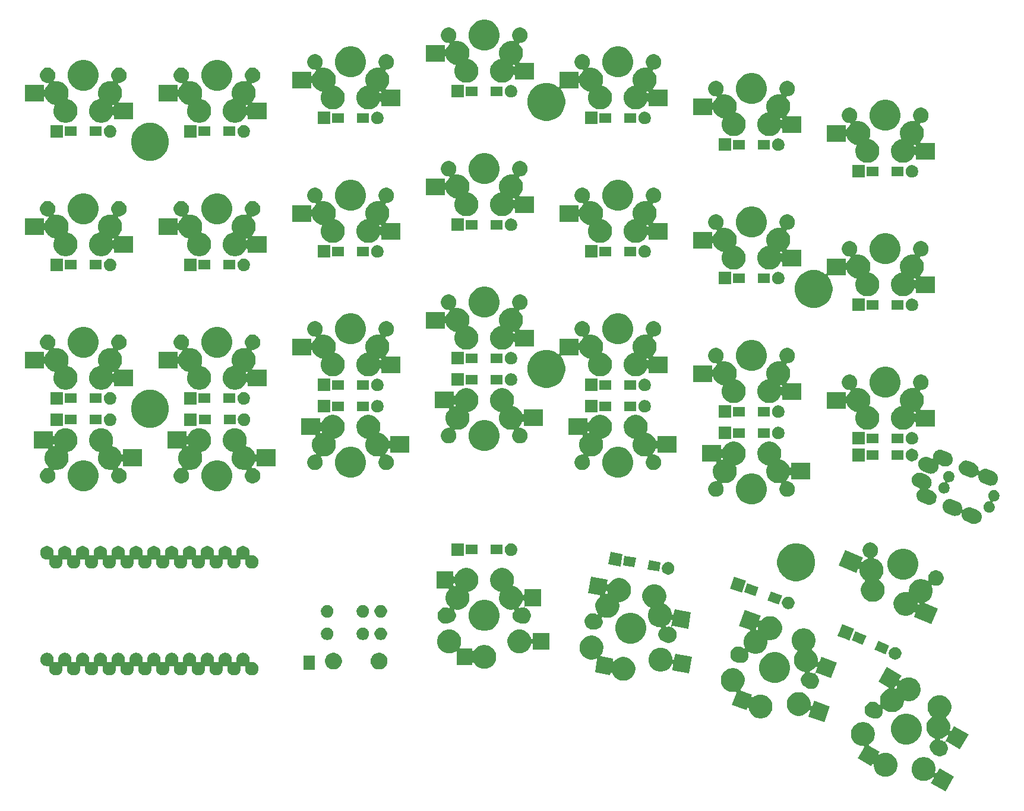
<source format=gbr>
G04 #@! TF.GenerationSoftware,KiCad,Pcbnew,(5.0.1-3-g963ef8bb5)*
G04 #@! TF.CreationDate,2018-11-28T19:35:09+09:00*
G04 #@! TF.ProjectId,Pinky,50696E6B792E6B696361645F70636200,rev?*
G04 #@! TF.SameCoordinates,Original*
G04 #@! TF.FileFunction,Soldermask,Top*
G04 #@! TF.FilePolarity,Negative*
%FSLAX46Y46*%
G04 Gerber Fmt 4.6, Leading zero omitted, Abs format (unit mm)*
G04 Created by KiCad (PCBNEW (5.0.1-3-g963ef8bb5)) date Wednesday, 28 November 2018 at 19:35:09*
%MOMM*%
%LPD*%
G01*
G04 APERTURE LIST*
%ADD10C,0.100000*%
G04 APERTURE END LIST*
D10*
G36*
X170166520Y-147347847D02*
X170275999Y-147369624D01*
X170585379Y-147497773D01*
X170863814Y-147683817D01*
X171100604Y-147920607D01*
X171286648Y-148199042D01*
X171368295Y-148396157D01*
X171414797Y-148508423D01*
X171480127Y-148836857D01*
X171480127Y-149171731D01*
X171419026Y-149478906D01*
X171416624Y-149503292D01*
X171419026Y-149527678D01*
X171426139Y-149551127D01*
X171437690Y-149572738D01*
X171453236Y-149591680D01*
X171472178Y-149607226D01*
X171493789Y-149618777D01*
X171517238Y-149625890D01*
X171541624Y-149628292D01*
X171566010Y-149625890D01*
X171589459Y-149618777D01*
X171611070Y-149607226D01*
X171630012Y-149591680D01*
X171649877Y-149565792D01*
X172025575Y-148915063D01*
X174104037Y-150115063D01*
X172904037Y-152193525D01*
X170825575Y-150993525D01*
X171212142Y-150323971D01*
X171222255Y-150301651D01*
X171227820Y-150277787D01*
X171228621Y-150253296D01*
X171224630Y-150229119D01*
X171215998Y-150206185D01*
X171203058Y-150185376D01*
X171186307Y-150167491D01*
X171166389Y-150153218D01*
X171144069Y-150143105D01*
X171120205Y-150137540D01*
X171095714Y-150136739D01*
X171071537Y-150140730D01*
X171048603Y-150149362D01*
X171027794Y-150162302D01*
X171015509Y-150173076D01*
X170863814Y-150324771D01*
X170585379Y-150510815D01*
X170275999Y-150638964D01*
X170166520Y-150660741D01*
X169947564Y-150704294D01*
X169612690Y-150704294D01*
X169393734Y-150660741D01*
X169284255Y-150638964D01*
X168974875Y-150510815D01*
X168696440Y-150324771D01*
X168459650Y-150087981D01*
X168273606Y-149809546D01*
X168145457Y-149500166D01*
X168123680Y-149390687D01*
X168080127Y-149171731D01*
X168080127Y-148836857D01*
X168145457Y-148508423D01*
X168191959Y-148396157D01*
X168273606Y-148199042D01*
X168459650Y-147920607D01*
X168696440Y-147683817D01*
X168974875Y-147497773D01*
X169284255Y-147369624D01*
X169393734Y-147347847D01*
X169612690Y-147304294D01*
X169947564Y-147304294D01*
X170166520Y-147347847D01*
X170166520Y-147347847D01*
G37*
G36*
X161506266Y-142347847D02*
X161615745Y-142369624D01*
X161925125Y-142497773D01*
X162203560Y-142683817D01*
X162440350Y-142920607D01*
X162626394Y-143199042D01*
X162754543Y-143508422D01*
X162765233Y-143562166D01*
X162819873Y-143836857D01*
X162819873Y-144171731D01*
X162776320Y-144390687D01*
X162754543Y-144500166D01*
X162626394Y-144809546D01*
X162440350Y-145087981D01*
X162203560Y-145324771D01*
X162001456Y-145459812D01*
X161982523Y-145475351D01*
X161966977Y-145494293D01*
X161955426Y-145515904D01*
X161948313Y-145539353D01*
X161945911Y-145563739D01*
X161948313Y-145588125D01*
X161955426Y-145611574D01*
X161966977Y-145633185D01*
X161982523Y-145652127D01*
X162008411Y-145671992D01*
X163477757Y-146520319D01*
X163477757Y-146520320D01*
X163343992Y-146752007D01*
X163333883Y-146774319D01*
X163328318Y-146798183D01*
X163327517Y-146822674D01*
X163331508Y-146846851D01*
X163340140Y-146869785D01*
X163353080Y-146890594D01*
X163369831Y-146908479D01*
X163389749Y-146922752D01*
X163412069Y-146932865D01*
X163435933Y-146938430D01*
X163460424Y-146939231D01*
X163484601Y-146935240D01*
X163507535Y-146926608D01*
X163521685Y-146918439D01*
X163544748Y-146903029D01*
X163854128Y-146774880D01*
X164018487Y-146742187D01*
X164182563Y-146709550D01*
X164517437Y-146709550D01*
X164681513Y-146742187D01*
X164845872Y-146774880D01*
X165155252Y-146903029D01*
X165433687Y-147089073D01*
X165670477Y-147325863D01*
X165856521Y-147604298D01*
X165984670Y-147913678D01*
X165984670Y-147913679D01*
X166041433Y-148199042D01*
X166050000Y-148242115D01*
X166050000Y-148576985D01*
X165984670Y-148905422D01*
X165856521Y-149214802D01*
X165670477Y-149493237D01*
X165433687Y-149730027D01*
X165155252Y-149916071D01*
X164845872Y-150044220D01*
X164736393Y-150065997D01*
X164517437Y-150109550D01*
X164182563Y-150109550D01*
X163963607Y-150065997D01*
X163854128Y-150044220D01*
X163544748Y-149916071D01*
X163266313Y-149730027D01*
X163029523Y-149493237D01*
X162843479Y-149214802D01*
X162715330Y-148905422D01*
X162650000Y-148576985D01*
X162650000Y-148420543D01*
X162647598Y-148396157D01*
X162640485Y-148372708D01*
X162628934Y-148351097D01*
X162613388Y-148332155D01*
X162594446Y-148316609D01*
X162572835Y-148305058D01*
X162549386Y-148297945D01*
X162525000Y-148295543D01*
X162500614Y-148297945D01*
X162477165Y-148305058D01*
X162455554Y-148316609D01*
X162436612Y-148332155D01*
X162416747Y-148358043D01*
X162277757Y-148598781D01*
X160372501Y-147498781D01*
X160372501Y-147498780D01*
X161043046Y-146337362D01*
X161300295Y-145891794D01*
X161310408Y-145869474D01*
X161315973Y-145845610D01*
X161316774Y-145821119D01*
X161312783Y-145796942D01*
X161304151Y-145774008D01*
X161291211Y-145753199D01*
X161274460Y-145735314D01*
X161254542Y-145721041D01*
X161232222Y-145710928D01*
X161208358Y-145705363D01*
X161192042Y-145704294D01*
X160952436Y-145704294D01*
X160690176Y-145652127D01*
X160624001Y-145638964D01*
X160314621Y-145510815D01*
X160036186Y-145324771D01*
X159799396Y-145087981D01*
X159613352Y-144809546D01*
X159485203Y-144500166D01*
X159463426Y-144390687D01*
X159419873Y-144171731D01*
X159419873Y-143836857D01*
X159474513Y-143562166D01*
X159485203Y-143508422D01*
X159613352Y-143199042D01*
X159799396Y-142920607D01*
X160036186Y-142683817D01*
X160314621Y-142497773D01*
X160624001Y-142369624D01*
X160733480Y-142347847D01*
X160952436Y-142304294D01*
X161287310Y-142304294D01*
X161506266Y-142347847D01*
X161506266Y-142347847D01*
G37*
G36*
X172426098Y-138514144D02*
X172535577Y-138535921D01*
X172844957Y-138664070D01*
X173123392Y-138850114D01*
X173360182Y-139086904D01*
X173546226Y-139365339D01*
X173674375Y-139674719D01*
X173677647Y-139691167D01*
X173739705Y-140003154D01*
X173739705Y-140338028D01*
X173696152Y-140556984D01*
X173674375Y-140666463D01*
X173546226Y-140975843D01*
X173360182Y-141254278D01*
X173123392Y-141491068D01*
X173031883Y-141552212D01*
X173012951Y-141567750D01*
X172997405Y-141586692D01*
X172985854Y-141608302D01*
X172978741Y-141631752D01*
X172976339Y-141656138D01*
X172978741Y-141680524D01*
X172985854Y-141703973D01*
X172997405Y-141725584D01*
X173012946Y-141744520D01*
X173190034Y-141921608D01*
X173376078Y-142200043D01*
X173499401Y-142497773D01*
X173504227Y-142509424D01*
X173569557Y-142837858D01*
X173569557Y-143172732D01*
X173514526Y-143449392D01*
X173512124Y-143473778D01*
X173514526Y-143498164D01*
X173521639Y-143521613D01*
X173533190Y-143543224D01*
X173548736Y-143562166D01*
X173567678Y-143577712D01*
X173589289Y-143589263D01*
X173612738Y-143596376D01*
X173637124Y-143598778D01*
X173661510Y-143596376D01*
X173684959Y-143589263D01*
X173706570Y-143577712D01*
X173725512Y-143562166D01*
X173745377Y-143536278D01*
X174106344Y-142911064D01*
X176184806Y-144111064D01*
X174984806Y-146189526D01*
X173072432Y-145085417D01*
X173050112Y-145075304D01*
X173026248Y-145069739D01*
X173001757Y-145068938D01*
X172977580Y-145072929D01*
X172954646Y-145081561D01*
X172933837Y-145094501D01*
X172915952Y-145111252D01*
X172901679Y-145131170D01*
X172891566Y-145153490D01*
X172886001Y-145177354D01*
X172885200Y-145201845D01*
X172889191Y-145226022D01*
X172897823Y-145248956D01*
X172910763Y-145269765D01*
X172921544Y-145282058D01*
X172956401Y-145316915D01*
X173082257Y-145505272D01*
X173168946Y-145714557D01*
X173213140Y-145936734D01*
X173213140Y-146163266D01*
X173168946Y-146385443D01*
X173082257Y-146594728D01*
X172956401Y-146783085D01*
X172796225Y-146943261D01*
X172607868Y-147069117D01*
X172398583Y-147155806D01*
X172176406Y-147200000D01*
X171949874Y-147200000D01*
X171727697Y-147155806D01*
X171518412Y-147069117D01*
X171330055Y-146943261D01*
X171169877Y-146783083D01*
X171142551Y-146742187D01*
X171127006Y-146723245D01*
X171108069Y-146707704D01*
X171030073Y-146655589D01*
X170883820Y-146509336D01*
X170768911Y-146337362D01*
X170689759Y-146146274D01*
X170649409Y-145943416D01*
X170649409Y-145736584D01*
X170649662Y-145735314D01*
X170662257Y-145671992D01*
X170689759Y-145533726D01*
X170768911Y-145342638D01*
X170883820Y-145170664D01*
X171030073Y-145024411D01*
X171202047Y-144909502D01*
X171334435Y-144854665D01*
X171356033Y-144843120D01*
X171374975Y-144827574D01*
X171390521Y-144808632D01*
X171401130Y-144788782D01*
X172133003Y-144788782D01*
X172135405Y-144813168D01*
X172142518Y-144836618D01*
X172154069Y-144858228D01*
X172169615Y-144877170D01*
X172188557Y-144892716D01*
X172210168Y-144904267D01*
X172233616Y-144911380D01*
X172398583Y-144944194D01*
X172607869Y-145030883D01*
X172695055Y-145089139D01*
X172716666Y-145100690D01*
X172740115Y-145107803D01*
X172764501Y-145110205D01*
X172788888Y-145107803D01*
X172812337Y-145100690D01*
X172833947Y-145089139D01*
X172852890Y-145073593D01*
X172872754Y-145047705D01*
X173274250Y-144352294D01*
X173284363Y-144329974D01*
X173289928Y-144306110D01*
X173290729Y-144281619D01*
X173286738Y-144257442D01*
X173278106Y-144234508D01*
X173265166Y-144213699D01*
X173248415Y-144195814D01*
X173228497Y-144181541D01*
X173206177Y-144171428D01*
X173182313Y-144165863D01*
X173157822Y-144165062D01*
X173133645Y-144169053D01*
X173110711Y-144177685D01*
X173089902Y-144190625D01*
X173077617Y-144201399D01*
X172953244Y-144325772D01*
X172674809Y-144511816D01*
X172365429Y-144639965D01*
X172253700Y-144662189D01*
X172233617Y-144666184D01*
X172210167Y-144673297D01*
X172188557Y-144684848D01*
X172169615Y-144700394D01*
X172154069Y-144719336D01*
X172142518Y-144740947D01*
X172135405Y-144764396D01*
X172133003Y-144788782D01*
X171401130Y-144788782D01*
X171402072Y-144787021D01*
X171409185Y-144763572D01*
X171411587Y-144739186D01*
X171409185Y-144714800D01*
X171402072Y-144691350D01*
X171390521Y-144669740D01*
X171374975Y-144650798D01*
X171356033Y-144635252D01*
X171334429Y-144623704D01*
X171064305Y-144511816D01*
X170785870Y-144325772D01*
X170549080Y-144088982D01*
X170363036Y-143810547D01*
X170234887Y-143501167D01*
X170174791Y-143199044D01*
X170169557Y-143172732D01*
X170169557Y-142837858D01*
X170234887Y-142509424D01*
X170239713Y-142497773D01*
X170363036Y-142200043D01*
X170549080Y-141921608D01*
X170785870Y-141684818D01*
X170877379Y-141623674D01*
X170896311Y-141608136D01*
X170911857Y-141589194D01*
X170923408Y-141567584D01*
X170930521Y-141544134D01*
X170932923Y-141519748D01*
X170930521Y-141495362D01*
X170923408Y-141471913D01*
X170911857Y-141450302D01*
X170896316Y-141431366D01*
X170719228Y-141254278D01*
X170533184Y-140975843D01*
X170405035Y-140666463D01*
X170383258Y-140556984D01*
X170339705Y-140338028D01*
X170339705Y-140003154D01*
X170401763Y-139691167D01*
X170405035Y-139674719D01*
X170533184Y-139365339D01*
X170719228Y-139086904D01*
X170956018Y-138850114D01*
X171234453Y-138664070D01*
X171543833Y-138535921D01*
X171653312Y-138514144D01*
X171872268Y-138470591D01*
X172207142Y-138470591D01*
X172426098Y-138514144D01*
X172426098Y-138514144D01*
G37*
G36*
X167941716Y-141184544D02*
X168342090Y-141350384D01*
X168702421Y-141591150D01*
X169008850Y-141897579D01*
X169249616Y-142257910D01*
X169415456Y-142658284D01*
X169500000Y-143083317D01*
X169500000Y-143516683D01*
X169415456Y-143941716D01*
X169249616Y-144342090D01*
X169008850Y-144702421D01*
X168702421Y-145008850D01*
X168342090Y-145249616D01*
X167941716Y-145415456D01*
X167516683Y-145500000D01*
X167083317Y-145500000D01*
X166658284Y-145415456D01*
X166257910Y-145249616D01*
X165897579Y-145008850D01*
X165591150Y-144702421D01*
X165350384Y-144342090D01*
X165184544Y-143941716D01*
X165100000Y-143516683D01*
X165100000Y-143083317D01*
X165184544Y-142658284D01*
X165350384Y-142257910D01*
X165591150Y-141897579D01*
X165897579Y-141591150D01*
X166257910Y-141350384D01*
X166658284Y-141184544D01*
X167083317Y-141100000D01*
X167516683Y-141100000D01*
X167941716Y-141184544D01*
X167941716Y-141184544D01*
G37*
G36*
X152359382Y-138070516D02*
X152468861Y-138092293D01*
X152778241Y-138220442D01*
X153056676Y-138406486D01*
X153293466Y-138643276D01*
X153479510Y-138921711D01*
X153607659Y-139231091D01*
X153617176Y-139278936D01*
X153672989Y-139559526D01*
X153672989Y-139902570D01*
X153675391Y-139926956D01*
X153682504Y-139950405D01*
X153694055Y-139972016D01*
X153709601Y-139990958D01*
X153728543Y-140006504D01*
X153750154Y-140018055D01*
X153773603Y-140025168D01*
X153797989Y-140027570D01*
X153822375Y-140025168D01*
X153845824Y-140018055D01*
X153867435Y-140006504D01*
X153886377Y-139990958D01*
X153901923Y-139972016D01*
X153915449Y-139945327D01*
X154168829Y-139249171D01*
X156424091Y-140070019D01*
X155603243Y-142325281D01*
X153347981Y-141504433D01*
X153350041Y-141498774D01*
X153613262Y-140775579D01*
X153619345Y-140751842D01*
X153620681Y-140727375D01*
X153617218Y-140703116D01*
X153609088Y-140680000D01*
X153596606Y-140658913D01*
X153580249Y-140640667D01*
X153560647Y-140625963D01*
X153538552Y-140615365D01*
X153514815Y-140609282D01*
X153490348Y-140607946D01*
X153466089Y-140611409D01*
X153442973Y-140619539D01*
X153421886Y-140632021D01*
X153403640Y-140648378D01*
X153391878Y-140663365D01*
X153293466Y-140810650D01*
X153056676Y-141047440D01*
X152778241Y-141233484D01*
X152468861Y-141361633D01*
X152359382Y-141383410D01*
X152140426Y-141426963D01*
X151805552Y-141426963D01*
X151586596Y-141383410D01*
X151477117Y-141361633D01*
X151167737Y-141233484D01*
X150889302Y-141047440D01*
X150652512Y-140810650D01*
X150466468Y-140532215D01*
X150338319Y-140222835D01*
X150284129Y-139950405D01*
X150272989Y-139894400D01*
X150272989Y-139559526D01*
X150328802Y-139278936D01*
X150338319Y-139231091D01*
X150466468Y-138921711D01*
X150652512Y-138643276D01*
X150889302Y-138406486D01*
X151167737Y-138220442D01*
X151477117Y-138092293D01*
X151586596Y-138070516D01*
X151805552Y-138026963D01*
X152140426Y-138026963D01*
X152359382Y-138070516D01*
X152359382Y-138070516D01*
G37*
G36*
X166629489Y-135661360D02*
X166317564Y-136201630D01*
X166307451Y-136223950D01*
X166301886Y-136247814D01*
X166301085Y-136272305D01*
X166305076Y-136296482D01*
X166313708Y-136319416D01*
X166326648Y-136340225D01*
X166343399Y-136358110D01*
X166363317Y-136372383D01*
X166385637Y-136382496D01*
X166409501Y-136388061D01*
X166433992Y-136388862D01*
X166458169Y-136384871D01*
X166481103Y-136376239D01*
X166501912Y-136363299D01*
X166514197Y-136352525D01*
X166556608Y-136310114D01*
X166835043Y-136124070D01*
X167144423Y-135995921D01*
X167268749Y-135971191D01*
X167472858Y-135930591D01*
X167807732Y-135930591D01*
X168011841Y-135971191D01*
X168136167Y-135995921D01*
X168445547Y-136124070D01*
X168723982Y-136310114D01*
X168960772Y-136546904D01*
X169146816Y-136825339D01*
X169274965Y-137134719D01*
X169293770Y-137229258D01*
X169340295Y-137463154D01*
X169340295Y-137798028D01*
X169325020Y-137874818D01*
X169274965Y-138126463D01*
X169146816Y-138435843D01*
X168960772Y-138714278D01*
X168723982Y-138951068D01*
X168445547Y-139137112D01*
X168136167Y-139265261D01*
X168067428Y-139278934D01*
X167807732Y-139330591D01*
X167472858Y-139330591D01*
X167144426Y-139265262D01*
X167144424Y-139265261D01*
X167144423Y-139265261D01*
X167142312Y-139264387D01*
X167118871Y-139257275D01*
X167094485Y-139254873D01*
X167070099Y-139257274D01*
X167046650Y-139264387D01*
X167025038Y-139275938D01*
X167006096Y-139291482D01*
X166990550Y-139310424D01*
X166978998Y-139332035D01*
X166971884Y-139355487D01*
X166970443Y-139362730D01*
X166905113Y-139691167D01*
X166776964Y-140000547D01*
X166590920Y-140278982D01*
X166354130Y-140515772D01*
X166075695Y-140701816D01*
X165766315Y-140829965D01*
X165656836Y-140851742D01*
X165437880Y-140895295D01*
X165103006Y-140895295D01*
X164884050Y-140851742D01*
X164774571Y-140829965D01*
X164465191Y-140701816D01*
X164186756Y-140515772D01*
X164148357Y-140477373D01*
X164129421Y-140461832D01*
X164107810Y-140450281D01*
X164084361Y-140443168D01*
X164059975Y-140440766D01*
X164035589Y-140443168D01*
X164012140Y-140450281D01*
X163990529Y-140461832D01*
X163971587Y-140477378D01*
X163956041Y-140496320D01*
X163944490Y-140517931D01*
X163937377Y-140541380D01*
X163934975Y-140565766D01*
X163937377Y-140590150D01*
X163950591Y-140656584D01*
X163950591Y-140863416D01*
X163910241Y-141066274D01*
X163831089Y-141257362D01*
X163716180Y-141429336D01*
X163569927Y-141575589D01*
X163397953Y-141690498D01*
X163206865Y-141769650D01*
X163027832Y-141805261D01*
X163004008Y-141810000D01*
X162797174Y-141810000D01*
X162773350Y-141805261D01*
X162594317Y-141769650D01*
X162439912Y-141705693D01*
X162416476Y-141698584D01*
X162325683Y-141680524D01*
X162201417Y-141655806D01*
X162086733Y-141608302D01*
X161992132Y-141569117D01*
X161803775Y-141443261D01*
X161643599Y-141283085D01*
X161517743Y-141094728D01*
X161431054Y-140885443D01*
X161386860Y-140663266D01*
X161386860Y-140436734D01*
X161431054Y-140214557D01*
X161517743Y-140005272D01*
X161643599Y-139816915D01*
X161803775Y-139656739D01*
X161992132Y-139530883D01*
X162201417Y-139444194D01*
X162423594Y-139400000D01*
X162650126Y-139400000D01*
X162872303Y-139444194D01*
X163081588Y-139530883D01*
X163269945Y-139656739D01*
X163426684Y-139813478D01*
X163445626Y-139829024D01*
X163467237Y-139840575D01*
X163490686Y-139847688D01*
X163515072Y-139850090D01*
X163539458Y-139847688D01*
X163562907Y-139840575D01*
X163584518Y-139829024D01*
X163603460Y-139813478D01*
X163619006Y-139794536D01*
X163630557Y-139772925D01*
X163637670Y-139749476D01*
X163640072Y-139725090D01*
X163637670Y-139700704D01*
X163570443Y-139362732D01*
X163570443Y-139027858D01*
X163621612Y-138770617D01*
X163635773Y-138699423D01*
X163763922Y-138390043D01*
X163949966Y-138111608D01*
X164186756Y-137874818D01*
X164465191Y-137688774D01*
X164741009Y-137574527D01*
X164762614Y-137562979D01*
X164781556Y-137547433D01*
X164797102Y-137528491D01*
X164808653Y-137506881D01*
X164815766Y-137483431D01*
X164818168Y-137459045D01*
X164816154Y-137438595D01*
X165627727Y-137438595D01*
X165631718Y-137462772D01*
X165640350Y-137485706D01*
X165653290Y-137506515D01*
X165670041Y-137524400D01*
X165689959Y-137538673D01*
X165712279Y-137548786D01*
X165728072Y-137553018D01*
X165766315Y-137560625D01*
X165768426Y-137561499D01*
X165791867Y-137568611D01*
X165816253Y-137571013D01*
X165840639Y-137568612D01*
X165864088Y-137561499D01*
X165885700Y-137549948D01*
X165904642Y-137534404D01*
X165920188Y-137515462D01*
X165931740Y-137493851D01*
X165938854Y-137470399D01*
X165977118Y-137278031D01*
X165979520Y-137253645D01*
X165977118Y-137229258D01*
X165970005Y-137205809D01*
X165958454Y-137184199D01*
X165942908Y-137165256D01*
X165923966Y-137149711D01*
X165902355Y-137138160D01*
X165878906Y-137131047D01*
X165854520Y-137128645D01*
X165830133Y-137131047D01*
X165806684Y-137138160D01*
X165785074Y-137149711D01*
X165766131Y-137165257D01*
X165746267Y-137191145D01*
X165644206Y-137367920D01*
X165634093Y-137390240D01*
X165628528Y-137414104D01*
X165627727Y-137438595D01*
X164816154Y-137438595D01*
X164815766Y-137434659D01*
X164808653Y-137411210D01*
X164797102Y-137389599D01*
X164781556Y-137370657D01*
X164755668Y-137350792D01*
X163351027Y-136539822D01*
X164551027Y-134461360D01*
X166629489Y-135661360D01*
X166629489Y-135661360D01*
G37*
G36*
X142962455Y-134650315D02*
X143071934Y-134672092D01*
X143381314Y-134800241D01*
X143659749Y-134986285D01*
X143896539Y-135223075D01*
X144082583Y-135501510D01*
X144210732Y-135810890D01*
X144210732Y-135810891D01*
X144276062Y-136139325D01*
X144276062Y-136474199D01*
X144232509Y-136693155D01*
X144210732Y-136802634D01*
X144082583Y-137112014D01*
X143896539Y-137390449D01*
X143697214Y-137589774D01*
X143681673Y-137608710D01*
X143670122Y-137630321D01*
X143663009Y-137653770D01*
X143660607Y-137678156D01*
X143663009Y-137702542D01*
X143670122Y-137725991D01*
X143681673Y-137747602D01*
X143697219Y-137766544D01*
X143716161Y-137782090D01*
X143742850Y-137795616D01*
X145335028Y-138375121D01*
X145335028Y-138375122D01*
X145245535Y-138621001D01*
X145239452Y-138644738D01*
X145238116Y-138669206D01*
X145241579Y-138693464D01*
X145249709Y-138716580D01*
X145262191Y-138737667D01*
X145278548Y-138755913D01*
X145298150Y-138770617D01*
X145320245Y-138781215D01*
X145343982Y-138787298D01*
X145368450Y-138788634D01*
X145392708Y-138785171D01*
X145415824Y-138777041D01*
X145432443Y-138767687D01*
X145438389Y-138763714D01*
X145438394Y-138763709D01*
X145716829Y-138577665D01*
X146026209Y-138449516D01*
X146135688Y-138427739D01*
X146354644Y-138384186D01*
X146689518Y-138384186D01*
X146908474Y-138427739D01*
X147017953Y-138449516D01*
X147327333Y-138577665D01*
X147605768Y-138763709D01*
X147842558Y-139000499D01*
X148028602Y-139278934D01*
X148156751Y-139588314D01*
X148173938Y-139674719D01*
X148222081Y-139916749D01*
X148222081Y-140251623D01*
X148194976Y-140387887D01*
X148156751Y-140580058D01*
X148028602Y-140889438D01*
X147842558Y-141167873D01*
X147605768Y-141404663D01*
X147327333Y-141590707D01*
X147017953Y-141718856D01*
X146908474Y-141740633D01*
X146689518Y-141784186D01*
X146354644Y-141784186D01*
X146135688Y-141740633D01*
X146026209Y-141718856D01*
X145716829Y-141590707D01*
X145438394Y-141404663D01*
X145201604Y-141167873D01*
X145015560Y-140889438D01*
X144887411Y-140580058D01*
X144849186Y-140387886D01*
X144842073Y-140364438D01*
X144830522Y-140342827D01*
X144814976Y-140323885D01*
X144796034Y-140308339D01*
X144774423Y-140296788D01*
X144750974Y-140289675D01*
X144726588Y-140287273D01*
X144702202Y-140289675D01*
X144678753Y-140296788D01*
X144657142Y-140308339D01*
X144638200Y-140323885D01*
X144622654Y-140342827D01*
X144609127Y-140369518D01*
X144515789Y-140625963D01*
X144514180Y-140630382D01*
X144514180Y-140630383D01*
X142446856Y-139877939D01*
X143081963Y-138132997D01*
X143088044Y-138109266D01*
X143089380Y-138084799D01*
X143085917Y-138060540D01*
X143077787Y-138037424D01*
X143065305Y-138016337D01*
X143048948Y-137998091D01*
X143029346Y-137983387D01*
X143007252Y-137972789D01*
X142983514Y-137966706D01*
X142959047Y-137965370D01*
X142940113Y-137967653D01*
X142743499Y-138006762D01*
X142408625Y-138006762D01*
X142189669Y-137963209D01*
X142080190Y-137941432D01*
X141770810Y-137813283D01*
X141492375Y-137627239D01*
X141255585Y-137390449D01*
X141069541Y-137112014D01*
X140941392Y-136802634D01*
X140919615Y-136693155D01*
X140876062Y-136474199D01*
X140876062Y-136139325D01*
X140941392Y-135810891D01*
X140941392Y-135810890D01*
X141069541Y-135501510D01*
X141255585Y-135223075D01*
X141492375Y-134986285D01*
X141770810Y-134800241D01*
X142080190Y-134672092D01*
X142189669Y-134650315D01*
X142408625Y-134606762D01*
X142743499Y-134606762D01*
X142962455Y-134650315D01*
X142962455Y-134650315D01*
G37*
G36*
X153025185Y-128973576D02*
X153160154Y-129000423D01*
X153469534Y-129128572D01*
X153747969Y-129314616D01*
X153984759Y-129551406D01*
X154170803Y-129829841D01*
X154298952Y-130139221D01*
X154314643Y-130218104D01*
X154364282Y-130467656D01*
X154364282Y-130802530D01*
X154350029Y-130874182D01*
X154298952Y-131130965D01*
X154170803Y-131440345D01*
X153984759Y-131718780D01*
X153877672Y-131825867D01*
X153862131Y-131844803D01*
X153850580Y-131866414D01*
X153843467Y-131889863D01*
X153841065Y-131914249D01*
X153843467Y-131938635D01*
X153850580Y-131962084D01*
X153862131Y-131983695D01*
X153877677Y-132002637D01*
X153896613Y-132018178D01*
X154072647Y-132135800D01*
X154309437Y-132372590D01*
X154495481Y-132651025D01*
X154623630Y-132960405D01*
X154630378Y-132994332D01*
X154688960Y-133288840D01*
X154688960Y-133602646D01*
X154691362Y-133627032D01*
X154698475Y-133650481D01*
X154710026Y-133672092D01*
X154725572Y-133691034D01*
X154744514Y-133706580D01*
X154766125Y-133718131D01*
X154789574Y-133725244D01*
X154813960Y-133727646D01*
X154838346Y-133725244D01*
X154861795Y-133718131D01*
X154883406Y-133706580D01*
X154902348Y-133691034D01*
X154917894Y-133672092D01*
X154931420Y-133645403D01*
X155175403Y-132975065D01*
X157430665Y-133795913D01*
X156609817Y-136051175D01*
X154541479Y-135298362D01*
X154517746Y-135292280D01*
X154493279Y-135290944D01*
X154469020Y-135294407D01*
X154445904Y-135302537D01*
X154424817Y-135315019D01*
X154406571Y-135331376D01*
X154391867Y-135350978D01*
X154381269Y-135373072D01*
X154375186Y-135396810D01*
X154373850Y-135421277D01*
X154377313Y-135445536D01*
X154385443Y-135468652D01*
X154397925Y-135489739D01*
X154414282Y-135507985D01*
X154429285Y-135519759D01*
X154441394Y-135527850D01*
X154601570Y-135688026D01*
X154727426Y-135876383D01*
X154814115Y-136085668D01*
X154858309Y-136307845D01*
X154858309Y-136534377D01*
X154814115Y-136756554D01*
X154727426Y-136965839D01*
X154601570Y-137154196D01*
X154441394Y-137314372D01*
X154253037Y-137440228D01*
X154043752Y-137526917D01*
X153821575Y-137571111D01*
X153595043Y-137571111D01*
X153372866Y-137526917D01*
X153163581Y-137440228D01*
X152975224Y-137314372D01*
X152923541Y-137262689D01*
X152904599Y-137247143D01*
X152883000Y-137235598D01*
X152816277Y-137207960D01*
X152644303Y-137093051D01*
X152498050Y-136946798D01*
X152383141Y-136774824D01*
X152303989Y-136583736D01*
X152263639Y-136380878D01*
X152263639Y-136174046D01*
X152303989Y-135971188D01*
X152383141Y-135780100D01*
X152498050Y-135608126D01*
X152644303Y-135461873D01*
X152786483Y-135366871D01*
X152805421Y-135351329D01*
X152820967Y-135332387D01*
X152832518Y-135310776D01*
X152839631Y-135287327D01*
X152842033Y-135262941D01*
X152839631Y-135238555D01*
X152832518Y-135215106D01*
X152820967Y-135193495D01*
X152805421Y-135174553D01*
X152786479Y-135159007D01*
X152764868Y-135147456D01*
X152760435Y-135146111D01*
X153553294Y-135146111D01*
X153555696Y-135170497D01*
X153562809Y-135193946D01*
X153574360Y-135215557D01*
X153589906Y-135234499D01*
X153608848Y-135250045D01*
X153630459Y-135261596D01*
X153653908Y-135268709D01*
X153678294Y-135271111D01*
X153821575Y-135271111D01*
X153895633Y-135285842D01*
X154043752Y-135315305D01*
X154166328Y-135366078D01*
X154189770Y-135373189D01*
X154214157Y-135375591D01*
X154238543Y-135373189D01*
X154261992Y-135366076D01*
X154283603Y-135354525D01*
X154302545Y-135338980D01*
X154318090Y-135320038D01*
X154331619Y-135293344D01*
X154355598Y-135227462D01*
X154605860Y-134539872D01*
X154611942Y-134516138D01*
X154613278Y-134491671D01*
X154609815Y-134467412D01*
X154601685Y-134444296D01*
X154589203Y-134423209D01*
X154572846Y-134404963D01*
X154553244Y-134390259D01*
X154531150Y-134379661D01*
X154507412Y-134373578D01*
X154482945Y-134372242D01*
X154458686Y-134375705D01*
X154435570Y-134383835D01*
X154414483Y-134396317D01*
X154396237Y-134412674D01*
X154384474Y-134427663D01*
X154309437Y-134539964D01*
X154072647Y-134776754D01*
X153794212Y-134962798D01*
X153630455Y-135030628D01*
X153608848Y-135042177D01*
X153589906Y-135057723D01*
X153574360Y-135076665D01*
X153562809Y-135098276D01*
X153555696Y-135121725D01*
X153553294Y-135146111D01*
X152760435Y-135146111D01*
X152741419Y-135140343D01*
X152599080Y-135112030D01*
X152493088Y-135090947D01*
X152183708Y-134962798D01*
X151905273Y-134776754D01*
X151668483Y-134539964D01*
X151482439Y-134261529D01*
X151354290Y-133952149D01*
X151310706Y-133733036D01*
X151288960Y-133623714D01*
X151288960Y-133288840D01*
X151347542Y-132994332D01*
X151354290Y-132960405D01*
X151482439Y-132651025D01*
X151668483Y-132372590D01*
X151775570Y-132265503D01*
X151791111Y-132246567D01*
X151802662Y-132224956D01*
X151809775Y-132201507D01*
X151812177Y-132177121D01*
X151809775Y-132152735D01*
X151802662Y-132129286D01*
X151791111Y-132107675D01*
X151775565Y-132088733D01*
X151756629Y-132073192D01*
X151580595Y-131955570D01*
X151343805Y-131718780D01*
X151157761Y-131440345D01*
X151029612Y-131130965D01*
X150978535Y-130874182D01*
X150964282Y-130802530D01*
X150964282Y-130467656D01*
X151013921Y-130218104D01*
X151029612Y-130139221D01*
X151157761Y-129829841D01*
X151343805Y-129551406D01*
X151580595Y-129314616D01*
X151859030Y-129128572D01*
X152168410Y-129000423D01*
X152303379Y-128973576D01*
X152496845Y-128935093D01*
X152831719Y-128935093D01*
X153025185Y-128973576D01*
X153025185Y-128973576D01*
G37*
G36*
X149181716Y-132424544D02*
X149582090Y-132590384D01*
X149942421Y-132831150D01*
X150248850Y-133137579D01*
X150489616Y-133497910D01*
X150655456Y-133898284D01*
X150740000Y-134323317D01*
X150740000Y-134756683D01*
X150655456Y-135181716D01*
X150489616Y-135582090D01*
X150248850Y-135942421D01*
X149942421Y-136248850D01*
X149582090Y-136489616D01*
X149181716Y-136655456D01*
X148756683Y-136740000D01*
X148323317Y-136740000D01*
X147898284Y-136655456D01*
X147497910Y-136489616D01*
X147137579Y-136248850D01*
X146831150Y-135942421D01*
X146590384Y-135582090D01*
X146424544Y-135181716D01*
X146340000Y-134756683D01*
X146340000Y-134323317D01*
X146424544Y-133898284D01*
X146590384Y-133497910D01*
X146831150Y-133137579D01*
X147137579Y-132831150D01*
X147497910Y-132590384D01*
X147898284Y-132424544D01*
X148323317Y-132340000D01*
X148756683Y-132340000D01*
X149181716Y-132424544D01*
X149181716Y-132424544D01*
G37*
G36*
X122810463Y-130017233D02*
X122929335Y-130040878D01*
X123238715Y-130169027D01*
X123517150Y-130355071D01*
X123753940Y-130591861D01*
X123939984Y-130870296D01*
X124047956Y-131130965D01*
X124068133Y-131179677D01*
X124133463Y-131508111D01*
X124133463Y-131842985D01*
X124101706Y-132002637D01*
X124068133Y-132171420D01*
X123939984Y-132480800D01*
X123761986Y-132747194D01*
X123750441Y-132768793D01*
X123743328Y-132792242D01*
X123740926Y-132816628D01*
X123743328Y-132841014D01*
X123750441Y-132864463D01*
X123761992Y-132886074D01*
X123777538Y-132905016D01*
X123796480Y-132920562D01*
X123818091Y-132932113D01*
X123844220Y-132939729D01*
X125509680Y-133233395D01*
X125463222Y-133496874D01*
X125461353Y-133521307D01*
X125464286Y-133545635D01*
X125471909Y-133568923D01*
X125483929Y-133590277D01*
X125499884Y-133608876D01*
X125519161Y-133624004D01*
X125541018Y-133635081D01*
X125564617Y-133641681D01*
X125589050Y-133643550D01*
X125613378Y-133640617D01*
X125636666Y-133632994D01*
X125658020Y-133620974D01*
X125674705Y-133606973D01*
X125891789Y-133389889D01*
X126170224Y-133203845D01*
X126479604Y-133075696D01*
X126589083Y-133053919D01*
X126808039Y-133010366D01*
X127142913Y-133010366D01*
X127361869Y-133053919D01*
X127471348Y-133075696D01*
X127780728Y-133203845D01*
X128059163Y-133389889D01*
X128295953Y-133626679D01*
X128481997Y-133905114D01*
X128610146Y-134214494D01*
X128614090Y-134234321D01*
X128675476Y-134542929D01*
X128675476Y-134877803D01*
X128666340Y-134923730D01*
X128610146Y-135206238D01*
X128481997Y-135515618D01*
X128295953Y-135794053D01*
X128059163Y-136030843D01*
X127780728Y-136216887D01*
X127471348Y-136345036D01*
X127433733Y-136352518D01*
X127142913Y-136410366D01*
X126808039Y-136410366D01*
X126517219Y-136352518D01*
X126479604Y-136345036D01*
X126170224Y-136216887D01*
X125891789Y-136030843D01*
X125654999Y-135794053D01*
X125468955Y-135515618D01*
X125379373Y-135299347D01*
X125367824Y-135277741D01*
X125352278Y-135258799D01*
X125333336Y-135243253D01*
X125311725Y-135231702D01*
X125288276Y-135224589D01*
X125263890Y-135222187D01*
X125239504Y-135224589D01*
X125216054Y-135231702D01*
X125194444Y-135243253D01*
X125175502Y-135258799D01*
X125159956Y-135277741D01*
X125148405Y-135299352D01*
X125140790Y-135325479D01*
X125092925Y-135596933D01*
X122926348Y-135214907D01*
X122939496Y-135140343D01*
X123248858Y-133385858D01*
X123250727Y-133361429D01*
X123247794Y-133337101D01*
X123240171Y-133313813D01*
X123228151Y-133292459D01*
X123212196Y-133273861D01*
X123192919Y-133258732D01*
X123171062Y-133247655D01*
X123147463Y-133241055D01*
X123123030Y-133239186D01*
X123098702Y-133242119D01*
X123077926Y-133248670D01*
X122929335Y-133310218D01*
X122821865Y-133331595D01*
X122600900Y-133375548D01*
X122266026Y-133375548D01*
X122045061Y-133331595D01*
X121937591Y-133310218D01*
X121628211Y-133182069D01*
X121349776Y-132996025D01*
X121112986Y-132759235D01*
X120926942Y-132480800D01*
X120798793Y-132171420D01*
X120765220Y-132002637D01*
X120733463Y-131842985D01*
X120733463Y-131508111D01*
X120798793Y-131179677D01*
X120818970Y-131130965D01*
X120926942Y-130870296D01*
X121112986Y-130591861D01*
X121349776Y-130355071D01*
X121628211Y-130169027D01*
X121937591Y-130040878D01*
X122056463Y-130017233D01*
X122266026Y-129975548D01*
X122600900Y-129975548D01*
X122810463Y-130017233D01*
X122810463Y-130017233D01*
G37*
G36*
X45102603Y-132438568D02*
X45102606Y-132438569D01*
X45102605Y-132438569D01*
X45277678Y-132511086D01*
X45315823Y-132536574D01*
X45435241Y-132616367D01*
X45569233Y-132750359D01*
X45590455Y-132782120D01*
X45674514Y-132907922D01*
X45703105Y-132976948D01*
X45747032Y-133082997D01*
X45784000Y-133268850D01*
X45784000Y-133458350D01*
X45755866Y-133599793D01*
X45753464Y-133624180D01*
X45755866Y-133648566D01*
X45762979Y-133672015D01*
X45774531Y-133693626D01*
X45790076Y-133712568D01*
X45809018Y-133728113D01*
X45830629Y-133739664D01*
X45854078Y-133746777D01*
X45878465Y-133749179D01*
X45902850Y-133746777D01*
X45997250Y-133728000D01*
X46186750Y-133728000D01*
X46281150Y-133746777D01*
X46305536Y-133749179D01*
X46329923Y-133746777D01*
X46353372Y-133739664D01*
X46374983Y-133728112D01*
X46393925Y-133712567D01*
X46409470Y-133693625D01*
X46421021Y-133672014D01*
X46428134Y-133648565D01*
X46430536Y-133624179D01*
X46428134Y-133599793D01*
X46400000Y-133458350D01*
X46400000Y-133268850D01*
X46436968Y-133082997D01*
X46480895Y-132976948D01*
X46509486Y-132907922D01*
X46593545Y-132782120D01*
X46614767Y-132750359D01*
X46748759Y-132616367D01*
X46868177Y-132536574D01*
X46906322Y-132511086D01*
X47081395Y-132438569D01*
X47081394Y-132438569D01*
X47081397Y-132438568D01*
X47267250Y-132401600D01*
X47456750Y-132401600D01*
X47642603Y-132438568D01*
X47642606Y-132438569D01*
X47642605Y-132438569D01*
X47817678Y-132511086D01*
X47855823Y-132536574D01*
X47975241Y-132616367D01*
X48109233Y-132750359D01*
X48130455Y-132782120D01*
X48214514Y-132907922D01*
X48243105Y-132976948D01*
X48287032Y-133082997D01*
X48324000Y-133268850D01*
X48324000Y-133458350D01*
X48295866Y-133599793D01*
X48293464Y-133624180D01*
X48295866Y-133648566D01*
X48302979Y-133672015D01*
X48314531Y-133693626D01*
X48330076Y-133712568D01*
X48349018Y-133728113D01*
X48370629Y-133739664D01*
X48394078Y-133746777D01*
X48418465Y-133749179D01*
X48442850Y-133746777D01*
X48537250Y-133728000D01*
X48726750Y-133728000D01*
X48821150Y-133746777D01*
X48845536Y-133749179D01*
X48869923Y-133746777D01*
X48893372Y-133739664D01*
X48914983Y-133728112D01*
X48933925Y-133712567D01*
X48949470Y-133693625D01*
X48961021Y-133672014D01*
X48968134Y-133648565D01*
X48970536Y-133624179D01*
X48968134Y-133599793D01*
X48940000Y-133458350D01*
X48940000Y-133268850D01*
X48976968Y-133082997D01*
X49020895Y-132976948D01*
X49049486Y-132907922D01*
X49133545Y-132782120D01*
X49154767Y-132750359D01*
X49288759Y-132616367D01*
X49408177Y-132536574D01*
X49446322Y-132511086D01*
X49621395Y-132438569D01*
X49621394Y-132438569D01*
X49621397Y-132438568D01*
X49807250Y-132401600D01*
X49996750Y-132401600D01*
X50182603Y-132438568D01*
X50182606Y-132438569D01*
X50182605Y-132438569D01*
X50357678Y-132511086D01*
X50395823Y-132536574D01*
X50515241Y-132616367D01*
X50649233Y-132750359D01*
X50670455Y-132782120D01*
X50754514Y-132907922D01*
X50783105Y-132976948D01*
X50827032Y-133082997D01*
X50864000Y-133268850D01*
X50864000Y-133458350D01*
X50835866Y-133599793D01*
X50833464Y-133624180D01*
X50835866Y-133648566D01*
X50842979Y-133672015D01*
X50854531Y-133693626D01*
X50870076Y-133712568D01*
X50889018Y-133728113D01*
X50910629Y-133739664D01*
X50934078Y-133746777D01*
X50958465Y-133749179D01*
X50982850Y-133746777D01*
X51077250Y-133728000D01*
X51266750Y-133728000D01*
X51361150Y-133746777D01*
X51385536Y-133749179D01*
X51409923Y-133746777D01*
X51433372Y-133739664D01*
X51454983Y-133728112D01*
X51473925Y-133712567D01*
X51489470Y-133693625D01*
X51501021Y-133672014D01*
X51508134Y-133648565D01*
X51510536Y-133624179D01*
X51508134Y-133599793D01*
X51480000Y-133458350D01*
X51480000Y-133268850D01*
X51516968Y-133082997D01*
X51560895Y-132976948D01*
X51589486Y-132907922D01*
X51673545Y-132782120D01*
X51694767Y-132750359D01*
X51828759Y-132616367D01*
X51948177Y-132536574D01*
X51986322Y-132511086D01*
X52161395Y-132438569D01*
X52161394Y-132438569D01*
X52161397Y-132438568D01*
X52347250Y-132401600D01*
X52536750Y-132401600D01*
X52722603Y-132438568D01*
X52722606Y-132438569D01*
X52722605Y-132438569D01*
X52897678Y-132511086D01*
X52935823Y-132536574D01*
X53055241Y-132616367D01*
X53189233Y-132750359D01*
X53210455Y-132782120D01*
X53294514Y-132907922D01*
X53323105Y-132976948D01*
X53367032Y-133082997D01*
X53404000Y-133268850D01*
X53404000Y-133458350D01*
X53375866Y-133599793D01*
X53373464Y-133624180D01*
X53375866Y-133648566D01*
X53382979Y-133672015D01*
X53394531Y-133693626D01*
X53410076Y-133712568D01*
X53429018Y-133728113D01*
X53450629Y-133739664D01*
X53474078Y-133746777D01*
X53498465Y-133749179D01*
X53522850Y-133746777D01*
X53617250Y-133728000D01*
X53806750Y-133728000D01*
X53901150Y-133746777D01*
X53925536Y-133749179D01*
X53949923Y-133746777D01*
X53973372Y-133739664D01*
X53994983Y-133728112D01*
X54013925Y-133712567D01*
X54029470Y-133693625D01*
X54041021Y-133672014D01*
X54048134Y-133648565D01*
X54050536Y-133624179D01*
X54048134Y-133599793D01*
X54020000Y-133458350D01*
X54020000Y-133268850D01*
X54056968Y-133082997D01*
X54100895Y-132976948D01*
X54129486Y-132907922D01*
X54213545Y-132782120D01*
X54234767Y-132750359D01*
X54368759Y-132616367D01*
X54488177Y-132536574D01*
X54526322Y-132511086D01*
X54701395Y-132438569D01*
X54701394Y-132438569D01*
X54701397Y-132438568D01*
X54887250Y-132401600D01*
X55076750Y-132401600D01*
X55262603Y-132438568D01*
X55262606Y-132438569D01*
X55262605Y-132438569D01*
X55437678Y-132511086D01*
X55475823Y-132536574D01*
X55595241Y-132616367D01*
X55729233Y-132750359D01*
X55750455Y-132782120D01*
X55834514Y-132907922D01*
X55863105Y-132976948D01*
X55907032Y-133082997D01*
X55944000Y-133268850D01*
X55944000Y-133458350D01*
X55915866Y-133599793D01*
X55913464Y-133624180D01*
X55915866Y-133648566D01*
X55922979Y-133672015D01*
X55934531Y-133693626D01*
X55950076Y-133712568D01*
X55969018Y-133728113D01*
X55990629Y-133739664D01*
X56014078Y-133746777D01*
X56038465Y-133749179D01*
X56062850Y-133746777D01*
X56157250Y-133728000D01*
X56346750Y-133728000D01*
X56441150Y-133746777D01*
X56465536Y-133749179D01*
X56489923Y-133746777D01*
X56513372Y-133739664D01*
X56534983Y-133728112D01*
X56553925Y-133712567D01*
X56569470Y-133693625D01*
X56581021Y-133672014D01*
X56588134Y-133648565D01*
X56590536Y-133624179D01*
X56588134Y-133599793D01*
X56560000Y-133458350D01*
X56560000Y-133268850D01*
X56596968Y-133082997D01*
X56640895Y-132976948D01*
X56669486Y-132907922D01*
X56753545Y-132782120D01*
X56774767Y-132750359D01*
X56908759Y-132616367D01*
X57028177Y-132536574D01*
X57066322Y-132511086D01*
X57241395Y-132438569D01*
X57241394Y-132438569D01*
X57241397Y-132438568D01*
X57427250Y-132401600D01*
X57616750Y-132401600D01*
X57802603Y-132438568D01*
X57802606Y-132438569D01*
X57802605Y-132438569D01*
X57977678Y-132511086D01*
X58015823Y-132536574D01*
X58135241Y-132616367D01*
X58269233Y-132750359D01*
X58290455Y-132782120D01*
X58374514Y-132907922D01*
X58403105Y-132976948D01*
X58447032Y-133082997D01*
X58484000Y-133268850D01*
X58484000Y-133458350D01*
X58455866Y-133599793D01*
X58453464Y-133624180D01*
X58455866Y-133648566D01*
X58462979Y-133672015D01*
X58474531Y-133693626D01*
X58490076Y-133712568D01*
X58509018Y-133728113D01*
X58530629Y-133739664D01*
X58554078Y-133746777D01*
X58578465Y-133749179D01*
X58602850Y-133746777D01*
X58697250Y-133728000D01*
X58886750Y-133728000D01*
X58981150Y-133746777D01*
X59005536Y-133749179D01*
X59029923Y-133746777D01*
X59053372Y-133739664D01*
X59074983Y-133728112D01*
X59093925Y-133712567D01*
X59109470Y-133693625D01*
X59121021Y-133672014D01*
X59128134Y-133648565D01*
X59130536Y-133624179D01*
X59128134Y-133599793D01*
X59100000Y-133458350D01*
X59100000Y-133268850D01*
X59136968Y-133082997D01*
X59180895Y-132976948D01*
X59209486Y-132907922D01*
X59293545Y-132782120D01*
X59314767Y-132750359D01*
X59448759Y-132616367D01*
X59568177Y-132536574D01*
X59606322Y-132511086D01*
X59781395Y-132438569D01*
X59781394Y-132438569D01*
X59781397Y-132438568D01*
X59967250Y-132401600D01*
X60156750Y-132401600D01*
X60342603Y-132438568D01*
X60342606Y-132438569D01*
X60342605Y-132438569D01*
X60517678Y-132511086D01*
X60555823Y-132536574D01*
X60675241Y-132616367D01*
X60809233Y-132750359D01*
X60830455Y-132782120D01*
X60914514Y-132907922D01*
X60943105Y-132976948D01*
X60987032Y-133082997D01*
X61024000Y-133268850D01*
X61024000Y-133458350D01*
X60995866Y-133599793D01*
X60993464Y-133624180D01*
X60995866Y-133648566D01*
X61002979Y-133672015D01*
X61014531Y-133693626D01*
X61030076Y-133712568D01*
X61049018Y-133728113D01*
X61070629Y-133739664D01*
X61094078Y-133746777D01*
X61118465Y-133749179D01*
X61142850Y-133746777D01*
X61237250Y-133728000D01*
X61426750Y-133728000D01*
X61521150Y-133746777D01*
X61545536Y-133749179D01*
X61569923Y-133746777D01*
X61593372Y-133739664D01*
X61614983Y-133728112D01*
X61633925Y-133712567D01*
X61649470Y-133693625D01*
X61661021Y-133672014D01*
X61668134Y-133648565D01*
X61670536Y-133624179D01*
X61668134Y-133599793D01*
X61640000Y-133458350D01*
X61640000Y-133268850D01*
X61676968Y-133082997D01*
X61720895Y-132976948D01*
X61749486Y-132907922D01*
X61833545Y-132782120D01*
X61854767Y-132750359D01*
X61988759Y-132616367D01*
X62108177Y-132536574D01*
X62146322Y-132511086D01*
X62321395Y-132438569D01*
X62321394Y-132438569D01*
X62321397Y-132438568D01*
X62507250Y-132401600D01*
X62696750Y-132401600D01*
X62882603Y-132438568D01*
X62882606Y-132438569D01*
X62882605Y-132438569D01*
X63057678Y-132511086D01*
X63095823Y-132536574D01*
X63215241Y-132616367D01*
X63349233Y-132750359D01*
X63370455Y-132782120D01*
X63454514Y-132907922D01*
X63483105Y-132976948D01*
X63527032Y-133082997D01*
X63564000Y-133268850D01*
X63564000Y-133458350D01*
X63535866Y-133599793D01*
X63533464Y-133624180D01*
X63535866Y-133648566D01*
X63542979Y-133672015D01*
X63554531Y-133693626D01*
X63570076Y-133712568D01*
X63589018Y-133728113D01*
X63610629Y-133739664D01*
X63634078Y-133746777D01*
X63658465Y-133749179D01*
X63682850Y-133746777D01*
X63777250Y-133728000D01*
X63966750Y-133728000D01*
X64061150Y-133746777D01*
X64085536Y-133749179D01*
X64109923Y-133746777D01*
X64133372Y-133739664D01*
X64154983Y-133728112D01*
X64173925Y-133712567D01*
X64189470Y-133693625D01*
X64201021Y-133672014D01*
X64208134Y-133648565D01*
X64210536Y-133624179D01*
X64208134Y-133599793D01*
X64180000Y-133458350D01*
X64180000Y-133268850D01*
X64216968Y-133082997D01*
X64260895Y-132976948D01*
X64289486Y-132907922D01*
X64373545Y-132782120D01*
X64394767Y-132750359D01*
X64528759Y-132616367D01*
X64648177Y-132536574D01*
X64686322Y-132511086D01*
X64861395Y-132438569D01*
X64861394Y-132438569D01*
X64861397Y-132438568D01*
X65047250Y-132401600D01*
X65236750Y-132401600D01*
X65422603Y-132438568D01*
X65422606Y-132438569D01*
X65422605Y-132438569D01*
X65597678Y-132511086D01*
X65635823Y-132536574D01*
X65755241Y-132616367D01*
X65889233Y-132750359D01*
X65910455Y-132782120D01*
X65994514Y-132907922D01*
X66023105Y-132976948D01*
X66067032Y-133082997D01*
X66104000Y-133268850D01*
X66104000Y-133458350D01*
X66075866Y-133599793D01*
X66073464Y-133624180D01*
X66075866Y-133648566D01*
X66082979Y-133672015D01*
X66094531Y-133693626D01*
X66110076Y-133712568D01*
X66129018Y-133728113D01*
X66150629Y-133739664D01*
X66174078Y-133746777D01*
X66198465Y-133749179D01*
X66222850Y-133746777D01*
X66317250Y-133728000D01*
X66506750Y-133728000D01*
X66601150Y-133746777D01*
X66625536Y-133749179D01*
X66649923Y-133746777D01*
X66673372Y-133739664D01*
X66694983Y-133728112D01*
X66713925Y-133712567D01*
X66729470Y-133693625D01*
X66741021Y-133672014D01*
X66748134Y-133648565D01*
X66750536Y-133624179D01*
X66748134Y-133599793D01*
X66720000Y-133458350D01*
X66720000Y-133268850D01*
X66756968Y-133082997D01*
X66800895Y-132976948D01*
X66829486Y-132907922D01*
X66913545Y-132782120D01*
X66934767Y-132750359D01*
X67068759Y-132616367D01*
X67188177Y-132536574D01*
X67226322Y-132511086D01*
X67401395Y-132438569D01*
X67401394Y-132438569D01*
X67401397Y-132438568D01*
X67587250Y-132401600D01*
X67776750Y-132401600D01*
X67962603Y-132438568D01*
X67962606Y-132438569D01*
X67962605Y-132438569D01*
X68137678Y-132511086D01*
X68175823Y-132536574D01*
X68295241Y-132616367D01*
X68429233Y-132750359D01*
X68450455Y-132782120D01*
X68534514Y-132907922D01*
X68563105Y-132976948D01*
X68607032Y-133082997D01*
X68644000Y-133268850D01*
X68644000Y-133458350D01*
X68615866Y-133599793D01*
X68613464Y-133624180D01*
X68615866Y-133648566D01*
X68622979Y-133672015D01*
X68634531Y-133693626D01*
X68650076Y-133712568D01*
X68669018Y-133728113D01*
X68690629Y-133739664D01*
X68714078Y-133746777D01*
X68738465Y-133749179D01*
X68762850Y-133746777D01*
X68857250Y-133728000D01*
X69046750Y-133728000D01*
X69141150Y-133746777D01*
X69165536Y-133749179D01*
X69189923Y-133746777D01*
X69213372Y-133739664D01*
X69234983Y-133728112D01*
X69253925Y-133712567D01*
X69269470Y-133693625D01*
X69281021Y-133672014D01*
X69288134Y-133648565D01*
X69290536Y-133624179D01*
X69288134Y-133599793D01*
X69260000Y-133458350D01*
X69260000Y-133268850D01*
X69296968Y-133082997D01*
X69340895Y-132976948D01*
X69369486Y-132907922D01*
X69453545Y-132782120D01*
X69474767Y-132750359D01*
X69608759Y-132616367D01*
X69728177Y-132536574D01*
X69766322Y-132511086D01*
X69941395Y-132438569D01*
X69941394Y-132438569D01*
X69941397Y-132438568D01*
X70127250Y-132401600D01*
X70316750Y-132401600D01*
X70502603Y-132438568D01*
X70502606Y-132438569D01*
X70502605Y-132438569D01*
X70677678Y-132511086D01*
X70715823Y-132536574D01*
X70835241Y-132616367D01*
X70969233Y-132750359D01*
X70990455Y-132782120D01*
X71074514Y-132907922D01*
X71103105Y-132976948D01*
X71147032Y-133082997D01*
X71184000Y-133268850D01*
X71184000Y-133458350D01*
X71155866Y-133599793D01*
X71153464Y-133624180D01*
X71155866Y-133648566D01*
X71162979Y-133672015D01*
X71174531Y-133693626D01*
X71190076Y-133712568D01*
X71209018Y-133728113D01*
X71230629Y-133739664D01*
X71254078Y-133746777D01*
X71278465Y-133749179D01*
X71302850Y-133746777D01*
X71397250Y-133728000D01*
X71586750Y-133728000D01*
X71681150Y-133746777D01*
X71705536Y-133749179D01*
X71729923Y-133746777D01*
X71753372Y-133739664D01*
X71774983Y-133728112D01*
X71793925Y-133712567D01*
X71809470Y-133693625D01*
X71821021Y-133672014D01*
X71828134Y-133648565D01*
X71830536Y-133624179D01*
X71828134Y-133599793D01*
X71800000Y-133458350D01*
X71800000Y-133268850D01*
X71836968Y-133082997D01*
X71880895Y-132976948D01*
X71909486Y-132907922D01*
X71993545Y-132782120D01*
X72014767Y-132750359D01*
X72148759Y-132616367D01*
X72268177Y-132536574D01*
X72306322Y-132511086D01*
X72481395Y-132438569D01*
X72481394Y-132438569D01*
X72481397Y-132438568D01*
X72667250Y-132401600D01*
X72856750Y-132401600D01*
X73042603Y-132438568D01*
X73042606Y-132438569D01*
X73042605Y-132438569D01*
X73217678Y-132511086D01*
X73255823Y-132536574D01*
X73375241Y-132616367D01*
X73509233Y-132750359D01*
X73530455Y-132782120D01*
X73614514Y-132907922D01*
X73643105Y-132976948D01*
X73687032Y-133082997D01*
X73724000Y-133268850D01*
X73724000Y-133458350D01*
X73695866Y-133599793D01*
X73693464Y-133624180D01*
X73695866Y-133648566D01*
X73702979Y-133672015D01*
X73714531Y-133693626D01*
X73730076Y-133712568D01*
X73749018Y-133728113D01*
X73770629Y-133739664D01*
X73794078Y-133746777D01*
X73818465Y-133749179D01*
X73842850Y-133746777D01*
X73937250Y-133728000D01*
X74126750Y-133728000D01*
X74312603Y-133764968D01*
X74312606Y-133764969D01*
X74312605Y-133764969D01*
X74487678Y-133837486D01*
X74518846Y-133858312D01*
X74645241Y-133942767D01*
X74779233Y-134076759D01*
X74802001Y-134110834D01*
X74884514Y-134234322D01*
X74938625Y-134364958D01*
X74957032Y-134409397D01*
X74994000Y-134595250D01*
X74994000Y-134784750D01*
X74957032Y-134970603D01*
X74957031Y-134970605D01*
X74884514Y-135145678D01*
X74867930Y-135170497D01*
X74779233Y-135303241D01*
X74645241Y-135437233D01*
X74608365Y-135461873D01*
X74487678Y-135542514D01*
X74356298Y-135596933D01*
X74312603Y-135615032D01*
X74126750Y-135652000D01*
X73937250Y-135652000D01*
X73751397Y-135615032D01*
X73707702Y-135596933D01*
X73576322Y-135542514D01*
X73455635Y-135461873D01*
X73418759Y-135437233D01*
X73284767Y-135303241D01*
X73196070Y-135170497D01*
X73179486Y-135145678D01*
X73106969Y-134970605D01*
X73106968Y-134970603D01*
X73070000Y-134784750D01*
X73070000Y-134595250D01*
X73098134Y-134453807D01*
X73100536Y-134429420D01*
X73098134Y-134405034D01*
X73091021Y-134381585D01*
X73079469Y-134359974D01*
X73063924Y-134341032D01*
X73044982Y-134325487D01*
X73023371Y-134313936D01*
X72999922Y-134306823D01*
X72975535Y-134304421D01*
X72951150Y-134306823D01*
X72856750Y-134325600D01*
X72667250Y-134325600D01*
X72572850Y-134306823D01*
X72548464Y-134304421D01*
X72524077Y-134306823D01*
X72500628Y-134313936D01*
X72479017Y-134325488D01*
X72460075Y-134341033D01*
X72444530Y-134359975D01*
X72432979Y-134381586D01*
X72425866Y-134405035D01*
X72423464Y-134429421D01*
X72425866Y-134453807D01*
X72454000Y-134595250D01*
X72454000Y-134784750D01*
X72417032Y-134970603D01*
X72417031Y-134970605D01*
X72344514Y-135145678D01*
X72327930Y-135170497D01*
X72239233Y-135303241D01*
X72105241Y-135437233D01*
X72068365Y-135461873D01*
X71947678Y-135542514D01*
X71816298Y-135596933D01*
X71772603Y-135615032D01*
X71586750Y-135652000D01*
X71397250Y-135652000D01*
X71211397Y-135615032D01*
X71167702Y-135596933D01*
X71036322Y-135542514D01*
X70915635Y-135461873D01*
X70878759Y-135437233D01*
X70744767Y-135303241D01*
X70656070Y-135170497D01*
X70639486Y-135145678D01*
X70566969Y-134970605D01*
X70566968Y-134970603D01*
X70530000Y-134784750D01*
X70530000Y-134595250D01*
X70558134Y-134453807D01*
X70560536Y-134429420D01*
X70558134Y-134405034D01*
X70551021Y-134381585D01*
X70539469Y-134359974D01*
X70523924Y-134341032D01*
X70504982Y-134325487D01*
X70483371Y-134313936D01*
X70459922Y-134306823D01*
X70435535Y-134304421D01*
X70411150Y-134306823D01*
X70316750Y-134325600D01*
X70127250Y-134325600D01*
X70032850Y-134306823D01*
X70008464Y-134304421D01*
X69984077Y-134306823D01*
X69960628Y-134313936D01*
X69939017Y-134325488D01*
X69920075Y-134341033D01*
X69904530Y-134359975D01*
X69892979Y-134381586D01*
X69885866Y-134405035D01*
X69883464Y-134429421D01*
X69885866Y-134453807D01*
X69914000Y-134595250D01*
X69914000Y-134784750D01*
X69877032Y-134970603D01*
X69877031Y-134970605D01*
X69804514Y-135145678D01*
X69787930Y-135170497D01*
X69699233Y-135303241D01*
X69565241Y-135437233D01*
X69528365Y-135461873D01*
X69407678Y-135542514D01*
X69276298Y-135596933D01*
X69232603Y-135615032D01*
X69046750Y-135652000D01*
X68857250Y-135652000D01*
X68671397Y-135615032D01*
X68627702Y-135596933D01*
X68496322Y-135542514D01*
X68375635Y-135461873D01*
X68338759Y-135437233D01*
X68204767Y-135303241D01*
X68116070Y-135170497D01*
X68099486Y-135145678D01*
X68026969Y-134970605D01*
X68026968Y-134970603D01*
X67990000Y-134784750D01*
X67990000Y-134595250D01*
X68018134Y-134453807D01*
X68020536Y-134429420D01*
X68018134Y-134405034D01*
X68011021Y-134381585D01*
X67999469Y-134359974D01*
X67983924Y-134341032D01*
X67964982Y-134325487D01*
X67943371Y-134313936D01*
X67919922Y-134306823D01*
X67895535Y-134304421D01*
X67871150Y-134306823D01*
X67776750Y-134325600D01*
X67587250Y-134325600D01*
X67492850Y-134306823D01*
X67468464Y-134304421D01*
X67444077Y-134306823D01*
X67420628Y-134313936D01*
X67399017Y-134325488D01*
X67380075Y-134341033D01*
X67364530Y-134359975D01*
X67352979Y-134381586D01*
X67345866Y-134405035D01*
X67343464Y-134429421D01*
X67345866Y-134453807D01*
X67374000Y-134595250D01*
X67374000Y-134784750D01*
X67337032Y-134970603D01*
X67337031Y-134970605D01*
X67264514Y-135145678D01*
X67247930Y-135170497D01*
X67159233Y-135303241D01*
X67025241Y-135437233D01*
X66988365Y-135461873D01*
X66867678Y-135542514D01*
X66736298Y-135596933D01*
X66692603Y-135615032D01*
X66506750Y-135652000D01*
X66317250Y-135652000D01*
X66131397Y-135615032D01*
X66087702Y-135596933D01*
X65956322Y-135542514D01*
X65835635Y-135461873D01*
X65798759Y-135437233D01*
X65664767Y-135303241D01*
X65576070Y-135170497D01*
X65559486Y-135145678D01*
X65486969Y-134970605D01*
X65486968Y-134970603D01*
X65450000Y-134784750D01*
X65450000Y-134595250D01*
X65478134Y-134453807D01*
X65480536Y-134429420D01*
X65478134Y-134405034D01*
X65471021Y-134381585D01*
X65459469Y-134359974D01*
X65443924Y-134341032D01*
X65424982Y-134325487D01*
X65403371Y-134313936D01*
X65379922Y-134306823D01*
X65355535Y-134304421D01*
X65331150Y-134306823D01*
X65236750Y-134325600D01*
X65047250Y-134325600D01*
X64952850Y-134306823D01*
X64928464Y-134304421D01*
X64904077Y-134306823D01*
X64880628Y-134313936D01*
X64859017Y-134325488D01*
X64840075Y-134341033D01*
X64824530Y-134359975D01*
X64812979Y-134381586D01*
X64805866Y-134405035D01*
X64803464Y-134429421D01*
X64805866Y-134453807D01*
X64834000Y-134595250D01*
X64834000Y-134784750D01*
X64797032Y-134970603D01*
X64797031Y-134970605D01*
X64724514Y-135145678D01*
X64707930Y-135170497D01*
X64619233Y-135303241D01*
X64485241Y-135437233D01*
X64448365Y-135461873D01*
X64327678Y-135542514D01*
X64196298Y-135596933D01*
X64152603Y-135615032D01*
X63966750Y-135652000D01*
X63777250Y-135652000D01*
X63591397Y-135615032D01*
X63547702Y-135596933D01*
X63416322Y-135542514D01*
X63295635Y-135461873D01*
X63258759Y-135437233D01*
X63124767Y-135303241D01*
X63036070Y-135170497D01*
X63019486Y-135145678D01*
X62946969Y-134970605D01*
X62946968Y-134970603D01*
X62910000Y-134784750D01*
X62910000Y-134595250D01*
X62938134Y-134453807D01*
X62940536Y-134429420D01*
X62938134Y-134405034D01*
X62931021Y-134381585D01*
X62919469Y-134359974D01*
X62903924Y-134341032D01*
X62884982Y-134325487D01*
X62863371Y-134313936D01*
X62839922Y-134306823D01*
X62815535Y-134304421D01*
X62791150Y-134306823D01*
X62696750Y-134325600D01*
X62507250Y-134325600D01*
X62412850Y-134306823D01*
X62388464Y-134304421D01*
X62364077Y-134306823D01*
X62340628Y-134313936D01*
X62319017Y-134325488D01*
X62300075Y-134341033D01*
X62284530Y-134359975D01*
X62272979Y-134381586D01*
X62265866Y-134405035D01*
X62263464Y-134429421D01*
X62265866Y-134453807D01*
X62294000Y-134595250D01*
X62294000Y-134784750D01*
X62257032Y-134970603D01*
X62257031Y-134970605D01*
X62184514Y-135145678D01*
X62167930Y-135170497D01*
X62079233Y-135303241D01*
X61945241Y-135437233D01*
X61908365Y-135461873D01*
X61787678Y-135542514D01*
X61656298Y-135596933D01*
X61612603Y-135615032D01*
X61426750Y-135652000D01*
X61237250Y-135652000D01*
X61051397Y-135615032D01*
X61007702Y-135596933D01*
X60876322Y-135542514D01*
X60755635Y-135461873D01*
X60718759Y-135437233D01*
X60584767Y-135303241D01*
X60496070Y-135170497D01*
X60479486Y-135145678D01*
X60406969Y-134970605D01*
X60406968Y-134970603D01*
X60370000Y-134784750D01*
X60370000Y-134595250D01*
X60398134Y-134453807D01*
X60400536Y-134429420D01*
X60398134Y-134405034D01*
X60391021Y-134381585D01*
X60379469Y-134359974D01*
X60363924Y-134341032D01*
X60344982Y-134325487D01*
X60323371Y-134313936D01*
X60299922Y-134306823D01*
X60275535Y-134304421D01*
X60251150Y-134306823D01*
X60156750Y-134325600D01*
X59967250Y-134325600D01*
X59872850Y-134306823D01*
X59848464Y-134304421D01*
X59824077Y-134306823D01*
X59800628Y-134313936D01*
X59779017Y-134325488D01*
X59760075Y-134341033D01*
X59744530Y-134359975D01*
X59732979Y-134381586D01*
X59725866Y-134405035D01*
X59723464Y-134429421D01*
X59725866Y-134453807D01*
X59754000Y-134595250D01*
X59754000Y-134784750D01*
X59717032Y-134970603D01*
X59717031Y-134970605D01*
X59644514Y-135145678D01*
X59627930Y-135170497D01*
X59539233Y-135303241D01*
X59405241Y-135437233D01*
X59368365Y-135461873D01*
X59247678Y-135542514D01*
X59116298Y-135596933D01*
X59072603Y-135615032D01*
X58886750Y-135652000D01*
X58697250Y-135652000D01*
X58511397Y-135615032D01*
X58467702Y-135596933D01*
X58336322Y-135542514D01*
X58215635Y-135461873D01*
X58178759Y-135437233D01*
X58044767Y-135303241D01*
X57956070Y-135170497D01*
X57939486Y-135145678D01*
X57866969Y-134970605D01*
X57866968Y-134970603D01*
X57830000Y-134784750D01*
X57830000Y-134595250D01*
X57858134Y-134453807D01*
X57860536Y-134429420D01*
X57858134Y-134405034D01*
X57851021Y-134381585D01*
X57839469Y-134359974D01*
X57823924Y-134341032D01*
X57804982Y-134325487D01*
X57783371Y-134313936D01*
X57759922Y-134306823D01*
X57735535Y-134304421D01*
X57711150Y-134306823D01*
X57616750Y-134325600D01*
X57427250Y-134325600D01*
X57332850Y-134306823D01*
X57308464Y-134304421D01*
X57284077Y-134306823D01*
X57260628Y-134313936D01*
X57239017Y-134325488D01*
X57220075Y-134341033D01*
X57204530Y-134359975D01*
X57192979Y-134381586D01*
X57185866Y-134405035D01*
X57183464Y-134429421D01*
X57185866Y-134453807D01*
X57214000Y-134595250D01*
X57214000Y-134784750D01*
X57177032Y-134970603D01*
X57177031Y-134970605D01*
X57104514Y-135145678D01*
X57087930Y-135170497D01*
X56999233Y-135303241D01*
X56865241Y-135437233D01*
X56828365Y-135461873D01*
X56707678Y-135542514D01*
X56576298Y-135596933D01*
X56532603Y-135615032D01*
X56346750Y-135652000D01*
X56157250Y-135652000D01*
X55971397Y-135615032D01*
X55927702Y-135596933D01*
X55796322Y-135542514D01*
X55675635Y-135461873D01*
X55638759Y-135437233D01*
X55504767Y-135303241D01*
X55416070Y-135170497D01*
X55399486Y-135145678D01*
X55326969Y-134970605D01*
X55326968Y-134970603D01*
X55290000Y-134784750D01*
X55290000Y-134595250D01*
X55318134Y-134453807D01*
X55320536Y-134429420D01*
X55318134Y-134405034D01*
X55311021Y-134381585D01*
X55299469Y-134359974D01*
X55283924Y-134341032D01*
X55264982Y-134325487D01*
X55243371Y-134313936D01*
X55219922Y-134306823D01*
X55195535Y-134304421D01*
X55171150Y-134306823D01*
X55076750Y-134325600D01*
X54887250Y-134325600D01*
X54792850Y-134306823D01*
X54768464Y-134304421D01*
X54744077Y-134306823D01*
X54720628Y-134313936D01*
X54699017Y-134325488D01*
X54680075Y-134341033D01*
X54664530Y-134359975D01*
X54652979Y-134381586D01*
X54645866Y-134405035D01*
X54643464Y-134429421D01*
X54645866Y-134453807D01*
X54674000Y-134595250D01*
X54674000Y-134784750D01*
X54637032Y-134970603D01*
X54637031Y-134970605D01*
X54564514Y-135145678D01*
X54547930Y-135170497D01*
X54459233Y-135303241D01*
X54325241Y-135437233D01*
X54288365Y-135461873D01*
X54167678Y-135542514D01*
X54036298Y-135596933D01*
X53992603Y-135615032D01*
X53806750Y-135652000D01*
X53617250Y-135652000D01*
X53431397Y-135615032D01*
X53387702Y-135596933D01*
X53256322Y-135542514D01*
X53135635Y-135461873D01*
X53098759Y-135437233D01*
X52964767Y-135303241D01*
X52876070Y-135170497D01*
X52859486Y-135145678D01*
X52786969Y-134970605D01*
X52786968Y-134970603D01*
X52750000Y-134784750D01*
X52750000Y-134595250D01*
X52778134Y-134453807D01*
X52780536Y-134429420D01*
X52778134Y-134405034D01*
X52771021Y-134381585D01*
X52759469Y-134359974D01*
X52743924Y-134341032D01*
X52724982Y-134325487D01*
X52703371Y-134313936D01*
X52679922Y-134306823D01*
X52655535Y-134304421D01*
X52631150Y-134306823D01*
X52536750Y-134325600D01*
X52347250Y-134325600D01*
X52252850Y-134306823D01*
X52228464Y-134304421D01*
X52204077Y-134306823D01*
X52180628Y-134313936D01*
X52159017Y-134325488D01*
X52140075Y-134341033D01*
X52124530Y-134359975D01*
X52112979Y-134381586D01*
X52105866Y-134405035D01*
X52103464Y-134429421D01*
X52105866Y-134453807D01*
X52134000Y-134595250D01*
X52134000Y-134784750D01*
X52097032Y-134970603D01*
X52097031Y-134970605D01*
X52024514Y-135145678D01*
X52007930Y-135170497D01*
X51919233Y-135303241D01*
X51785241Y-135437233D01*
X51748365Y-135461873D01*
X51627678Y-135542514D01*
X51496298Y-135596933D01*
X51452603Y-135615032D01*
X51266750Y-135652000D01*
X51077250Y-135652000D01*
X50891397Y-135615032D01*
X50847702Y-135596933D01*
X50716322Y-135542514D01*
X50595635Y-135461873D01*
X50558759Y-135437233D01*
X50424767Y-135303241D01*
X50336070Y-135170497D01*
X50319486Y-135145678D01*
X50246969Y-134970605D01*
X50246968Y-134970603D01*
X50210000Y-134784750D01*
X50210000Y-134595250D01*
X50238134Y-134453807D01*
X50240536Y-134429420D01*
X50238134Y-134405034D01*
X50231021Y-134381585D01*
X50219469Y-134359974D01*
X50203924Y-134341032D01*
X50184982Y-134325487D01*
X50163371Y-134313936D01*
X50139922Y-134306823D01*
X50115535Y-134304421D01*
X50091150Y-134306823D01*
X49996750Y-134325600D01*
X49807250Y-134325600D01*
X49712850Y-134306823D01*
X49688464Y-134304421D01*
X49664077Y-134306823D01*
X49640628Y-134313936D01*
X49619017Y-134325488D01*
X49600075Y-134341033D01*
X49584530Y-134359975D01*
X49572979Y-134381586D01*
X49565866Y-134405035D01*
X49563464Y-134429421D01*
X49565866Y-134453807D01*
X49594000Y-134595250D01*
X49594000Y-134784750D01*
X49557032Y-134970603D01*
X49557031Y-134970605D01*
X49484514Y-135145678D01*
X49467930Y-135170497D01*
X49379233Y-135303241D01*
X49245241Y-135437233D01*
X49208365Y-135461873D01*
X49087678Y-135542514D01*
X48956298Y-135596933D01*
X48912603Y-135615032D01*
X48726750Y-135652000D01*
X48537250Y-135652000D01*
X48351397Y-135615032D01*
X48307702Y-135596933D01*
X48176322Y-135542514D01*
X48055635Y-135461873D01*
X48018759Y-135437233D01*
X47884767Y-135303241D01*
X47796070Y-135170497D01*
X47779486Y-135145678D01*
X47706969Y-134970605D01*
X47706968Y-134970603D01*
X47670000Y-134784750D01*
X47670000Y-134595250D01*
X47698134Y-134453807D01*
X47700536Y-134429420D01*
X47698134Y-134405034D01*
X47691021Y-134381585D01*
X47679469Y-134359974D01*
X47663924Y-134341032D01*
X47644982Y-134325487D01*
X47623371Y-134313936D01*
X47599922Y-134306823D01*
X47575535Y-134304421D01*
X47551150Y-134306823D01*
X47456750Y-134325600D01*
X47267250Y-134325600D01*
X47172850Y-134306823D01*
X47148464Y-134304421D01*
X47124077Y-134306823D01*
X47100628Y-134313936D01*
X47079017Y-134325488D01*
X47060075Y-134341033D01*
X47044530Y-134359975D01*
X47032979Y-134381586D01*
X47025866Y-134405035D01*
X47023464Y-134429421D01*
X47025866Y-134453807D01*
X47054000Y-134595250D01*
X47054000Y-134784750D01*
X47017032Y-134970603D01*
X47017031Y-134970605D01*
X46944514Y-135145678D01*
X46927930Y-135170497D01*
X46839233Y-135303241D01*
X46705241Y-135437233D01*
X46668365Y-135461873D01*
X46547678Y-135542514D01*
X46416298Y-135596933D01*
X46372603Y-135615032D01*
X46186750Y-135652000D01*
X45997250Y-135652000D01*
X45811397Y-135615032D01*
X45767702Y-135596933D01*
X45636322Y-135542514D01*
X45515635Y-135461873D01*
X45478759Y-135437233D01*
X45344767Y-135303241D01*
X45256070Y-135170497D01*
X45239486Y-135145678D01*
X45166969Y-134970605D01*
X45166968Y-134970603D01*
X45130000Y-134784750D01*
X45130000Y-134595250D01*
X45158134Y-134453807D01*
X45160536Y-134429420D01*
X45158134Y-134405034D01*
X45151021Y-134381585D01*
X45139469Y-134359974D01*
X45123924Y-134341032D01*
X45104982Y-134325487D01*
X45083371Y-134313936D01*
X45059922Y-134306823D01*
X45035535Y-134304421D01*
X45011150Y-134306823D01*
X44916750Y-134325600D01*
X44727250Y-134325600D01*
X44541397Y-134288632D01*
X44501734Y-134272203D01*
X44366322Y-134216114D01*
X44283694Y-134160903D01*
X44208759Y-134110833D01*
X44074767Y-133976841D01*
X44021768Y-133897523D01*
X43969486Y-133819278D01*
X43908488Y-133672014D01*
X43896968Y-133644203D01*
X43860000Y-133458350D01*
X43860000Y-133268850D01*
X43896968Y-133082997D01*
X43940895Y-132976948D01*
X43969486Y-132907922D01*
X44053545Y-132782120D01*
X44074767Y-132750359D01*
X44208759Y-132616367D01*
X44328177Y-132536574D01*
X44366322Y-132511086D01*
X44541395Y-132438569D01*
X44541394Y-132438569D01*
X44541397Y-132438568D01*
X44727250Y-132401600D01*
X44916750Y-132401600D01*
X45102603Y-132438568D01*
X45102603Y-132438568D01*
G37*
G36*
X132611943Y-131744446D02*
X132777413Y-131777360D01*
X133086793Y-131905509D01*
X133365228Y-132091553D01*
X133602018Y-132328343D01*
X133788062Y-132606778D01*
X133916211Y-132916158D01*
X133925012Y-132960405D01*
X133981541Y-133244593D01*
X133981541Y-133283760D01*
X133983943Y-133308146D01*
X133991056Y-133331595D01*
X134002607Y-133353206D01*
X134018153Y-133372148D01*
X134037095Y-133387694D01*
X134058706Y-133399245D01*
X134082155Y-133406358D01*
X134106541Y-133408760D01*
X134130927Y-133406358D01*
X134154376Y-133399245D01*
X134175987Y-133387694D01*
X134194929Y-133372148D01*
X134210475Y-133353206D01*
X134222026Y-133331595D01*
X134229642Y-133305466D01*
X134240376Y-133244593D01*
X134361054Y-132560192D01*
X136724592Y-132976948D01*
X136307836Y-135340486D01*
X133944298Y-134923730D01*
X134078805Y-134160903D01*
X134080674Y-134136470D01*
X134077741Y-134112142D01*
X134070118Y-134088854D01*
X134058098Y-134067500D01*
X134042143Y-134048902D01*
X134022866Y-134033773D01*
X134001009Y-134022696D01*
X133977410Y-134016096D01*
X133952977Y-134014227D01*
X133928649Y-134017160D01*
X133905361Y-134024783D01*
X133884007Y-134036803D01*
X133865409Y-134052758D01*
X133850280Y-134072035D01*
X133840222Y-134091356D01*
X133788062Y-134217282D01*
X133602018Y-134495717D01*
X133365228Y-134732507D01*
X133086793Y-134918551D01*
X132777413Y-135046700D01*
X132721996Y-135057723D01*
X132448978Y-135112030D01*
X132114104Y-135112030D01*
X131841086Y-135057723D01*
X131785669Y-135046700D01*
X131476289Y-134918551D01*
X131197854Y-134732507D01*
X130961064Y-134495717D01*
X130775020Y-134217282D01*
X130646871Y-133907902D01*
X130608017Y-133712568D01*
X130581541Y-133579467D01*
X130581541Y-133244593D01*
X130638070Y-132960405D01*
X130646871Y-132916158D01*
X130775020Y-132606778D01*
X130961064Y-132328343D01*
X131197854Y-132091553D01*
X131476289Y-131905509D01*
X131785669Y-131777360D01*
X131951139Y-131744446D01*
X132114104Y-131712030D01*
X132448978Y-131712030D01*
X132611943Y-131744446D01*
X132611943Y-131744446D01*
G37*
G36*
X82971500Y-134817880D02*
X81428500Y-134817880D01*
X81428500Y-132782120D01*
X82971500Y-132782120D01*
X82971500Y-134817880D01*
X82971500Y-134817880D01*
G37*
G36*
X92500026Y-132446115D02*
X92718412Y-132536573D01*
X92914958Y-132667901D01*
X93082099Y-132835042D01*
X93213427Y-133031588D01*
X93303885Y-133249974D01*
X93350000Y-133481809D01*
X93350000Y-133718191D01*
X93303885Y-133950026D01*
X93213427Y-134168412D01*
X93082099Y-134364958D01*
X92914958Y-134532099D01*
X92718412Y-134663427D01*
X92500026Y-134753885D01*
X92268191Y-134800000D01*
X92031809Y-134800000D01*
X91799974Y-134753885D01*
X91581588Y-134663427D01*
X91385042Y-134532099D01*
X91217901Y-134364958D01*
X91086573Y-134168412D01*
X90996115Y-133950026D01*
X90950000Y-133718191D01*
X90950000Y-133481809D01*
X90996115Y-133249974D01*
X91086573Y-133031588D01*
X91217901Y-132835042D01*
X91385042Y-132667901D01*
X91581588Y-132536573D01*
X91799974Y-132446115D01*
X92031809Y-132400000D01*
X92268191Y-132400000D01*
X92500026Y-132446115D01*
X92500026Y-132446115D01*
G37*
G36*
X86000026Y-132446115D02*
X86218412Y-132536573D01*
X86414958Y-132667901D01*
X86582099Y-132835042D01*
X86713427Y-133031588D01*
X86803885Y-133249974D01*
X86850000Y-133481809D01*
X86850000Y-133718191D01*
X86803885Y-133950026D01*
X86713427Y-134168412D01*
X86582099Y-134364958D01*
X86414958Y-134532099D01*
X86218412Y-134663427D01*
X86000026Y-134753885D01*
X85768191Y-134800000D01*
X85531809Y-134800000D01*
X85299974Y-134753885D01*
X85081588Y-134663427D01*
X84885042Y-134532099D01*
X84717901Y-134364958D01*
X84586573Y-134168412D01*
X84496115Y-133950026D01*
X84450000Y-133718191D01*
X84450000Y-133481809D01*
X84496115Y-133249974D01*
X84586573Y-133031588D01*
X84717901Y-132835042D01*
X84885042Y-132667901D01*
X85081588Y-132536573D01*
X85299974Y-132446115D01*
X85531809Y-132400000D01*
X85768191Y-132400000D01*
X86000026Y-132446115D01*
X86000026Y-132446115D01*
G37*
G36*
X102461077Y-129128572D02*
X102645872Y-129165330D01*
X102955252Y-129293479D01*
X103233687Y-129479523D01*
X103470477Y-129716313D01*
X103656521Y-129994748D01*
X103783963Y-130302421D01*
X103784670Y-130304129D01*
X103850000Y-130632563D01*
X103850000Y-130967437D01*
X103823631Y-131100000D01*
X103784670Y-131295872D01*
X103656521Y-131605252D01*
X103656315Y-131605560D01*
X103644767Y-131627164D01*
X103637654Y-131650613D01*
X103635252Y-131674999D01*
X103637654Y-131699386D01*
X103644767Y-131722835D01*
X103656318Y-131744446D01*
X103671863Y-131763388D01*
X103690805Y-131778933D01*
X103712416Y-131790485D01*
X103735865Y-131797598D01*
X103760252Y-131800000D01*
X105450000Y-131800000D01*
X105450000Y-132072242D01*
X105452402Y-132096628D01*
X105459515Y-132120077D01*
X105471066Y-132141688D01*
X105486612Y-132160630D01*
X105505554Y-132176176D01*
X105527165Y-132187727D01*
X105550614Y-132194840D01*
X105575000Y-132197242D01*
X105599386Y-132194840D01*
X105622835Y-132187727D01*
X105644446Y-132176176D01*
X105663388Y-132160630D01*
X105678926Y-132141698D01*
X105829523Y-131916313D01*
X106066313Y-131679523D01*
X106344748Y-131493479D01*
X106654128Y-131365330D01*
X106763607Y-131343553D01*
X106982563Y-131300000D01*
X107317437Y-131300000D01*
X107536393Y-131343553D01*
X107645872Y-131365330D01*
X107955252Y-131493479D01*
X108233687Y-131679523D01*
X108470477Y-131916313D01*
X108656521Y-132194748D01*
X108784670Y-132504128D01*
X108805088Y-132606778D01*
X108850000Y-132832563D01*
X108850000Y-133167437D01*
X108813157Y-133352658D01*
X108784670Y-133495872D01*
X108656521Y-133805252D01*
X108470477Y-134083687D01*
X108233687Y-134320477D01*
X107955252Y-134506521D01*
X107645872Y-134634670D01*
X107536393Y-134656447D01*
X107317437Y-134700000D01*
X106982563Y-134700000D01*
X106763607Y-134656447D01*
X106654128Y-134634670D01*
X106344748Y-134506521D01*
X106066313Y-134320477D01*
X105829523Y-134083687D01*
X105678926Y-133858302D01*
X105663388Y-133839370D01*
X105644446Y-133823824D01*
X105622836Y-133812273D01*
X105599386Y-133805160D01*
X105575000Y-133802758D01*
X105550614Y-133805160D01*
X105527165Y-133812273D01*
X105505554Y-133823824D01*
X105486612Y-133839370D01*
X105471066Y-133858312D01*
X105459515Y-133879922D01*
X105452402Y-133903372D01*
X105450000Y-133927758D01*
X105450000Y-134200000D01*
X103250000Y-134200000D01*
X103250000Y-132343434D01*
X103247598Y-132319048D01*
X103240485Y-132295599D01*
X103228934Y-132273988D01*
X103213388Y-132255046D01*
X103194446Y-132239500D01*
X103172835Y-132227949D01*
X103149386Y-132220836D01*
X103125000Y-132218434D01*
X103100614Y-132220836D01*
X103077165Y-132227949D01*
X103055565Y-132239494D01*
X102955252Y-132306521D01*
X102645872Y-132434670D01*
X102541454Y-132455440D01*
X102317437Y-132500000D01*
X101982563Y-132500000D01*
X101758546Y-132455440D01*
X101654128Y-132434670D01*
X101344748Y-132306521D01*
X101066313Y-132120477D01*
X100829523Y-131883687D01*
X100643479Y-131605252D01*
X100515330Y-131295872D01*
X100476369Y-131100000D01*
X100450000Y-130967437D01*
X100450000Y-130632563D01*
X100515330Y-130304129D01*
X100516037Y-130302421D01*
X100643479Y-129994748D01*
X100829523Y-129716313D01*
X101066313Y-129479523D01*
X101344748Y-129293479D01*
X101654128Y-129165330D01*
X101838923Y-129128572D01*
X101982563Y-129100000D01*
X102317437Y-129100000D01*
X102461077Y-129128572D01*
X102461077Y-129128572D01*
G37*
G36*
X146553239Y-127133842D02*
X146553239Y-127133843D01*
X146343868Y-127709084D01*
X146337785Y-127732821D01*
X146336449Y-127757288D01*
X146339912Y-127781547D01*
X146348042Y-127804663D01*
X146360524Y-127825750D01*
X146376881Y-127843996D01*
X146396483Y-127858700D01*
X146418578Y-127869298D01*
X146442315Y-127875381D01*
X146466782Y-127876717D01*
X146491041Y-127873254D01*
X146514157Y-127865124D01*
X146535244Y-127852642D01*
X146553490Y-127836285D01*
X146565257Y-127821290D01*
X146570166Y-127813943D01*
X146806956Y-127577153D01*
X147085391Y-127391109D01*
X147394771Y-127262960D01*
X147504250Y-127241183D01*
X147723206Y-127197630D01*
X148058080Y-127197630D01*
X148277036Y-127241183D01*
X148386515Y-127262960D01*
X148695895Y-127391109D01*
X148974330Y-127577153D01*
X149211120Y-127813943D01*
X149397164Y-128092378D01*
X149516576Y-128380665D01*
X149525313Y-128401759D01*
X149590643Y-128730193D01*
X149590643Y-129065067D01*
X149549004Y-129274401D01*
X149525313Y-129393502D01*
X149397164Y-129702882D01*
X149211120Y-129981317D01*
X148974330Y-130218107D01*
X148695895Y-130404151D01*
X148386515Y-130532300D01*
X148277036Y-130554077D01*
X148058080Y-130597630D01*
X147723206Y-130597630D01*
X147677888Y-130588616D01*
X147653501Y-130586214D01*
X147629115Y-130588616D01*
X147605666Y-130595729D01*
X147584055Y-130607281D01*
X147565113Y-130622826D01*
X147549568Y-130641768D01*
X147538017Y-130663379D01*
X147530904Y-130686828D01*
X147528502Y-130711214D01*
X147528502Y-131017521D01*
X147505936Y-131130965D01*
X147463172Y-131345956D01*
X147335023Y-131655336D01*
X147148979Y-131933771D01*
X146912189Y-132170561D01*
X146633754Y-132356605D01*
X146324374Y-132484754D01*
X146266509Y-132496264D01*
X145995939Y-132550084D01*
X145661065Y-132550084D01*
X145390495Y-132496264D01*
X145332630Y-132484754D01*
X145023250Y-132356605D01*
X144944022Y-132303667D01*
X144922421Y-132292120D01*
X144898972Y-132285007D01*
X144874585Y-132282605D01*
X144850199Y-132285007D01*
X144826750Y-132292120D01*
X144805139Y-132303671D01*
X144786197Y-132319216D01*
X144770652Y-132338158D01*
X144759100Y-132359769D01*
X144751987Y-132383218D01*
X144749585Y-132407605D01*
X144751987Y-132431991D01*
X144759097Y-132455431D01*
X144776011Y-132496264D01*
X144816361Y-132699122D01*
X144816361Y-132905954D01*
X144776011Y-133108812D01*
X144696859Y-133299900D01*
X144581950Y-133471874D01*
X144435697Y-133618127D01*
X144263723Y-133733036D01*
X144072635Y-133812188D01*
X143892249Y-133848068D01*
X143869778Y-133852538D01*
X143662944Y-133852538D01*
X143631674Y-133846318D01*
X143460087Y-133812188D01*
X143460082Y-133812186D01*
X143455583Y-133811291D01*
X143431197Y-133808889D01*
X143258425Y-133808889D01*
X143036248Y-133764695D01*
X142826963Y-133678006D01*
X142638606Y-133552150D01*
X142478430Y-133391974D01*
X142352574Y-133203617D01*
X142265885Y-132994332D01*
X142221691Y-132772155D01*
X142221691Y-132545623D01*
X142265885Y-132323446D01*
X142352574Y-132114161D01*
X142478430Y-131925804D01*
X142638606Y-131765628D01*
X142826963Y-131639772D01*
X143036248Y-131553083D01*
X143258425Y-131508889D01*
X143484957Y-131508889D01*
X143707134Y-131553083D01*
X143916419Y-131639772D01*
X144104776Y-131765628D01*
X144109200Y-131770052D01*
X144128142Y-131785598D01*
X144149753Y-131797149D01*
X144173202Y-131804262D01*
X144197588Y-131806664D01*
X144221974Y-131804262D01*
X144245423Y-131797149D01*
X144267034Y-131785598D01*
X144285976Y-131770052D01*
X144301522Y-131751110D01*
X144313073Y-131729499D01*
X144320186Y-131706050D01*
X144322588Y-131681664D01*
X144320186Y-131657278D01*
X144313073Y-131633829D01*
X144301361Y-131605553D01*
X144193832Y-131345956D01*
X144151068Y-131130965D01*
X144128502Y-131017521D01*
X144128502Y-130682647D01*
X144184765Y-130399794D01*
X144193832Y-130354212D01*
X144321981Y-130044832D01*
X144508025Y-129766397D01*
X144744815Y-129529607D01*
X145023250Y-129343563D01*
X145023254Y-129343561D01*
X145024109Y-129342990D01*
X145043051Y-129327444D01*
X145058597Y-129308502D01*
X145070148Y-129286891D01*
X145077261Y-129263442D01*
X145079663Y-129239056D01*
X145077261Y-129214670D01*
X145070148Y-129191221D01*
X145058597Y-129169610D01*
X145043051Y-129150668D01*
X145024109Y-129135122D01*
X144997420Y-129121596D01*
X144747238Y-129030537D01*
X145873025Y-129030537D01*
X145876488Y-129054795D01*
X145884618Y-129077912D01*
X145897101Y-129098998D01*
X145913457Y-129117244D01*
X145933060Y-129131948D01*
X145955154Y-129142546D01*
X145978891Y-129148629D01*
X145994709Y-129149839D01*
X146041257Y-129159098D01*
X146065644Y-129161500D01*
X146090030Y-129159098D01*
X146113479Y-129151985D01*
X146135090Y-129140433D01*
X146154032Y-129124888D01*
X146169577Y-129105946D01*
X146181128Y-129084335D01*
X146188241Y-129060886D01*
X146190643Y-129036500D01*
X146190643Y-128838977D01*
X146188241Y-128814591D01*
X146181128Y-128791142D01*
X146169577Y-128769531D01*
X146154031Y-128750589D01*
X146135089Y-128735043D01*
X146113478Y-128723492D01*
X146090029Y-128716379D01*
X146065643Y-128713977D01*
X146041257Y-128716379D01*
X146017808Y-128723492D01*
X145996197Y-128735043D01*
X145977255Y-128750589D01*
X145961709Y-128769531D01*
X145948182Y-128796223D01*
X145934908Y-128832692D01*
X145880444Y-128982332D01*
X145874361Y-129006069D01*
X145873025Y-129030537D01*
X144747238Y-129030537D01*
X143477129Y-128568256D01*
X144297977Y-126312994D01*
X146553239Y-127133842D01*
X146553239Y-127133842D01*
G37*
G36*
X165969206Y-131624716D02*
X166132719Y-131692445D01*
X166132722Y-131692447D01*
X166238893Y-131763388D01*
X166279887Y-131790780D01*
X166405030Y-131915923D01*
X166405032Y-131915926D01*
X166405033Y-131915927D01*
X166435874Y-131962084D01*
X166503365Y-132063091D01*
X166571094Y-132226604D01*
X166605623Y-132400192D01*
X166605623Y-132577182D01*
X166571094Y-132750770D01*
X166503365Y-132914283D01*
X166503363Y-132914286D01*
X166448747Y-132996025D01*
X166405030Y-133061451D01*
X166279887Y-133186594D01*
X166279884Y-133186596D01*
X166279883Y-133186597D01*
X166156783Y-133268850D01*
X166132719Y-133284929D01*
X165969206Y-133352658D01*
X165795618Y-133387187D01*
X165618628Y-133387187D01*
X165445040Y-133352658D01*
X165281527Y-133284929D01*
X165257463Y-133268850D01*
X165134363Y-133186597D01*
X165134362Y-133186596D01*
X165134359Y-133186594D01*
X165009216Y-133061451D01*
X164965500Y-132996025D01*
X164910883Y-132914286D01*
X164910881Y-132914283D01*
X164843152Y-132750770D01*
X164808623Y-132577182D01*
X164808623Y-132400192D01*
X164843152Y-132226604D01*
X164910881Y-132063091D01*
X164978372Y-131962084D01*
X165009213Y-131915927D01*
X165009214Y-131915926D01*
X165009216Y-131915923D01*
X165134359Y-131790780D01*
X165175354Y-131763388D01*
X165281524Y-131692447D01*
X165281527Y-131692445D01*
X165445040Y-131624716D01*
X165618628Y-131590187D01*
X165795618Y-131590187D01*
X165969206Y-131624716D01*
X165969206Y-131624716D01*
G37*
G36*
X164742551Y-131345956D02*
X164880069Y-131404329D01*
X164352582Y-132647010D01*
X164352581Y-132647011D01*
X162787723Y-131982767D01*
X162871416Y-131785598D01*
X163315210Y-130740086D01*
X163315211Y-130740085D01*
X164742551Y-131345956D01*
X164742551Y-131345956D01*
G37*
G36*
X112461077Y-129128572D02*
X112645872Y-129165330D01*
X112955252Y-129293479D01*
X113233687Y-129479523D01*
X113470477Y-129716313D01*
X113656521Y-129994748D01*
X113783963Y-130302421D01*
X113784670Y-130304129D01*
X113802402Y-130393273D01*
X113809515Y-130416723D01*
X113821066Y-130438333D01*
X113836612Y-130457275D01*
X113855554Y-130472821D01*
X113877165Y-130484372D01*
X113900614Y-130491485D01*
X113925000Y-130493887D01*
X113949386Y-130491485D01*
X113972836Y-130484372D01*
X113994446Y-130472821D01*
X114013388Y-130457275D01*
X114028934Y-130438333D01*
X114040485Y-130416722D01*
X114047598Y-130393273D01*
X114050000Y-130368887D01*
X114050000Y-129600000D01*
X116450000Y-129600000D01*
X116450000Y-132000000D01*
X114050000Y-132000000D01*
X114050000Y-131231113D01*
X114047598Y-131206727D01*
X114040485Y-131183278D01*
X114028934Y-131161667D01*
X114013388Y-131142725D01*
X113994446Y-131127179D01*
X113972835Y-131115628D01*
X113949386Y-131108515D01*
X113925000Y-131106113D01*
X113900614Y-131108515D01*
X113877165Y-131115628D01*
X113855554Y-131127179D01*
X113836612Y-131142725D01*
X113821066Y-131161667D01*
X113809515Y-131183278D01*
X113802402Y-131206727D01*
X113784670Y-131295872D01*
X113656521Y-131605252D01*
X113470477Y-131883687D01*
X113233687Y-132120477D01*
X112955252Y-132306521D01*
X112645872Y-132434670D01*
X112541454Y-132455440D01*
X112317437Y-132500000D01*
X111982563Y-132500000D01*
X111758546Y-132455440D01*
X111654128Y-132434670D01*
X111344748Y-132306521D01*
X111066313Y-132120477D01*
X110829523Y-131883687D01*
X110643479Y-131605252D01*
X110515330Y-131295872D01*
X110476369Y-131100000D01*
X110450000Y-130967437D01*
X110450000Y-130632563D01*
X110515330Y-130304129D01*
X110516037Y-130302421D01*
X110643479Y-129994748D01*
X110829523Y-129716313D01*
X111066313Y-129479523D01*
X111344748Y-129293479D01*
X111654128Y-129165330D01*
X111838923Y-129128572D01*
X111982563Y-129100000D01*
X112317437Y-129100000D01*
X112461077Y-129128572D01*
X112461077Y-129128572D01*
G37*
G36*
X161482352Y-129962083D02*
X161612277Y-130017233D01*
X161084790Y-131259914D01*
X161084789Y-131259915D01*
X159519931Y-130595671D01*
X159595890Y-130416722D01*
X160047418Y-129352990D01*
X160047419Y-129352989D01*
X161482352Y-129962083D01*
X161482352Y-129962083D01*
G37*
G36*
X128641716Y-126784544D02*
X129042090Y-126950384D01*
X129402421Y-127191150D01*
X129708850Y-127497579D01*
X129949616Y-127857910D01*
X130115456Y-128258284D01*
X130200000Y-128683317D01*
X130200000Y-129116683D01*
X130115456Y-129541716D01*
X129949616Y-129942090D01*
X129708850Y-130302421D01*
X129402421Y-130608850D01*
X129042090Y-130849616D01*
X128641716Y-131015456D01*
X128216683Y-131100000D01*
X127783317Y-131100000D01*
X127358284Y-131015456D01*
X126957910Y-130849616D01*
X126597579Y-130608850D01*
X126291150Y-130302421D01*
X126050384Y-129942090D01*
X125884544Y-129541716D01*
X125800000Y-129116683D01*
X125800000Y-128683317D01*
X125884544Y-128258284D01*
X126050384Y-127857910D01*
X126291150Y-127497579D01*
X126597579Y-127191150D01*
X126957910Y-126950384D01*
X127358284Y-126784544D01*
X127783317Y-126700000D01*
X128216683Y-126700000D01*
X128641716Y-126784544D01*
X128641716Y-126784544D01*
G37*
G36*
X131750183Y-122677867D02*
X131879416Y-122703573D01*
X132188796Y-122831722D01*
X132467231Y-123017766D01*
X132704021Y-123254556D01*
X132890065Y-123532991D01*
X133018214Y-123842371D01*
X133037443Y-123939044D01*
X133083544Y-124170806D01*
X133083544Y-124505680D01*
X133063750Y-124605190D01*
X133018214Y-124834115D01*
X132890065Y-125143495D01*
X132783512Y-125302963D01*
X132771967Y-125324563D01*
X132764854Y-125348012D01*
X132762452Y-125372398D01*
X132764854Y-125396784D01*
X132771967Y-125420233D01*
X132783518Y-125441844D01*
X132799064Y-125460786D01*
X132818006Y-125476332D01*
X132839610Y-125487880D01*
X132998436Y-125553667D01*
X133276871Y-125739711D01*
X133513661Y-125976501D01*
X133699705Y-126254936D01*
X133827854Y-126564316D01*
X133840246Y-126626614D01*
X133895015Y-126901956D01*
X133902128Y-126925406D01*
X133913679Y-126947016D01*
X133929225Y-126965958D01*
X133948167Y-126981504D01*
X133969778Y-126993055D01*
X133993227Y-127000168D01*
X134017613Y-127002570D01*
X134041999Y-127000168D01*
X134065449Y-126993055D01*
X134087059Y-126981504D01*
X134106001Y-126965958D01*
X134121547Y-126947016D01*
X134133098Y-126925405D01*
X134140714Y-126899276D01*
X134141865Y-126892751D01*
X134262849Y-126206614D01*
X136626387Y-126623370D01*
X136209631Y-128986908D01*
X134047450Y-128605657D01*
X134023017Y-128603788D01*
X133998689Y-128606721D01*
X133975401Y-128614344D01*
X133954047Y-128626364D01*
X133935449Y-128642319D01*
X133920320Y-128661596D01*
X133909243Y-128683453D01*
X133902643Y-128707052D01*
X133900774Y-128731485D01*
X133903707Y-128755813D01*
X133911330Y-128779101D01*
X133923350Y-128800455D01*
X133939305Y-128819053D01*
X133956298Y-128832692D01*
X134149528Y-128961804D01*
X134309704Y-129121980D01*
X134435560Y-129310337D01*
X134522249Y-129519622D01*
X134566443Y-129741799D01*
X134566443Y-129968331D01*
X134522249Y-130190508D01*
X134435560Y-130399793D01*
X134309704Y-130588150D01*
X134149528Y-130748326D01*
X133961171Y-130874182D01*
X133751886Y-130960871D01*
X133529709Y-131005065D01*
X133303177Y-131005065D01*
X133081000Y-130960871D01*
X132871715Y-130874182D01*
X132791043Y-130820279D01*
X132769432Y-130808728D01*
X132745991Y-130801617D01*
X132696549Y-130791783D01*
X132505461Y-130712631D01*
X132333487Y-130597722D01*
X132187234Y-130451469D01*
X132072325Y-130279495D01*
X131993173Y-130088407D01*
X131952823Y-129885549D01*
X131952823Y-129678717D01*
X131993173Y-129475859D01*
X132072325Y-129284771D01*
X132187234Y-129112797D01*
X132326455Y-128973576D01*
X132342001Y-128954634D01*
X132353552Y-128933023D01*
X132360665Y-128909574D01*
X132363067Y-128885188D01*
X132360665Y-128860802D01*
X132353552Y-128837353D01*
X132342001Y-128815742D01*
X132326455Y-128796800D01*
X132307513Y-128781254D01*
X132285902Y-128769703D01*
X132262453Y-128762590D01*
X132238067Y-128760188D01*
X132025747Y-128760188D01*
X131793430Y-128713977D01*
X131697312Y-128694858D01*
X131479958Y-128604827D01*
X133041381Y-128604827D01*
X133043783Y-128629213D01*
X133050896Y-128652662D01*
X133062447Y-128674273D01*
X133077993Y-128693215D01*
X133096935Y-128708761D01*
X133118546Y-128720312D01*
X133141995Y-128727425D01*
X133166381Y-128729827D01*
X133190766Y-128727425D01*
X133303178Y-128705065D01*
X133529708Y-128705065D01*
X133687091Y-128736371D01*
X133711473Y-128738772D01*
X133735859Y-128736370D01*
X133759308Y-128729257D01*
X133780919Y-128717706D01*
X133799861Y-128702161D01*
X133815406Y-128683219D01*
X133826958Y-128661608D01*
X133834574Y-128635478D01*
X133910337Y-128205806D01*
X133972768Y-127851742D01*
X133974637Y-127827312D01*
X133971704Y-127802984D01*
X133964081Y-127779696D01*
X133952061Y-127758342D01*
X133936106Y-127739744D01*
X133916830Y-127724615D01*
X133894972Y-127713538D01*
X133871373Y-127706938D01*
X133846940Y-127705069D01*
X133822612Y-127708002D01*
X133799324Y-127715625D01*
X133777970Y-127727645D01*
X133759372Y-127743600D01*
X133744243Y-127762876D01*
X133734186Y-127782196D01*
X133699705Y-127865440D01*
X133513661Y-128143875D01*
X133276871Y-128380665D01*
X133096927Y-128500899D01*
X133077993Y-128516439D01*
X133062447Y-128535381D01*
X133050896Y-128556992D01*
X133043783Y-128580441D01*
X133041381Y-128604827D01*
X131479958Y-128604827D01*
X131387932Y-128566709D01*
X131109497Y-128380665D01*
X130872707Y-128143875D01*
X130686663Y-127865440D01*
X130558514Y-127556060D01*
X130534522Y-127435443D01*
X130493184Y-127227625D01*
X130493184Y-126892751D01*
X130546122Y-126626614D01*
X130558514Y-126564316D01*
X130686663Y-126254936D01*
X130793216Y-126095468D01*
X130804761Y-126073868D01*
X130811874Y-126050419D01*
X130814276Y-126026033D01*
X130811874Y-126001647D01*
X130804761Y-125978198D01*
X130793210Y-125956587D01*
X130777664Y-125937645D01*
X130758722Y-125922099D01*
X130737118Y-125910551D01*
X130578292Y-125844764D01*
X130299857Y-125658720D01*
X130063067Y-125421930D01*
X129877023Y-125143495D01*
X129748874Y-124834115D01*
X129703338Y-124605190D01*
X129683544Y-124505680D01*
X129683544Y-124170806D01*
X129729645Y-123939044D01*
X129748874Y-123842371D01*
X129877023Y-123532991D01*
X130063067Y-123254556D01*
X130299857Y-123017766D01*
X130578292Y-122831722D01*
X130887672Y-122703573D01*
X131016905Y-122677867D01*
X131216107Y-122638243D01*
X131550981Y-122638243D01*
X131750183Y-122677867D01*
X131750183Y-122677867D01*
G37*
G36*
X158615613Y-128502421D02*
X159871023Y-129035311D01*
X159871023Y-129035312D01*
X159718980Y-129393502D01*
X159168879Y-130689459D01*
X159168878Y-130689459D01*
X158658512Y-130472821D01*
X157514731Y-129987315D01*
X157519726Y-129975548D01*
X157766790Y-129393501D01*
X158216875Y-128333167D01*
X158216876Y-128333167D01*
X158615613Y-128502421D01*
X158615613Y-128502421D01*
G37*
G36*
X85022083Y-128836029D02*
X85185596Y-128903758D01*
X85185599Y-128903760D01*
X85310039Y-128986908D01*
X85332764Y-129002093D01*
X85457907Y-129127236D01*
X85457909Y-129127239D01*
X85457910Y-129127240D01*
X85473010Y-129149839D01*
X85556242Y-129274404D01*
X85623971Y-129437917D01*
X85658500Y-129611505D01*
X85658500Y-129788495D01*
X85623971Y-129962083D01*
X85556242Y-130125596D01*
X85457907Y-130272764D01*
X85332764Y-130397907D01*
X85332761Y-130397909D01*
X85332760Y-130397910D01*
X85185599Y-130496240D01*
X85185596Y-130496242D01*
X85022083Y-130563971D01*
X84848495Y-130598500D01*
X84671505Y-130598500D01*
X84497917Y-130563971D01*
X84334404Y-130496242D01*
X84334401Y-130496240D01*
X84187240Y-130397910D01*
X84187239Y-130397909D01*
X84187236Y-130397907D01*
X84062093Y-130272764D01*
X83963758Y-130125596D01*
X83896029Y-129962083D01*
X83861500Y-129788495D01*
X83861500Y-129611505D01*
X83896029Y-129437917D01*
X83963758Y-129274404D01*
X84046990Y-129149839D01*
X84062090Y-129127240D01*
X84062091Y-129127239D01*
X84062093Y-129127236D01*
X84187236Y-129002093D01*
X84209962Y-128986908D01*
X84334401Y-128903760D01*
X84334404Y-128903758D01*
X84497917Y-128836029D01*
X84671505Y-128801500D01*
X84848495Y-128801500D01*
X85022083Y-128836029D01*
X85022083Y-128836029D01*
G37*
G36*
X90102083Y-128836029D02*
X90265596Y-128903758D01*
X90265599Y-128903760D01*
X90390039Y-128986908D01*
X90412764Y-129002093D01*
X90537907Y-129127236D01*
X90537909Y-129127239D01*
X90537910Y-129127240D01*
X90553010Y-129149839D01*
X90636242Y-129274404D01*
X90703971Y-129437917D01*
X90738500Y-129611505D01*
X90738500Y-129788495D01*
X90703971Y-129962083D01*
X90636242Y-130125596D01*
X90537907Y-130272764D01*
X90412764Y-130397907D01*
X90412761Y-130397909D01*
X90412760Y-130397910D01*
X90265599Y-130496240D01*
X90265596Y-130496242D01*
X90102083Y-130563971D01*
X89928495Y-130598500D01*
X89751505Y-130598500D01*
X89577917Y-130563971D01*
X89414404Y-130496242D01*
X89414401Y-130496240D01*
X89267240Y-130397910D01*
X89267239Y-130397909D01*
X89267236Y-130397907D01*
X89142093Y-130272764D01*
X89043758Y-130125596D01*
X88976029Y-129962083D01*
X88941500Y-129788495D01*
X88941500Y-129611505D01*
X88976029Y-129437917D01*
X89043758Y-129274404D01*
X89126990Y-129149839D01*
X89142090Y-129127240D01*
X89142091Y-129127239D01*
X89142093Y-129127236D01*
X89267236Y-129002093D01*
X89289962Y-128986908D01*
X89414401Y-128903760D01*
X89414404Y-128903758D01*
X89577917Y-128836029D01*
X89751505Y-128801500D01*
X89928495Y-128801500D01*
X90102083Y-128836029D01*
X90102083Y-128836029D01*
G37*
G36*
X92662083Y-128836029D02*
X92825596Y-128903758D01*
X92825599Y-128903760D01*
X92950039Y-128986908D01*
X92972764Y-129002093D01*
X93097907Y-129127236D01*
X93097909Y-129127239D01*
X93097910Y-129127240D01*
X93113010Y-129149839D01*
X93196242Y-129274404D01*
X93263971Y-129437917D01*
X93298500Y-129611505D01*
X93298500Y-129788495D01*
X93263971Y-129962083D01*
X93196242Y-130125596D01*
X93097907Y-130272764D01*
X92972764Y-130397907D01*
X92972761Y-130397909D01*
X92972760Y-130397910D01*
X92825599Y-130496240D01*
X92825596Y-130496242D01*
X92662083Y-130563971D01*
X92488495Y-130598500D01*
X92311505Y-130598500D01*
X92137917Y-130563971D01*
X91974404Y-130496242D01*
X91974401Y-130496240D01*
X91827240Y-130397910D01*
X91827239Y-130397909D01*
X91827236Y-130397907D01*
X91702093Y-130272764D01*
X91603758Y-130125596D01*
X91536029Y-129962083D01*
X91501500Y-129788495D01*
X91501500Y-129611505D01*
X91536029Y-129437917D01*
X91603758Y-129274404D01*
X91686990Y-129149839D01*
X91702090Y-129127240D01*
X91702091Y-129127239D01*
X91702093Y-129127236D01*
X91827236Y-129002093D01*
X91849962Y-128986908D01*
X91974401Y-128903760D01*
X91974404Y-128903758D01*
X92137917Y-128836029D01*
X92311505Y-128801500D01*
X92488495Y-128801500D01*
X92662083Y-128836029D01*
X92662083Y-128836029D01*
G37*
G36*
X107791716Y-124984544D02*
X108192090Y-125150384D01*
X108552421Y-125391150D01*
X108858850Y-125697579D01*
X109099616Y-126057910D01*
X109265456Y-126458284D01*
X109350000Y-126883317D01*
X109350000Y-127316683D01*
X109265456Y-127741716D01*
X109099616Y-128142090D01*
X108858850Y-128502421D01*
X108552421Y-128808850D01*
X108192090Y-129049616D01*
X107791716Y-129215456D01*
X107366683Y-129300000D01*
X106933317Y-129300000D01*
X106508284Y-129215456D01*
X106107910Y-129049616D01*
X105747579Y-128808850D01*
X105441150Y-128502421D01*
X105200384Y-128142090D01*
X105034544Y-127741716D01*
X104950000Y-127316683D01*
X104950000Y-126883317D01*
X105034544Y-126458284D01*
X105200384Y-126057910D01*
X105441150Y-125697579D01*
X105747579Y-125391150D01*
X106107910Y-125150384D01*
X106508284Y-124984544D01*
X106933317Y-124900000D01*
X107366683Y-124900000D01*
X107791716Y-124984544D01*
X107791716Y-124984544D01*
G37*
G36*
X124757356Y-121951356D02*
X124651135Y-122553767D01*
X124649266Y-122578200D01*
X124652199Y-122602528D01*
X124659822Y-122625816D01*
X124671842Y-122647170D01*
X124687797Y-122665769D01*
X124707074Y-122680897D01*
X124728931Y-122691974D01*
X124752530Y-122698574D01*
X124776963Y-122700443D01*
X124801291Y-122697510D01*
X124824579Y-122689887D01*
X124845933Y-122677867D01*
X124864532Y-122661912D01*
X124878160Y-122644932D01*
X125060244Y-122372423D01*
X125297034Y-122135633D01*
X125575469Y-121949589D01*
X125884849Y-121821440D01*
X125994328Y-121799663D01*
X126213284Y-121756110D01*
X126548158Y-121756110D01*
X126767114Y-121799663D01*
X126876593Y-121821440D01*
X127185973Y-121949589D01*
X127464408Y-122135633D01*
X127701198Y-122372423D01*
X127887242Y-122650858D01*
X128014396Y-122957836D01*
X128015391Y-122960239D01*
X128080721Y-123288673D01*
X128080721Y-123623547D01*
X128044836Y-123803952D01*
X128015391Y-123951982D01*
X127887242Y-124261362D01*
X127701198Y-124539797D01*
X127464408Y-124776587D01*
X127185973Y-124962631D01*
X126876593Y-125090780D01*
X126767114Y-125112557D01*
X126548158Y-125156110D01*
X126459023Y-125156110D01*
X126434637Y-125158512D01*
X126411188Y-125165625D01*
X126389577Y-125177176D01*
X126370635Y-125192722D01*
X126355089Y-125211664D01*
X126343538Y-125233275D01*
X126336425Y-125256724D01*
X126334023Y-125281110D01*
X126336425Y-125305496D01*
X126388949Y-125569552D01*
X126388949Y-125904426D01*
X126364835Y-126025655D01*
X126323619Y-126232861D01*
X126195470Y-126542241D01*
X126009426Y-126820676D01*
X125772636Y-127057466D01*
X125494201Y-127243510D01*
X125184821Y-127371659D01*
X125102483Y-127388037D01*
X124856386Y-127436989D01*
X124521512Y-127436989D01*
X124193077Y-127371659D01*
X124069295Y-127320387D01*
X124045846Y-127313274D01*
X124021460Y-127310872D01*
X123997073Y-127313274D01*
X123973624Y-127320387D01*
X123952013Y-127331938D01*
X123933071Y-127347484D01*
X123917526Y-127366426D01*
X123905975Y-127388037D01*
X123898862Y-127411486D01*
X123896460Y-127435872D01*
X123898862Y-127460259D01*
X123905975Y-127483708D01*
X123917523Y-127505311D01*
X123927675Y-127520505D01*
X124006827Y-127711593D01*
X124047177Y-127914451D01*
X124047177Y-128121283D01*
X124006827Y-128324141D01*
X123927675Y-128515229D01*
X123812766Y-128687203D01*
X123666513Y-128833456D01*
X123494539Y-128948365D01*
X123303451Y-129027517D01*
X123123065Y-129063397D01*
X123100594Y-129067867D01*
X122893760Y-129067867D01*
X122887717Y-129066665D01*
X122863330Y-129064263D01*
X122838945Y-129066665D01*
X122782402Y-129077912D01*
X122696823Y-129094935D01*
X122470291Y-129094935D01*
X122248114Y-129050741D01*
X122038829Y-128964052D01*
X121850472Y-128838196D01*
X121690296Y-128678020D01*
X121564440Y-128489663D01*
X121477751Y-128280378D01*
X121433557Y-128058201D01*
X121433557Y-127831669D01*
X121477751Y-127609492D01*
X121564440Y-127400207D01*
X121690296Y-127211850D01*
X121850472Y-127051674D01*
X122038829Y-126925818D01*
X122248114Y-126839129D01*
X122470291Y-126794935D01*
X122696823Y-126794935D01*
X122919000Y-126839129D01*
X123128286Y-126925818D01*
X123166608Y-126951424D01*
X123188219Y-126962975D01*
X123211668Y-126970088D01*
X123236055Y-126972490D01*
X123260441Y-126970088D01*
X123283890Y-126962975D01*
X123305501Y-126951423D01*
X123324443Y-126935878D01*
X123339988Y-126916936D01*
X123351539Y-126895325D01*
X123358652Y-126871876D01*
X123361054Y-126847489D01*
X123358652Y-126823103D01*
X123351539Y-126799654D01*
X123339995Y-126778057D01*
X123182428Y-126542241D01*
X123054279Y-126232861D01*
X123013063Y-126025655D01*
X122988949Y-125904426D01*
X122988949Y-125569552D01*
X123047519Y-125275103D01*
X123054279Y-125241117D01*
X123182428Y-124931737D01*
X123368472Y-124653302D01*
X123605262Y-124416512D01*
X123620267Y-124406486D01*
X123639198Y-124390950D01*
X123654743Y-124372008D01*
X123666295Y-124350397D01*
X123673408Y-124326948D01*
X123675810Y-124302562D01*
X123673408Y-124278175D01*
X123666295Y-124254726D01*
X123654744Y-124233115D01*
X123639199Y-124214173D01*
X123620257Y-124198628D01*
X123598646Y-124187076D01*
X123572516Y-124179460D01*
X122071081Y-123914716D01*
X124413601Y-123914716D01*
X124416534Y-123939044D01*
X124424157Y-123962332D01*
X124436177Y-123983686D01*
X124452132Y-124002284D01*
X124471408Y-124017413D01*
X124493266Y-124028490D01*
X124516865Y-124035090D01*
X124538571Y-124036989D01*
X124610647Y-124036989D01*
X124635033Y-124034587D01*
X124658482Y-124027474D01*
X124680093Y-124015923D01*
X124699035Y-124000377D01*
X124714581Y-123981435D01*
X124726132Y-123959824D01*
X124733245Y-123936375D01*
X124735647Y-123911989D01*
X124733245Y-123887603D01*
X124695038Y-123695524D01*
X124687925Y-123672075D01*
X124676374Y-123650464D01*
X124660828Y-123631522D01*
X124641886Y-123615976D01*
X124620275Y-123604425D01*
X124596826Y-123597312D01*
X124572440Y-123594910D01*
X124548054Y-123597312D01*
X124524605Y-123604425D01*
X124502994Y-123615976D01*
X124484052Y-123631522D01*
X124468506Y-123650464D01*
X124456955Y-123672075D01*
X124449340Y-123698202D01*
X124423919Y-123842371D01*
X124415470Y-123890283D01*
X124413601Y-123914716D01*
X122071081Y-123914716D01*
X121977062Y-123898138D01*
X122393818Y-121534600D01*
X124757356Y-121951356D01*
X124757356Y-121951356D01*
G37*
G36*
X171847022Y-120697186D02*
X172047207Y-120780105D01*
X172227378Y-120900492D01*
X172380587Y-121053701D01*
X172380589Y-121053704D01*
X172380590Y-121053705D01*
X172450171Y-121157840D01*
X172500974Y-121233872D01*
X172583893Y-121434057D01*
X172626165Y-121646572D01*
X172626165Y-121863256D01*
X172583893Y-122075771D01*
X172500974Y-122275956D01*
X172500972Y-122275959D01*
X172436517Y-122372423D01*
X172380587Y-122456127D01*
X172227378Y-122609336D01*
X172227375Y-122609338D01*
X172227374Y-122609339D01*
X172086343Y-122703573D01*
X172047207Y-122729723D01*
X171847022Y-122812642D01*
X171634507Y-122854914D01*
X171417823Y-122854914D01*
X171205310Y-122812642D01*
X171205308Y-122812641D01*
X171205307Y-122812641D01*
X171091356Y-122765441D01*
X171067907Y-122758328D01*
X171043520Y-122755926D01*
X171019134Y-122758328D01*
X170995685Y-122765441D01*
X170974074Y-122776992D01*
X170955132Y-122792537D01*
X170939586Y-122811480D01*
X170928035Y-122833090D01*
X170920922Y-122856539D01*
X170918520Y-122880926D01*
X170920922Y-122905312D01*
X170928033Y-122928756D01*
X170999336Y-123100896D01*
X171021113Y-123210375D01*
X171064666Y-123429331D01*
X171064666Y-123764205D01*
X171047894Y-123848521D01*
X170999336Y-124092640D01*
X170871187Y-124402020D01*
X170685143Y-124680455D01*
X170448353Y-124917245D01*
X170169918Y-125103289D01*
X170046516Y-125154403D01*
X170024910Y-125165952D01*
X170005968Y-125181498D01*
X169990423Y-125200440D01*
X169978872Y-125222051D01*
X169971759Y-125245500D01*
X169969357Y-125269886D01*
X169971759Y-125294273D01*
X169978872Y-125317722D01*
X169990423Y-125339333D01*
X170005969Y-125358275D01*
X170024911Y-125373820D01*
X170045510Y-125384946D01*
X171668509Y-126073868D01*
X171807893Y-126133033D01*
X170870138Y-128342245D01*
X168384775Y-127287271D01*
X168595281Y-126791351D01*
X168602598Y-126767967D01*
X168605212Y-126743603D01*
X168603023Y-126719196D01*
X168596115Y-126695686D01*
X168584753Y-126673975D01*
X168569373Y-126654898D01*
X168550568Y-126639188D01*
X168529058Y-126627449D01*
X168505672Y-126620131D01*
X168481308Y-126617517D01*
X168456901Y-126619706D01*
X168433391Y-126626614D01*
X168411680Y-126637976D01*
X168391834Y-126654120D01*
X168286855Y-126759099D01*
X168008420Y-126945143D01*
X167699040Y-127073292D01*
X167628270Y-127087369D01*
X167370605Y-127138622D01*
X167035731Y-127138622D01*
X166778066Y-127087369D01*
X166707296Y-127073292D01*
X166397916Y-126945143D01*
X166119481Y-126759099D01*
X165882691Y-126522309D01*
X165696647Y-126243874D01*
X165568498Y-125934494D01*
X165513643Y-125658720D01*
X165503168Y-125606059D01*
X165503168Y-125390588D01*
X168903168Y-125390588D01*
X168903168Y-125451619D01*
X168905570Y-125476005D01*
X168912683Y-125499454D01*
X168924234Y-125521065D01*
X168939780Y-125540007D01*
X168958722Y-125555553D01*
X168980333Y-125567104D01*
X169003782Y-125574217D01*
X169028168Y-125576619D01*
X169052554Y-125574217D01*
X169076003Y-125567104D01*
X169097614Y-125555553D01*
X169116556Y-125540007D01*
X169132102Y-125521065D01*
X169143231Y-125500460D01*
X169167120Y-125444181D01*
X169174438Y-125420795D01*
X169177052Y-125396431D01*
X169174863Y-125372024D01*
X169167955Y-125348514D01*
X169156593Y-125326803D01*
X169141213Y-125307726D01*
X169122408Y-125292016D01*
X169100898Y-125280277D01*
X169076444Y-125272742D01*
X169052553Y-125267990D01*
X169028169Y-125265588D01*
X169003783Y-125267990D01*
X168980333Y-125275103D01*
X168958722Y-125286654D01*
X168939780Y-125302199D01*
X168924235Y-125321141D01*
X168912683Y-125342752D01*
X168905570Y-125366201D01*
X168903168Y-125390588D01*
X165503168Y-125390588D01*
X165503168Y-125271185D01*
X165558393Y-124993551D01*
X165568498Y-124942750D01*
X165696647Y-124633370D01*
X165882691Y-124354935D01*
X166119481Y-124118145D01*
X166397916Y-123932101D01*
X166707296Y-123803952D01*
X166816775Y-123782175D01*
X167035731Y-123738622D01*
X167370604Y-123738622D01*
X167421450Y-123748736D01*
X167515281Y-123767400D01*
X167539666Y-123769802D01*
X167564052Y-123767400D01*
X167587501Y-123760287D01*
X167609112Y-123748736D01*
X167628054Y-123733191D01*
X167643600Y-123714248D01*
X167655151Y-123692638D01*
X167662264Y-123669189D01*
X167664666Y-123644802D01*
X167664666Y-123429331D01*
X167708219Y-123210375D01*
X167729996Y-123100896D01*
X167858145Y-122791516D01*
X168044189Y-122513081D01*
X168280979Y-122276291D01*
X168559414Y-122090247D01*
X168868794Y-121962098D01*
X168980522Y-121939874D01*
X169197229Y-121896768D01*
X169532103Y-121896768D01*
X169748810Y-121939874D01*
X169860538Y-121962098D01*
X170169918Y-122090247D01*
X170266614Y-122154857D01*
X170288208Y-122166399D01*
X170311657Y-122173512D01*
X170336044Y-122175914D01*
X170360430Y-122173512D01*
X170383879Y-122166399D01*
X170405490Y-122154848D01*
X170424432Y-122139303D01*
X170439978Y-122120361D01*
X170451529Y-122098750D01*
X170458642Y-122075301D01*
X170461044Y-122050914D01*
X170458642Y-122026528D01*
X170426165Y-121863256D01*
X170426165Y-121646572D01*
X170468437Y-121434057D01*
X170551356Y-121233872D01*
X170602159Y-121157840D01*
X170671740Y-121053705D01*
X170671741Y-121053704D01*
X170671743Y-121053701D01*
X170824952Y-120900492D01*
X171005123Y-120780105D01*
X171205308Y-120697186D01*
X171417823Y-120654914D01*
X171634507Y-120654914D01*
X171847022Y-120697186D01*
X171847022Y-120697186D01*
G37*
G36*
X110076393Y-120363553D02*
X110185872Y-120385330D01*
X110495252Y-120513479D01*
X110773687Y-120699523D01*
X111010477Y-120936313D01*
X111196521Y-121214748D01*
X111324670Y-121524128D01*
X111324670Y-121524129D01*
X111390000Y-121852563D01*
X111390000Y-122187437D01*
X111372325Y-122276294D01*
X111324670Y-122515872D01*
X111236246Y-122729346D01*
X111229138Y-122752780D01*
X111226736Y-122777167D01*
X111229138Y-122801553D01*
X111236251Y-122825002D01*
X111247802Y-122846613D01*
X111263347Y-122865555D01*
X111282289Y-122881101D01*
X111303900Y-122892652D01*
X111327349Y-122899765D01*
X111412692Y-122916741D01*
X111455872Y-122925330D01*
X111765252Y-123053479D01*
X112043687Y-123239523D01*
X112280477Y-123476313D01*
X112466521Y-123754748D01*
X112594670Y-124064128D01*
X112597551Y-124078614D01*
X112602402Y-124103000D01*
X112609515Y-124126449D01*
X112621066Y-124148060D01*
X112636612Y-124167002D01*
X112655554Y-124182548D01*
X112677165Y-124194099D01*
X112700614Y-124201212D01*
X112725000Y-124203614D01*
X112749386Y-124201212D01*
X112772835Y-124194099D01*
X112794446Y-124182548D01*
X112813388Y-124167002D01*
X112828934Y-124148060D01*
X112840485Y-124126449D01*
X112847598Y-124103000D01*
X112850000Y-124078614D01*
X112850000Y-123360000D01*
X115250000Y-123360000D01*
X115250000Y-125760000D01*
X113048465Y-125760000D01*
X113024079Y-125762402D01*
X113000630Y-125769515D01*
X112979019Y-125781066D01*
X112960077Y-125796612D01*
X112944531Y-125815554D01*
X112932980Y-125837165D01*
X112925867Y-125860614D01*
X112923465Y-125885000D01*
X112925867Y-125909386D01*
X112932980Y-125932835D01*
X112944531Y-125954446D01*
X112960077Y-125973388D01*
X112979019Y-125988934D01*
X113000628Y-126000484D01*
X113033509Y-126014104D01*
X113194728Y-126080883D01*
X113383085Y-126206739D01*
X113543261Y-126366915D01*
X113669117Y-126555272D01*
X113755806Y-126764557D01*
X113800000Y-126986734D01*
X113800000Y-127213266D01*
X113755806Y-127435443D01*
X113669117Y-127644728D01*
X113543261Y-127833085D01*
X113383085Y-127993261D01*
X113194728Y-128119117D01*
X112985443Y-128205806D01*
X112763266Y-128250000D01*
X112536734Y-128250000D01*
X112314557Y-128205806D01*
X112202801Y-128159515D01*
X112179352Y-128152402D01*
X112154966Y-128150000D01*
X112126583Y-128150000D01*
X112095791Y-128143875D01*
X111923726Y-128109650D01*
X111732638Y-128030498D01*
X111560664Y-127915589D01*
X111414411Y-127769336D01*
X111299502Y-127597362D01*
X111220350Y-127406274D01*
X111181678Y-127211853D01*
X111180000Y-127203417D01*
X111180000Y-126996583D01*
X111188983Y-126951423D01*
X111220350Y-126793726D01*
X111299502Y-126602638D01*
X111414411Y-126430664D01*
X111414413Y-126430662D01*
X111419975Y-126422338D01*
X111422878Y-126418801D01*
X111434429Y-126397190D01*
X111441542Y-126373741D01*
X111443944Y-126349355D01*
X111441542Y-126324969D01*
X111434429Y-126301520D01*
X111422878Y-126279909D01*
X111407332Y-126260967D01*
X111388390Y-126245421D01*
X111366779Y-126233870D01*
X111343330Y-126226757D01*
X111318944Y-126224355D01*
X111294562Y-126226757D01*
X111127435Y-126260000D01*
X110792563Y-126260000D01*
X110573607Y-126216447D01*
X110464128Y-126194670D01*
X110154748Y-126066521D01*
X109920752Y-125910170D01*
X112065769Y-125910170D01*
X112068171Y-125934556D01*
X112075284Y-125958005D01*
X112086835Y-125979616D01*
X112102381Y-125998558D01*
X112121323Y-126014104D01*
X112142934Y-126025655D01*
X112166383Y-126032768D01*
X112190769Y-126035170D01*
X112215155Y-126032768D01*
X112238604Y-126025655D01*
X112314557Y-125994194D01*
X112536734Y-125950000D01*
X112725000Y-125950000D01*
X112749386Y-125947598D01*
X112772835Y-125940485D01*
X112794446Y-125928934D01*
X112813388Y-125913388D01*
X112828934Y-125894446D01*
X112840485Y-125872835D01*
X112847598Y-125849386D01*
X112850000Y-125825000D01*
X112850000Y-125041386D01*
X112847598Y-125017000D01*
X112840485Y-124993551D01*
X112828934Y-124971940D01*
X112813388Y-124952998D01*
X112794446Y-124937452D01*
X112772835Y-124925901D01*
X112749386Y-124918788D01*
X112725000Y-124916386D01*
X112700614Y-124918788D01*
X112677165Y-124925901D01*
X112655554Y-124937452D01*
X112636612Y-124952998D01*
X112621066Y-124971940D01*
X112609515Y-124993551D01*
X112602402Y-125016999D01*
X112594670Y-125055872D01*
X112466521Y-125365252D01*
X112280477Y-125643687D01*
X112102376Y-125821788D01*
X112086835Y-125840724D01*
X112075284Y-125862335D01*
X112068171Y-125885784D01*
X112065769Y-125910170D01*
X109920752Y-125910170D01*
X109876313Y-125880477D01*
X109639523Y-125643687D01*
X109453479Y-125365252D01*
X109325330Y-125055872D01*
X109269299Y-124774185D01*
X109260000Y-124727437D01*
X109260000Y-124392563D01*
X109287418Y-124254726D01*
X109325330Y-124064128D01*
X109413754Y-123850654D01*
X109420862Y-123827220D01*
X109423264Y-123802833D01*
X109420862Y-123778447D01*
X109413749Y-123754998D01*
X109402198Y-123733387D01*
X109386653Y-123714445D01*
X109367711Y-123698899D01*
X109346100Y-123687348D01*
X109322651Y-123680235D01*
X109194128Y-123654670D01*
X109183974Y-123650464D01*
X108884748Y-123526521D01*
X108606313Y-123340477D01*
X108369523Y-123103687D01*
X108183479Y-122825252D01*
X108055330Y-122515872D01*
X108026796Y-122372421D01*
X107990000Y-122187437D01*
X107990000Y-121852563D01*
X108055330Y-121524129D01*
X108055330Y-121524128D01*
X108183479Y-121214748D01*
X108369523Y-120936313D01*
X108606313Y-120699523D01*
X108884748Y-120513479D01*
X109194128Y-120385330D01*
X109303607Y-120363553D01*
X109522563Y-120320000D01*
X109857437Y-120320000D01*
X110076393Y-120363553D01*
X110076393Y-120363553D01*
G37*
G36*
X104996393Y-120363553D02*
X105105872Y-120385330D01*
X105415252Y-120513479D01*
X105693687Y-120699523D01*
X105930477Y-120936313D01*
X106116521Y-121214748D01*
X106244670Y-121524128D01*
X106244670Y-121524129D01*
X106310000Y-121852563D01*
X106310000Y-122187437D01*
X106273204Y-122372421D01*
X106244670Y-122515872D01*
X106116521Y-122825252D01*
X105930477Y-123103687D01*
X105693687Y-123340477D01*
X105415252Y-123526521D01*
X105116026Y-123650464D01*
X105105872Y-123654670D01*
X104977349Y-123680235D01*
X104953900Y-123687348D01*
X104932289Y-123698900D01*
X104913347Y-123714445D01*
X104897802Y-123733387D01*
X104886251Y-123754998D01*
X104879138Y-123778447D01*
X104876736Y-123802833D01*
X104879138Y-123827220D01*
X104886246Y-123850654D01*
X104974670Y-124064128D01*
X105012582Y-124254726D01*
X105040000Y-124392563D01*
X105040000Y-124727437D01*
X105030701Y-124774185D01*
X104974670Y-125055872D01*
X104846521Y-125365252D01*
X104660477Y-125643687D01*
X104423687Y-125880477D01*
X104145252Y-126066521D01*
X103835872Y-126194670D01*
X103726393Y-126216447D01*
X103507437Y-126260000D01*
X103172565Y-126260000D01*
X103005438Y-126226757D01*
X102981056Y-126224355D01*
X102956670Y-126226757D01*
X102933221Y-126233870D01*
X102911610Y-126245421D01*
X102892668Y-126260966D01*
X102877122Y-126279908D01*
X102865571Y-126301519D01*
X102858458Y-126324968D01*
X102856056Y-126349355D01*
X102858458Y-126373741D01*
X102865571Y-126397190D01*
X102877122Y-126418801D01*
X102880025Y-126422338D01*
X102885587Y-126430662D01*
X102885589Y-126430664D01*
X103000498Y-126602638D01*
X103079650Y-126793726D01*
X103111017Y-126951423D01*
X103120000Y-126996583D01*
X103120000Y-127203417D01*
X103118322Y-127211853D01*
X103079650Y-127406274D01*
X103000498Y-127597362D01*
X102885589Y-127769336D01*
X102739336Y-127915589D01*
X102567362Y-128030498D01*
X102376274Y-128109650D01*
X102204209Y-128143875D01*
X102173417Y-128150000D01*
X102145034Y-128150000D01*
X102120648Y-128152402D01*
X102097199Y-128159515D01*
X101985443Y-128205806D01*
X101763266Y-128250000D01*
X101536734Y-128250000D01*
X101314557Y-128205806D01*
X101105272Y-128119117D01*
X100916915Y-127993261D01*
X100756739Y-127833085D01*
X100630883Y-127644728D01*
X100544194Y-127435443D01*
X100500000Y-127213266D01*
X100500000Y-126986734D01*
X100544194Y-126764557D01*
X100630883Y-126555272D01*
X100756739Y-126366915D01*
X100916915Y-126206739D01*
X101105272Y-126080883D01*
X101314557Y-125994194D01*
X101536734Y-125950000D01*
X101763266Y-125950000D01*
X101985443Y-125994194D01*
X102061396Y-126025655D01*
X102084845Y-126032768D01*
X102109231Y-126035170D01*
X102133617Y-126032768D01*
X102157066Y-126025655D01*
X102178677Y-126014104D01*
X102197619Y-125998558D01*
X102213165Y-125979616D01*
X102224716Y-125958005D01*
X102231829Y-125934556D01*
X102234231Y-125910170D01*
X102231829Y-125885784D01*
X102224716Y-125862335D01*
X102213165Y-125840724D01*
X102197624Y-125821788D01*
X102019523Y-125643687D01*
X101833479Y-125365252D01*
X101705330Y-125055872D01*
X101649299Y-124774185D01*
X101640000Y-124727437D01*
X101640000Y-124392563D01*
X101702449Y-124078614D01*
X101705330Y-124064128D01*
X101833479Y-123754748D01*
X102019523Y-123476313D01*
X102062454Y-123433382D01*
X102077995Y-123414446D01*
X102089546Y-123392835D01*
X102096659Y-123369386D01*
X102099061Y-123345000D01*
X102096659Y-123320614D01*
X102089546Y-123297165D01*
X102077995Y-123275554D01*
X102062449Y-123256612D01*
X102043507Y-123241066D01*
X102021896Y-123229515D01*
X101998447Y-123222402D01*
X101974061Y-123220000D01*
X100350000Y-123220000D01*
X100350000Y-122600294D01*
X102750000Y-122600294D01*
X102750000Y-122791741D01*
X102752402Y-122816127D01*
X102759515Y-122839576D01*
X102771066Y-122861187D01*
X102786612Y-122880129D01*
X102805554Y-122895675D01*
X102827165Y-122907226D01*
X102850614Y-122914339D01*
X102875000Y-122916741D01*
X102899379Y-122914340D01*
X102972651Y-122899765D01*
X102996101Y-122892651D01*
X103017711Y-122881100D01*
X103036653Y-122865554D01*
X103052199Y-122846612D01*
X103063749Y-122825001D01*
X103070862Y-122801552D01*
X103073264Y-122777166D01*
X103070862Y-122752779D01*
X103063754Y-122729346D01*
X102990482Y-122552453D01*
X102978933Y-122530847D01*
X102963388Y-122511905D01*
X102944446Y-122496360D01*
X102922835Y-122484809D01*
X102899386Y-122477696D01*
X102875000Y-122475294D01*
X102850613Y-122477696D01*
X102827164Y-122484809D01*
X102805553Y-122496361D01*
X102786611Y-122511906D01*
X102771066Y-122530848D01*
X102759515Y-122552459D01*
X102752402Y-122575908D01*
X102750000Y-122600294D01*
X100350000Y-122600294D01*
X100350000Y-120820000D01*
X102750000Y-120820000D01*
X102750000Y-121439706D01*
X102752402Y-121464092D01*
X102759515Y-121487541D01*
X102771066Y-121509152D01*
X102786612Y-121528094D01*
X102805554Y-121543640D01*
X102827165Y-121555191D01*
X102850614Y-121562304D01*
X102875000Y-121564706D01*
X102899386Y-121562304D01*
X102922835Y-121555191D01*
X102944446Y-121543640D01*
X102963388Y-121528094D01*
X102978934Y-121509152D01*
X102990485Y-121487541D01*
X103095558Y-121233872D01*
X103103479Y-121214748D01*
X103289523Y-120936313D01*
X103526313Y-120699523D01*
X103804748Y-120513479D01*
X104114128Y-120385330D01*
X104223607Y-120363553D01*
X104442563Y-120320000D01*
X104777437Y-120320000D01*
X104996393Y-120363553D01*
X104996393Y-120363553D01*
G37*
G36*
X85022083Y-125636029D02*
X85185596Y-125703758D01*
X85185599Y-125703760D01*
X85324562Y-125796612D01*
X85332764Y-125802093D01*
X85457907Y-125927236D01*
X85457909Y-125927239D01*
X85457910Y-125927240D01*
X85507627Y-126001647D01*
X85556242Y-126074404D01*
X85623971Y-126237917D01*
X85658500Y-126411505D01*
X85658500Y-126588495D01*
X85623971Y-126762083D01*
X85556242Y-126925596D01*
X85556240Y-126925599D01*
X85472001Y-127051672D01*
X85457907Y-127072764D01*
X85332764Y-127197907D01*
X85332761Y-127197909D01*
X85332760Y-127197910D01*
X85309778Y-127213266D01*
X85185596Y-127296242D01*
X85022083Y-127363971D01*
X84848495Y-127398500D01*
X84671505Y-127398500D01*
X84497917Y-127363971D01*
X84334404Y-127296242D01*
X84210222Y-127213266D01*
X84187240Y-127197910D01*
X84187239Y-127197909D01*
X84187236Y-127197907D01*
X84062093Y-127072764D01*
X84048000Y-127051672D01*
X83963760Y-126925599D01*
X83963758Y-126925596D01*
X83896029Y-126762083D01*
X83861500Y-126588495D01*
X83861500Y-126411505D01*
X83896029Y-126237917D01*
X83963758Y-126074404D01*
X84012373Y-126001647D01*
X84062090Y-125927240D01*
X84062091Y-125927239D01*
X84062093Y-125927236D01*
X84187236Y-125802093D01*
X84195439Y-125796612D01*
X84334401Y-125703760D01*
X84334404Y-125703758D01*
X84497917Y-125636029D01*
X84671505Y-125601500D01*
X84848495Y-125601500D01*
X85022083Y-125636029D01*
X85022083Y-125636029D01*
G37*
G36*
X90102083Y-125636029D02*
X90265596Y-125703758D01*
X90265599Y-125703760D01*
X90404562Y-125796612D01*
X90412764Y-125802093D01*
X90537907Y-125927236D01*
X90537909Y-125927239D01*
X90537910Y-125927240D01*
X90587627Y-126001647D01*
X90636242Y-126074404D01*
X90703971Y-126237917D01*
X90738500Y-126411505D01*
X90738500Y-126588495D01*
X90703971Y-126762083D01*
X90636242Y-126925596D01*
X90636240Y-126925599D01*
X90552001Y-127051672D01*
X90537907Y-127072764D01*
X90412764Y-127197907D01*
X90412761Y-127197909D01*
X90412760Y-127197910D01*
X90389778Y-127213266D01*
X90265596Y-127296242D01*
X90102083Y-127363971D01*
X89928495Y-127398500D01*
X89751505Y-127398500D01*
X89577917Y-127363971D01*
X89414404Y-127296242D01*
X89290222Y-127213266D01*
X89267240Y-127197910D01*
X89267239Y-127197909D01*
X89267236Y-127197907D01*
X89142093Y-127072764D01*
X89128000Y-127051672D01*
X89043760Y-126925599D01*
X89043758Y-126925596D01*
X88976029Y-126762083D01*
X88941500Y-126588495D01*
X88941500Y-126411505D01*
X88976029Y-126237917D01*
X89043758Y-126074404D01*
X89092373Y-126001647D01*
X89142090Y-125927240D01*
X89142091Y-125927239D01*
X89142093Y-125927236D01*
X89267236Y-125802093D01*
X89275439Y-125796612D01*
X89414401Y-125703760D01*
X89414404Y-125703758D01*
X89577917Y-125636029D01*
X89751505Y-125601500D01*
X89928495Y-125601500D01*
X90102083Y-125636029D01*
X90102083Y-125636029D01*
G37*
G36*
X92662083Y-125636029D02*
X92825596Y-125703758D01*
X92825599Y-125703760D01*
X92964562Y-125796612D01*
X92972764Y-125802093D01*
X93097907Y-125927236D01*
X93097909Y-125927239D01*
X93097910Y-125927240D01*
X93147627Y-126001647D01*
X93196242Y-126074404D01*
X93263971Y-126237917D01*
X93298500Y-126411505D01*
X93298500Y-126588495D01*
X93263971Y-126762083D01*
X93196242Y-126925596D01*
X93196240Y-126925599D01*
X93112001Y-127051672D01*
X93097907Y-127072764D01*
X92972764Y-127197907D01*
X92972761Y-127197909D01*
X92972760Y-127197910D01*
X92949778Y-127213266D01*
X92825596Y-127296242D01*
X92662083Y-127363971D01*
X92488495Y-127398500D01*
X92311505Y-127398500D01*
X92137917Y-127363971D01*
X91974404Y-127296242D01*
X91850222Y-127213266D01*
X91827240Y-127197910D01*
X91827239Y-127197909D01*
X91827236Y-127197907D01*
X91702093Y-127072764D01*
X91688000Y-127051672D01*
X91603760Y-126925599D01*
X91603758Y-126925596D01*
X91536029Y-126762083D01*
X91501500Y-126588495D01*
X91501500Y-126411505D01*
X91536029Y-126237917D01*
X91603758Y-126074404D01*
X91652373Y-126001647D01*
X91702090Y-125927240D01*
X91702091Y-125927239D01*
X91702093Y-125927236D01*
X91827236Y-125802093D01*
X91835439Y-125796612D01*
X91974401Y-125703760D01*
X91974404Y-125703758D01*
X92137917Y-125636029D01*
X92311505Y-125601500D01*
X92488495Y-125601500D01*
X92662083Y-125636029D01*
X92662083Y-125636029D01*
G37*
G36*
X150742312Y-124439126D02*
X150905825Y-124506855D01*
X151052993Y-124605190D01*
X151178136Y-124730333D01*
X151276471Y-124877501D01*
X151344200Y-125041014D01*
X151378729Y-125214602D01*
X151378729Y-125391592D01*
X151344200Y-125565180D01*
X151276471Y-125728693D01*
X151276469Y-125728696D01*
X151198915Y-125844764D01*
X151178136Y-125875861D01*
X151052993Y-126001004D01*
X151052990Y-126001006D01*
X151052989Y-126001007D01*
X150943945Y-126073868D01*
X150905825Y-126099339D01*
X150742312Y-126167068D01*
X150568724Y-126201597D01*
X150391734Y-126201597D01*
X150218146Y-126167068D01*
X150054633Y-126099339D01*
X150016513Y-126073868D01*
X149907469Y-126001007D01*
X149907468Y-126001006D01*
X149907465Y-126001004D01*
X149782322Y-125875861D01*
X149761544Y-125844764D01*
X149683989Y-125728696D01*
X149683987Y-125728693D01*
X149616258Y-125565180D01*
X149581729Y-125391592D01*
X149581729Y-125214602D01*
X149616258Y-125041014D01*
X149683987Y-124877501D01*
X149782322Y-124730333D01*
X149907465Y-124605190D01*
X150054633Y-124506855D01*
X150218146Y-124439126D01*
X150391734Y-124404597D01*
X150568724Y-124404597D01*
X150742312Y-124439126D01*
X150742312Y-124439126D01*
G37*
G36*
X149597556Y-124263511D02*
X149135829Y-125532096D01*
X147538352Y-124950661D01*
X148000079Y-123682076D01*
X149597556Y-124263511D01*
X149597556Y-124263511D01*
G37*
G36*
X162494692Y-116727358D02*
X162694877Y-116810277D01*
X162694880Y-116810279D01*
X162733418Y-116836029D01*
X162875048Y-116930664D01*
X163028257Y-117083873D01*
X163028259Y-117083876D01*
X163028260Y-117083877D01*
X163148642Y-117264041D01*
X163148644Y-117264044D01*
X163231563Y-117464229D01*
X163273835Y-117676744D01*
X163273835Y-117893428D01*
X163231563Y-118105943D01*
X163148644Y-118306128D01*
X163148642Y-118306131D01*
X163037983Y-118471744D01*
X163028257Y-118486299D01*
X162875045Y-118639511D01*
X162721234Y-118742285D01*
X162702292Y-118757830D01*
X162686747Y-118776772D01*
X162675196Y-118798383D01*
X162668083Y-118821832D01*
X162665681Y-118846219D01*
X162668083Y-118870605D01*
X162675196Y-118894054D01*
X162686748Y-118915665D01*
X162702293Y-118934607D01*
X162721235Y-118950152D01*
X162742846Y-118961703D01*
X162766294Y-118968816D01*
X162846291Y-118984728D01*
X163155671Y-119112877D01*
X163434106Y-119298921D01*
X163670896Y-119535711D01*
X163856940Y-119814146D01*
X163975144Y-120099517D01*
X163985089Y-120123527D01*
X164050419Y-120451961D01*
X164050419Y-120786835D01*
X164027811Y-120900492D01*
X163985089Y-121115270D01*
X163856940Y-121424650D01*
X163670896Y-121703085D01*
X163496623Y-121877358D01*
X163481082Y-121896294D01*
X163469531Y-121917905D01*
X163462418Y-121941354D01*
X163460016Y-121965740D01*
X163462418Y-121990126D01*
X163469531Y-122013575D01*
X163481082Y-122035186D01*
X163496628Y-122054128D01*
X163515567Y-122069671D01*
X163610691Y-122133231D01*
X163847481Y-122370021D01*
X164033525Y-122648456D01*
X164161674Y-122957836D01*
X164183451Y-123067315D01*
X164227004Y-123286271D01*
X164227004Y-123621145D01*
X164200428Y-123754750D01*
X164161674Y-123949580D01*
X164033525Y-124258960D01*
X163847481Y-124537395D01*
X163610691Y-124774185D01*
X163332256Y-124960229D01*
X163022876Y-125088378D01*
X162947918Y-125103288D01*
X162694441Y-125153708D01*
X162359567Y-125153708D01*
X162106090Y-125103288D01*
X162031132Y-125088378D01*
X161721752Y-124960229D01*
X161443317Y-124774185D01*
X161206527Y-124537395D01*
X161020483Y-124258960D01*
X160892334Y-123949580D01*
X160853580Y-123754750D01*
X160827004Y-123621145D01*
X160827004Y-123286271D01*
X160870557Y-123067315D01*
X160892334Y-122957836D01*
X161020483Y-122648456D01*
X161206527Y-122370021D01*
X161380800Y-122195748D01*
X161396341Y-122176812D01*
X161407892Y-122155201D01*
X161415005Y-122131752D01*
X161417407Y-122107366D01*
X161415005Y-122082980D01*
X161407892Y-122059531D01*
X161396341Y-122037920D01*
X161380795Y-122018978D01*
X161361856Y-122003435D01*
X161266732Y-121939875D01*
X161029942Y-121703085D01*
X160843898Y-121424650D01*
X160715749Y-121115270D01*
X160673027Y-120900492D01*
X160650419Y-120786835D01*
X160650419Y-120529621D01*
X160648017Y-120505235D01*
X160640904Y-120481786D01*
X160629353Y-120460175D01*
X160613807Y-120441233D01*
X160594865Y-120425687D01*
X160573254Y-120414136D01*
X160549805Y-120407023D01*
X160525419Y-120404621D01*
X160501033Y-120407023D01*
X160477584Y-120414136D01*
X160455973Y-120425687D01*
X160437031Y-120441233D01*
X160421485Y-120460175D01*
X160410356Y-120480780D01*
X160172184Y-121041878D01*
X157686821Y-119986904D01*
X158624576Y-117777692D01*
X161109939Y-118832666D01*
X160949667Y-119210244D01*
X160901679Y-119323295D01*
X160894361Y-119346681D01*
X160891747Y-119371045D01*
X160893936Y-119395452D01*
X160900844Y-119418962D01*
X160912206Y-119440673D01*
X160927586Y-119459750D01*
X160946391Y-119475460D01*
X160967901Y-119487199D01*
X160991287Y-119494517D01*
X161015651Y-119497131D01*
X161040058Y-119494942D01*
X161063568Y-119488034D01*
X161085279Y-119476672D01*
X161105125Y-119460528D01*
X161266732Y-119298921D01*
X161545167Y-119112877D01*
X161746267Y-119029579D01*
X161767873Y-119018030D01*
X161786816Y-119002484D01*
X161802361Y-118983542D01*
X161813912Y-118961931D01*
X161821025Y-118938482D01*
X161823427Y-118914096D01*
X161821025Y-118889709D01*
X161813912Y-118866260D01*
X161802361Y-118844650D01*
X161786815Y-118825707D01*
X161767873Y-118810162D01*
X161746262Y-118798611D01*
X161652793Y-118759895D01*
X161472622Y-118639508D01*
X161319413Y-118486299D01*
X161309688Y-118471744D01*
X161199028Y-118306131D01*
X161199026Y-118306128D01*
X161116107Y-118105943D01*
X161073835Y-117893428D01*
X161073835Y-117676744D01*
X161116107Y-117464229D01*
X161199026Y-117264044D01*
X161199028Y-117264041D01*
X161319410Y-117083877D01*
X161319411Y-117083876D01*
X161319413Y-117083873D01*
X161472622Y-116930664D01*
X161614253Y-116836029D01*
X161652790Y-116810279D01*
X161652793Y-116810277D01*
X161852978Y-116727358D01*
X162065493Y-116685086D01*
X162282177Y-116685086D01*
X162494692Y-116727358D01*
X162494692Y-116727358D01*
G37*
G36*
X146261648Y-123049339D02*
X145799921Y-124317924D01*
X144202444Y-123736489D01*
X144664171Y-122467904D01*
X146261648Y-123049339D01*
X146261648Y-123049339D01*
G37*
G36*
X144471390Y-122159894D02*
X143856780Y-123848522D01*
X142168152Y-123233912D01*
X142782762Y-121545284D01*
X144471390Y-122159894D01*
X144471390Y-122159894D01*
G37*
G36*
X152387560Y-116903759D02*
X152878928Y-117107290D01*
X152878930Y-117107291D01*
X153154000Y-117291087D01*
X153321153Y-117402775D01*
X153697225Y-117778847D01*
X153697227Y-117778850D01*
X153915784Y-118105943D01*
X153992710Y-118221072D01*
X154196241Y-118712440D01*
X154300000Y-119234072D01*
X154300000Y-119765928D01*
X154196241Y-120287560D01*
X154025599Y-120699526D01*
X153992709Y-120778930D01*
X153911486Y-120900489D01*
X153697225Y-121221153D01*
X153321153Y-121597225D01*
X153321150Y-121597227D01*
X152878930Y-121892709D01*
X152878929Y-121892710D01*
X152878928Y-121892710D01*
X152387560Y-122096241D01*
X151865928Y-122200000D01*
X151334072Y-122200000D01*
X150812440Y-122096241D01*
X150321072Y-121892710D01*
X150321071Y-121892710D01*
X150321070Y-121892709D01*
X149878850Y-121597227D01*
X149878847Y-121597225D01*
X149502775Y-121221153D01*
X149288514Y-120900489D01*
X149207291Y-120778930D01*
X149174401Y-120699526D01*
X149003759Y-120287560D01*
X148900000Y-119765928D01*
X148900000Y-119234072D01*
X149003759Y-118712440D01*
X149207290Y-118221072D01*
X149284217Y-118105943D01*
X149502773Y-117778850D01*
X149502775Y-117778847D01*
X149878847Y-117402775D01*
X150046000Y-117291087D01*
X150321070Y-117107291D01*
X150321072Y-117107290D01*
X150812440Y-116903759D01*
X151334072Y-116800000D01*
X151865928Y-116800000D01*
X152387560Y-116903759D01*
X152387560Y-116903759D01*
G37*
G36*
X167491716Y-117654544D02*
X167892090Y-117820384D01*
X168252421Y-118061150D01*
X168558850Y-118367579D01*
X168799616Y-118727910D01*
X168965456Y-119128284D01*
X169050000Y-119553317D01*
X169050000Y-119986683D01*
X168965456Y-120411716D01*
X168799616Y-120812090D01*
X168558850Y-121172421D01*
X168252421Y-121478850D01*
X167892090Y-121719616D01*
X167491716Y-121885456D01*
X167066683Y-121970000D01*
X166633317Y-121970000D01*
X166208284Y-121885456D01*
X165807910Y-121719616D01*
X165447579Y-121478850D01*
X165141150Y-121172421D01*
X164900384Y-120812090D01*
X164734544Y-120411716D01*
X164650000Y-119986683D01*
X164650000Y-119553317D01*
X164734544Y-119128284D01*
X164900384Y-118727910D01*
X165141150Y-118367579D01*
X165447579Y-118061150D01*
X165807910Y-117820384D01*
X166208284Y-117654544D01*
X166633317Y-117570000D01*
X167066683Y-117570000D01*
X167491716Y-117654544D01*
X167491716Y-117654544D01*
G37*
G36*
X133614203Y-119497629D02*
X133777716Y-119565358D01*
X133924884Y-119663693D01*
X134050027Y-119788836D01*
X134148362Y-119936004D01*
X134216091Y-120099517D01*
X134250620Y-120273105D01*
X134250620Y-120450095D01*
X134216091Y-120623683D01*
X134148362Y-120787196D01*
X134050027Y-120934364D01*
X133924884Y-121059507D01*
X133777716Y-121157842D01*
X133614203Y-121225571D01*
X133440615Y-121260100D01*
X133263625Y-121260100D01*
X133090037Y-121225571D01*
X132926524Y-121157842D01*
X132779356Y-121059507D01*
X132654213Y-120934364D01*
X132555878Y-120787196D01*
X132488149Y-120623683D01*
X132453620Y-120450095D01*
X132453620Y-120273105D01*
X132488149Y-120099517D01*
X132555878Y-119936004D01*
X132654213Y-119788836D01*
X132779356Y-119663693D01*
X132926524Y-119565358D01*
X133090037Y-119497629D01*
X133263625Y-119463100D01*
X133440615Y-119463100D01*
X133614203Y-119497629D01*
X133614203Y-119497629D01*
G37*
G36*
X132302333Y-119491082D02*
X132067908Y-120820572D01*
X130393735Y-120525370D01*
X130628160Y-119195880D01*
X132302333Y-119491082D01*
X132302333Y-119491082D01*
G37*
G36*
X45102603Y-117218568D02*
X45102606Y-117218569D01*
X45102605Y-117218569D01*
X45277678Y-117291086D01*
X45277679Y-117291087D01*
X45435241Y-117396367D01*
X45569233Y-117530359D01*
X45569234Y-117530361D01*
X45674514Y-117687922D01*
X45730603Y-117823334D01*
X45747032Y-117862997D01*
X45784000Y-118048850D01*
X45784000Y-118238350D01*
X45760008Y-118358969D01*
X45757606Y-118383356D01*
X45760008Y-118407742D01*
X45767121Y-118431191D01*
X45778673Y-118452802D01*
X45794218Y-118471744D01*
X45813160Y-118487289D01*
X45834771Y-118498840D01*
X45858220Y-118505953D01*
X45882607Y-118508355D01*
X45906992Y-118505953D01*
X45997250Y-118488000D01*
X46186750Y-118488000D01*
X46277008Y-118505953D01*
X46301395Y-118508355D01*
X46325781Y-118505953D01*
X46349230Y-118498840D01*
X46370841Y-118487288D01*
X46389783Y-118471743D01*
X46405328Y-118452801D01*
X46416879Y-118431190D01*
X46423992Y-118407741D01*
X46426394Y-118383354D01*
X46423992Y-118358969D01*
X46400000Y-118238350D01*
X46400000Y-118048850D01*
X46436968Y-117862997D01*
X46453397Y-117823334D01*
X46509486Y-117687922D01*
X46614766Y-117530361D01*
X46614767Y-117530359D01*
X46748759Y-117396367D01*
X46906321Y-117291087D01*
X46906322Y-117291086D01*
X47081395Y-117218569D01*
X47081394Y-117218569D01*
X47081397Y-117218568D01*
X47267250Y-117181600D01*
X47456750Y-117181600D01*
X47642603Y-117218568D01*
X47642606Y-117218569D01*
X47642605Y-117218569D01*
X47817678Y-117291086D01*
X47817679Y-117291087D01*
X47975241Y-117396367D01*
X48109233Y-117530359D01*
X48109234Y-117530361D01*
X48214514Y-117687922D01*
X48270603Y-117823334D01*
X48287032Y-117862997D01*
X48324000Y-118048850D01*
X48324000Y-118238350D01*
X48300008Y-118358969D01*
X48297606Y-118383356D01*
X48300008Y-118407742D01*
X48307121Y-118431191D01*
X48318673Y-118452802D01*
X48334218Y-118471744D01*
X48353160Y-118487289D01*
X48374771Y-118498840D01*
X48398220Y-118505953D01*
X48422607Y-118508355D01*
X48446992Y-118505953D01*
X48537250Y-118488000D01*
X48726750Y-118488000D01*
X48817008Y-118505953D01*
X48841395Y-118508355D01*
X48865781Y-118505953D01*
X48889230Y-118498840D01*
X48910841Y-118487288D01*
X48929783Y-118471743D01*
X48945328Y-118452801D01*
X48956879Y-118431190D01*
X48963992Y-118407741D01*
X48966394Y-118383354D01*
X48963992Y-118358969D01*
X48940000Y-118238350D01*
X48940000Y-118048850D01*
X48976968Y-117862997D01*
X48993397Y-117823334D01*
X49049486Y-117687922D01*
X49154766Y-117530361D01*
X49154767Y-117530359D01*
X49288759Y-117396367D01*
X49446321Y-117291087D01*
X49446322Y-117291086D01*
X49621395Y-117218569D01*
X49621394Y-117218569D01*
X49621397Y-117218568D01*
X49807250Y-117181600D01*
X49996750Y-117181600D01*
X50182603Y-117218568D01*
X50182606Y-117218569D01*
X50182605Y-117218569D01*
X50357678Y-117291086D01*
X50357679Y-117291087D01*
X50515241Y-117396367D01*
X50649233Y-117530359D01*
X50649234Y-117530361D01*
X50754514Y-117687922D01*
X50810603Y-117823334D01*
X50827032Y-117862997D01*
X50864000Y-118048850D01*
X50864000Y-118238350D01*
X50840008Y-118358969D01*
X50837606Y-118383356D01*
X50840008Y-118407742D01*
X50847121Y-118431191D01*
X50858673Y-118452802D01*
X50874218Y-118471744D01*
X50893160Y-118487289D01*
X50914771Y-118498840D01*
X50938220Y-118505953D01*
X50962607Y-118508355D01*
X50986992Y-118505953D01*
X51077250Y-118488000D01*
X51266750Y-118488000D01*
X51357008Y-118505953D01*
X51381395Y-118508355D01*
X51405781Y-118505953D01*
X51429230Y-118498840D01*
X51450841Y-118487288D01*
X51469783Y-118471743D01*
X51485328Y-118452801D01*
X51496879Y-118431190D01*
X51503992Y-118407741D01*
X51506394Y-118383354D01*
X51503992Y-118358969D01*
X51480000Y-118238350D01*
X51480000Y-118048850D01*
X51516968Y-117862997D01*
X51533397Y-117823334D01*
X51589486Y-117687922D01*
X51694766Y-117530361D01*
X51694767Y-117530359D01*
X51828759Y-117396367D01*
X51986321Y-117291087D01*
X51986322Y-117291086D01*
X52161395Y-117218569D01*
X52161394Y-117218569D01*
X52161397Y-117218568D01*
X52347250Y-117181600D01*
X52536750Y-117181600D01*
X52722603Y-117218568D01*
X52722606Y-117218569D01*
X52722605Y-117218569D01*
X52897678Y-117291086D01*
X52897679Y-117291087D01*
X53055241Y-117396367D01*
X53189233Y-117530359D01*
X53189234Y-117530361D01*
X53294514Y-117687922D01*
X53350603Y-117823334D01*
X53367032Y-117862997D01*
X53404000Y-118048850D01*
X53404000Y-118238350D01*
X53380008Y-118358969D01*
X53377606Y-118383356D01*
X53380008Y-118407742D01*
X53387121Y-118431191D01*
X53398673Y-118452802D01*
X53414218Y-118471744D01*
X53433160Y-118487289D01*
X53454771Y-118498840D01*
X53478220Y-118505953D01*
X53502607Y-118508355D01*
X53526992Y-118505953D01*
X53617250Y-118488000D01*
X53806750Y-118488000D01*
X53897008Y-118505953D01*
X53921395Y-118508355D01*
X53945781Y-118505953D01*
X53969230Y-118498840D01*
X53990841Y-118487288D01*
X54009783Y-118471743D01*
X54025328Y-118452801D01*
X54036879Y-118431190D01*
X54043992Y-118407741D01*
X54046394Y-118383354D01*
X54043992Y-118358969D01*
X54020000Y-118238350D01*
X54020000Y-118048850D01*
X54056968Y-117862997D01*
X54073397Y-117823334D01*
X54129486Y-117687922D01*
X54234766Y-117530361D01*
X54234767Y-117530359D01*
X54368759Y-117396367D01*
X54526321Y-117291087D01*
X54526322Y-117291086D01*
X54701395Y-117218569D01*
X54701394Y-117218569D01*
X54701397Y-117218568D01*
X54887250Y-117181600D01*
X55076750Y-117181600D01*
X55262603Y-117218568D01*
X55262606Y-117218569D01*
X55262605Y-117218569D01*
X55437678Y-117291086D01*
X55437679Y-117291087D01*
X55595241Y-117396367D01*
X55729233Y-117530359D01*
X55729234Y-117530361D01*
X55834514Y-117687922D01*
X55890603Y-117823334D01*
X55907032Y-117862997D01*
X55944000Y-118048850D01*
X55944000Y-118238350D01*
X55920008Y-118358969D01*
X55917606Y-118383356D01*
X55920008Y-118407742D01*
X55927121Y-118431191D01*
X55938673Y-118452802D01*
X55954218Y-118471744D01*
X55973160Y-118487289D01*
X55994771Y-118498840D01*
X56018220Y-118505953D01*
X56042607Y-118508355D01*
X56066992Y-118505953D01*
X56157250Y-118488000D01*
X56346750Y-118488000D01*
X56437008Y-118505953D01*
X56461395Y-118508355D01*
X56485781Y-118505953D01*
X56509230Y-118498840D01*
X56530841Y-118487288D01*
X56549783Y-118471743D01*
X56565328Y-118452801D01*
X56576879Y-118431190D01*
X56583992Y-118407741D01*
X56586394Y-118383354D01*
X56583992Y-118358969D01*
X56560000Y-118238350D01*
X56560000Y-118048850D01*
X56596968Y-117862997D01*
X56613397Y-117823334D01*
X56669486Y-117687922D01*
X56774766Y-117530361D01*
X56774767Y-117530359D01*
X56908759Y-117396367D01*
X57066321Y-117291087D01*
X57066322Y-117291086D01*
X57241395Y-117218569D01*
X57241394Y-117218569D01*
X57241397Y-117218568D01*
X57427250Y-117181600D01*
X57616750Y-117181600D01*
X57802603Y-117218568D01*
X57802606Y-117218569D01*
X57802605Y-117218569D01*
X57977678Y-117291086D01*
X57977679Y-117291087D01*
X58135241Y-117396367D01*
X58269233Y-117530359D01*
X58269234Y-117530361D01*
X58374514Y-117687922D01*
X58430603Y-117823334D01*
X58447032Y-117862997D01*
X58484000Y-118048850D01*
X58484000Y-118238350D01*
X58460008Y-118358969D01*
X58457606Y-118383356D01*
X58460008Y-118407742D01*
X58467121Y-118431191D01*
X58478673Y-118452802D01*
X58494218Y-118471744D01*
X58513160Y-118487289D01*
X58534771Y-118498840D01*
X58558220Y-118505953D01*
X58582607Y-118508355D01*
X58606992Y-118505953D01*
X58697250Y-118488000D01*
X58886750Y-118488000D01*
X58977008Y-118505953D01*
X59001395Y-118508355D01*
X59025781Y-118505953D01*
X59049230Y-118498840D01*
X59070841Y-118487288D01*
X59089783Y-118471743D01*
X59105328Y-118452801D01*
X59116879Y-118431190D01*
X59123992Y-118407741D01*
X59126394Y-118383354D01*
X59123992Y-118358969D01*
X59100000Y-118238350D01*
X59100000Y-118048850D01*
X59136968Y-117862997D01*
X59153397Y-117823334D01*
X59209486Y-117687922D01*
X59314766Y-117530361D01*
X59314767Y-117530359D01*
X59448759Y-117396367D01*
X59606321Y-117291087D01*
X59606322Y-117291086D01*
X59781395Y-117218569D01*
X59781394Y-117218569D01*
X59781397Y-117218568D01*
X59967250Y-117181600D01*
X60156750Y-117181600D01*
X60342603Y-117218568D01*
X60342606Y-117218569D01*
X60342605Y-117218569D01*
X60517678Y-117291086D01*
X60517679Y-117291087D01*
X60675241Y-117396367D01*
X60809233Y-117530359D01*
X60809234Y-117530361D01*
X60914514Y-117687922D01*
X60970603Y-117823334D01*
X60987032Y-117862997D01*
X61024000Y-118048850D01*
X61024000Y-118238350D01*
X61000008Y-118358969D01*
X60997606Y-118383356D01*
X61000008Y-118407742D01*
X61007121Y-118431191D01*
X61018673Y-118452802D01*
X61034218Y-118471744D01*
X61053160Y-118487289D01*
X61074771Y-118498840D01*
X61098220Y-118505953D01*
X61122607Y-118508355D01*
X61146992Y-118505953D01*
X61237250Y-118488000D01*
X61426750Y-118488000D01*
X61517008Y-118505953D01*
X61541395Y-118508355D01*
X61565781Y-118505953D01*
X61589230Y-118498840D01*
X61610841Y-118487288D01*
X61629783Y-118471743D01*
X61645328Y-118452801D01*
X61656879Y-118431190D01*
X61663992Y-118407741D01*
X61666394Y-118383354D01*
X61663992Y-118358969D01*
X61640000Y-118238350D01*
X61640000Y-118048850D01*
X61676968Y-117862997D01*
X61693397Y-117823334D01*
X61749486Y-117687922D01*
X61854766Y-117530361D01*
X61854767Y-117530359D01*
X61988759Y-117396367D01*
X62146321Y-117291087D01*
X62146322Y-117291086D01*
X62321395Y-117218569D01*
X62321394Y-117218569D01*
X62321397Y-117218568D01*
X62507250Y-117181600D01*
X62696750Y-117181600D01*
X62882603Y-117218568D01*
X62882606Y-117218569D01*
X62882605Y-117218569D01*
X63057678Y-117291086D01*
X63057679Y-117291087D01*
X63215241Y-117396367D01*
X63349233Y-117530359D01*
X63349234Y-117530361D01*
X63454514Y-117687922D01*
X63510603Y-117823334D01*
X63527032Y-117862997D01*
X63564000Y-118048850D01*
X63564000Y-118238350D01*
X63540008Y-118358969D01*
X63537606Y-118383356D01*
X63540008Y-118407742D01*
X63547121Y-118431191D01*
X63558673Y-118452802D01*
X63574218Y-118471744D01*
X63593160Y-118487289D01*
X63614771Y-118498840D01*
X63638220Y-118505953D01*
X63662607Y-118508355D01*
X63686992Y-118505953D01*
X63777250Y-118488000D01*
X63966750Y-118488000D01*
X64057008Y-118505953D01*
X64081395Y-118508355D01*
X64105781Y-118505953D01*
X64129230Y-118498840D01*
X64150841Y-118487288D01*
X64169783Y-118471743D01*
X64185328Y-118452801D01*
X64196879Y-118431190D01*
X64203992Y-118407741D01*
X64206394Y-118383354D01*
X64203992Y-118358969D01*
X64180000Y-118238350D01*
X64180000Y-118048850D01*
X64216968Y-117862997D01*
X64233397Y-117823334D01*
X64289486Y-117687922D01*
X64394766Y-117530361D01*
X64394767Y-117530359D01*
X64528759Y-117396367D01*
X64686321Y-117291087D01*
X64686322Y-117291086D01*
X64861395Y-117218569D01*
X64861394Y-117218569D01*
X64861397Y-117218568D01*
X65047250Y-117181600D01*
X65236750Y-117181600D01*
X65422603Y-117218568D01*
X65422606Y-117218569D01*
X65422605Y-117218569D01*
X65597678Y-117291086D01*
X65597679Y-117291087D01*
X65755241Y-117396367D01*
X65889233Y-117530359D01*
X65889234Y-117530361D01*
X65994514Y-117687922D01*
X66050603Y-117823334D01*
X66067032Y-117862997D01*
X66104000Y-118048850D01*
X66104000Y-118238350D01*
X66080008Y-118358969D01*
X66077606Y-118383356D01*
X66080008Y-118407742D01*
X66087121Y-118431191D01*
X66098673Y-118452802D01*
X66114218Y-118471744D01*
X66133160Y-118487289D01*
X66154771Y-118498840D01*
X66178220Y-118505953D01*
X66202607Y-118508355D01*
X66226992Y-118505953D01*
X66317250Y-118488000D01*
X66506750Y-118488000D01*
X66597008Y-118505953D01*
X66621395Y-118508355D01*
X66645781Y-118505953D01*
X66669230Y-118498840D01*
X66690841Y-118487288D01*
X66709783Y-118471743D01*
X66725328Y-118452801D01*
X66736879Y-118431190D01*
X66743992Y-118407741D01*
X66746394Y-118383354D01*
X66743992Y-118358969D01*
X66720000Y-118238350D01*
X66720000Y-118048850D01*
X66756968Y-117862997D01*
X66773397Y-117823334D01*
X66829486Y-117687922D01*
X66934766Y-117530361D01*
X66934767Y-117530359D01*
X67068759Y-117396367D01*
X67226321Y-117291087D01*
X67226322Y-117291086D01*
X67401395Y-117218569D01*
X67401394Y-117218569D01*
X67401397Y-117218568D01*
X67587250Y-117181600D01*
X67776750Y-117181600D01*
X67962603Y-117218568D01*
X67962606Y-117218569D01*
X67962605Y-117218569D01*
X68137678Y-117291086D01*
X68137679Y-117291087D01*
X68295241Y-117396367D01*
X68429233Y-117530359D01*
X68429234Y-117530361D01*
X68534514Y-117687922D01*
X68590603Y-117823334D01*
X68607032Y-117862997D01*
X68644000Y-118048850D01*
X68644000Y-118238350D01*
X68620008Y-118358969D01*
X68617606Y-118383356D01*
X68620008Y-118407742D01*
X68627121Y-118431191D01*
X68638673Y-118452802D01*
X68654218Y-118471744D01*
X68673160Y-118487289D01*
X68694771Y-118498840D01*
X68718220Y-118505953D01*
X68742607Y-118508355D01*
X68766992Y-118505953D01*
X68857250Y-118488000D01*
X69046750Y-118488000D01*
X69137008Y-118505953D01*
X69161395Y-118508355D01*
X69185781Y-118505953D01*
X69209230Y-118498840D01*
X69230841Y-118487288D01*
X69249783Y-118471743D01*
X69265328Y-118452801D01*
X69276879Y-118431190D01*
X69283992Y-118407741D01*
X69286394Y-118383354D01*
X69283992Y-118358969D01*
X69260000Y-118238350D01*
X69260000Y-118048850D01*
X69296968Y-117862997D01*
X69313397Y-117823334D01*
X69369486Y-117687922D01*
X69474766Y-117530361D01*
X69474767Y-117530359D01*
X69608759Y-117396367D01*
X69766321Y-117291087D01*
X69766322Y-117291086D01*
X69941395Y-117218569D01*
X69941394Y-117218569D01*
X69941397Y-117218568D01*
X70127250Y-117181600D01*
X70316750Y-117181600D01*
X70502603Y-117218568D01*
X70502606Y-117218569D01*
X70502605Y-117218569D01*
X70677678Y-117291086D01*
X70677679Y-117291087D01*
X70835241Y-117396367D01*
X70969233Y-117530359D01*
X70969234Y-117530361D01*
X71074514Y-117687922D01*
X71130603Y-117823334D01*
X71147032Y-117862997D01*
X71184000Y-118048850D01*
X71184000Y-118238350D01*
X71160008Y-118358969D01*
X71157606Y-118383356D01*
X71160008Y-118407742D01*
X71167121Y-118431191D01*
X71178673Y-118452802D01*
X71194218Y-118471744D01*
X71213160Y-118487289D01*
X71234771Y-118498840D01*
X71258220Y-118505953D01*
X71282607Y-118508355D01*
X71306992Y-118505953D01*
X71397250Y-118488000D01*
X71586750Y-118488000D01*
X71677008Y-118505953D01*
X71701395Y-118508355D01*
X71725781Y-118505953D01*
X71749230Y-118498840D01*
X71770841Y-118487288D01*
X71789783Y-118471743D01*
X71805328Y-118452801D01*
X71816879Y-118431190D01*
X71823992Y-118407741D01*
X71826394Y-118383354D01*
X71823992Y-118358969D01*
X71800000Y-118238350D01*
X71800000Y-118048850D01*
X71836968Y-117862997D01*
X71853397Y-117823334D01*
X71909486Y-117687922D01*
X72014766Y-117530361D01*
X72014767Y-117530359D01*
X72148759Y-117396367D01*
X72306321Y-117291087D01*
X72306322Y-117291086D01*
X72481395Y-117218569D01*
X72481394Y-117218569D01*
X72481397Y-117218568D01*
X72667250Y-117181600D01*
X72856750Y-117181600D01*
X73042603Y-117218568D01*
X73042606Y-117218569D01*
X73042605Y-117218569D01*
X73217678Y-117291086D01*
X73217679Y-117291087D01*
X73375241Y-117396367D01*
X73509233Y-117530359D01*
X73509234Y-117530361D01*
X73614514Y-117687922D01*
X73670603Y-117823334D01*
X73687032Y-117862997D01*
X73724000Y-118048850D01*
X73724000Y-118238350D01*
X73700008Y-118358969D01*
X73697606Y-118383356D01*
X73700008Y-118407742D01*
X73707121Y-118431191D01*
X73718673Y-118452802D01*
X73734218Y-118471744D01*
X73753160Y-118487289D01*
X73774771Y-118498840D01*
X73798220Y-118505953D01*
X73822607Y-118508355D01*
X73846992Y-118505953D01*
X73937250Y-118488000D01*
X74126750Y-118488000D01*
X74312603Y-118524968D01*
X74312606Y-118524969D01*
X74312605Y-118524969D01*
X74487678Y-118597486D01*
X74490361Y-118599279D01*
X74645241Y-118702767D01*
X74779233Y-118836759D01*
X74785554Y-118846219D01*
X74884514Y-118994322D01*
X74915294Y-119068632D01*
X74957032Y-119169397D01*
X74994000Y-119355250D01*
X74994000Y-119544750D01*
X74957032Y-119730603D01*
X74957031Y-119730605D01*
X74884514Y-119905678D01*
X74832232Y-119983923D01*
X74779233Y-120063241D01*
X74645241Y-120197233D01*
X74565923Y-120250232D01*
X74487678Y-120302514D01*
X74352266Y-120358603D01*
X74312603Y-120375032D01*
X74126750Y-120412000D01*
X73937250Y-120412000D01*
X73751397Y-120375032D01*
X73711734Y-120358603D01*
X73576322Y-120302514D01*
X73498077Y-120250232D01*
X73418759Y-120197233D01*
X73284767Y-120063241D01*
X73231768Y-119983923D01*
X73179486Y-119905678D01*
X73106969Y-119730605D01*
X73106968Y-119730603D01*
X73070000Y-119544750D01*
X73070000Y-119355250D01*
X73093992Y-119234631D01*
X73096394Y-119210244D01*
X73093992Y-119185858D01*
X73086879Y-119162409D01*
X73075327Y-119140798D01*
X73059782Y-119121856D01*
X73040840Y-119106311D01*
X73019229Y-119094760D01*
X72995780Y-119087647D01*
X72971393Y-119085245D01*
X72947008Y-119087647D01*
X72856750Y-119105600D01*
X72667250Y-119105600D01*
X72576992Y-119087647D01*
X72552605Y-119085245D01*
X72528219Y-119087647D01*
X72504770Y-119094760D01*
X72483159Y-119106312D01*
X72464217Y-119121857D01*
X72448672Y-119140799D01*
X72437121Y-119162410D01*
X72430008Y-119185859D01*
X72427606Y-119210246D01*
X72430008Y-119234631D01*
X72454000Y-119355250D01*
X72454000Y-119544750D01*
X72417032Y-119730603D01*
X72417031Y-119730605D01*
X72344514Y-119905678D01*
X72292232Y-119983923D01*
X72239233Y-120063241D01*
X72105241Y-120197233D01*
X72025923Y-120250232D01*
X71947678Y-120302514D01*
X71812266Y-120358603D01*
X71772603Y-120375032D01*
X71586750Y-120412000D01*
X71397250Y-120412000D01*
X71211397Y-120375032D01*
X71171734Y-120358603D01*
X71036322Y-120302514D01*
X70958077Y-120250232D01*
X70878759Y-120197233D01*
X70744767Y-120063241D01*
X70691768Y-119983923D01*
X70639486Y-119905678D01*
X70566969Y-119730605D01*
X70566968Y-119730603D01*
X70530000Y-119544750D01*
X70530000Y-119355250D01*
X70553992Y-119234631D01*
X70556394Y-119210244D01*
X70553992Y-119185858D01*
X70546879Y-119162409D01*
X70535327Y-119140798D01*
X70519782Y-119121856D01*
X70500840Y-119106311D01*
X70479229Y-119094760D01*
X70455780Y-119087647D01*
X70431393Y-119085245D01*
X70407008Y-119087647D01*
X70316750Y-119105600D01*
X70127250Y-119105600D01*
X70036992Y-119087647D01*
X70012605Y-119085245D01*
X69988219Y-119087647D01*
X69964770Y-119094760D01*
X69943159Y-119106312D01*
X69924217Y-119121857D01*
X69908672Y-119140799D01*
X69897121Y-119162410D01*
X69890008Y-119185859D01*
X69887606Y-119210246D01*
X69890008Y-119234631D01*
X69914000Y-119355250D01*
X69914000Y-119544750D01*
X69877032Y-119730603D01*
X69877031Y-119730605D01*
X69804514Y-119905678D01*
X69752232Y-119983923D01*
X69699233Y-120063241D01*
X69565241Y-120197233D01*
X69485923Y-120250232D01*
X69407678Y-120302514D01*
X69272266Y-120358603D01*
X69232603Y-120375032D01*
X69046750Y-120412000D01*
X68857250Y-120412000D01*
X68671397Y-120375032D01*
X68631734Y-120358603D01*
X68496322Y-120302514D01*
X68418077Y-120250232D01*
X68338759Y-120197233D01*
X68204767Y-120063241D01*
X68151768Y-119983923D01*
X68099486Y-119905678D01*
X68026969Y-119730605D01*
X68026968Y-119730603D01*
X67990000Y-119544750D01*
X67990000Y-119355250D01*
X68013992Y-119234631D01*
X68016394Y-119210244D01*
X68013992Y-119185858D01*
X68006879Y-119162409D01*
X67995327Y-119140798D01*
X67979782Y-119121856D01*
X67960840Y-119106311D01*
X67939229Y-119094760D01*
X67915780Y-119087647D01*
X67891393Y-119085245D01*
X67867008Y-119087647D01*
X67776750Y-119105600D01*
X67587250Y-119105600D01*
X67496992Y-119087647D01*
X67472605Y-119085245D01*
X67448219Y-119087647D01*
X67424770Y-119094760D01*
X67403159Y-119106312D01*
X67384217Y-119121857D01*
X67368672Y-119140799D01*
X67357121Y-119162410D01*
X67350008Y-119185859D01*
X67347606Y-119210246D01*
X67350008Y-119234631D01*
X67374000Y-119355250D01*
X67374000Y-119544750D01*
X67337032Y-119730603D01*
X67337031Y-119730605D01*
X67264514Y-119905678D01*
X67212232Y-119983923D01*
X67159233Y-120063241D01*
X67025241Y-120197233D01*
X66945923Y-120250232D01*
X66867678Y-120302514D01*
X66732266Y-120358603D01*
X66692603Y-120375032D01*
X66506750Y-120412000D01*
X66317250Y-120412000D01*
X66131397Y-120375032D01*
X66091734Y-120358603D01*
X65956322Y-120302514D01*
X65878077Y-120250232D01*
X65798759Y-120197233D01*
X65664767Y-120063241D01*
X65611768Y-119983923D01*
X65559486Y-119905678D01*
X65486969Y-119730605D01*
X65486968Y-119730603D01*
X65450000Y-119544750D01*
X65450000Y-119355250D01*
X65473992Y-119234631D01*
X65476394Y-119210244D01*
X65473992Y-119185858D01*
X65466879Y-119162409D01*
X65455327Y-119140798D01*
X65439782Y-119121856D01*
X65420840Y-119106311D01*
X65399229Y-119094760D01*
X65375780Y-119087647D01*
X65351393Y-119085245D01*
X65327008Y-119087647D01*
X65236750Y-119105600D01*
X65047250Y-119105600D01*
X64956992Y-119087647D01*
X64932605Y-119085245D01*
X64908219Y-119087647D01*
X64884770Y-119094760D01*
X64863159Y-119106312D01*
X64844217Y-119121857D01*
X64828672Y-119140799D01*
X64817121Y-119162410D01*
X64810008Y-119185859D01*
X64807606Y-119210246D01*
X64810008Y-119234631D01*
X64834000Y-119355250D01*
X64834000Y-119544750D01*
X64797032Y-119730603D01*
X64797031Y-119730605D01*
X64724514Y-119905678D01*
X64672232Y-119983923D01*
X64619233Y-120063241D01*
X64485241Y-120197233D01*
X64405923Y-120250232D01*
X64327678Y-120302514D01*
X64192266Y-120358603D01*
X64152603Y-120375032D01*
X63966750Y-120412000D01*
X63777250Y-120412000D01*
X63591397Y-120375032D01*
X63551734Y-120358603D01*
X63416322Y-120302514D01*
X63338077Y-120250232D01*
X63258759Y-120197233D01*
X63124767Y-120063241D01*
X63071768Y-119983923D01*
X63019486Y-119905678D01*
X62946969Y-119730605D01*
X62946968Y-119730603D01*
X62910000Y-119544750D01*
X62910000Y-119355250D01*
X62933992Y-119234631D01*
X62936394Y-119210244D01*
X62933992Y-119185858D01*
X62926879Y-119162409D01*
X62915327Y-119140798D01*
X62899782Y-119121856D01*
X62880840Y-119106311D01*
X62859229Y-119094760D01*
X62835780Y-119087647D01*
X62811393Y-119085245D01*
X62787008Y-119087647D01*
X62696750Y-119105600D01*
X62507250Y-119105600D01*
X62416992Y-119087647D01*
X62392605Y-119085245D01*
X62368219Y-119087647D01*
X62344770Y-119094760D01*
X62323159Y-119106312D01*
X62304217Y-119121857D01*
X62288672Y-119140799D01*
X62277121Y-119162410D01*
X62270008Y-119185859D01*
X62267606Y-119210246D01*
X62270008Y-119234631D01*
X62294000Y-119355250D01*
X62294000Y-119544750D01*
X62257032Y-119730603D01*
X62257031Y-119730605D01*
X62184514Y-119905678D01*
X62132232Y-119983923D01*
X62079233Y-120063241D01*
X61945241Y-120197233D01*
X61865923Y-120250232D01*
X61787678Y-120302514D01*
X61652266Y-120358603D01*
X61612603Y-120375032D01*
X61426750Y-120412000D01*
X61237250Y-120412000D01*
X61051397Y-120375032D01*
X61011734Y-120358603D01*
X60876322Y-120302514D01*
X60798077Y-120250232D01*
X60718759Y-120197233D01*
X60584767Y-120063241D01*
X60531768Y-119983923D01*
X60479486Y-119905678D01*
X60406969Y-119730605D01*
X60406968Y-119730603D01*
X60370000Y-119544750D01*
X60370000Y-119355250D01*
X60393992Y-119234631D01*
X60396394Y-119210244D01*
X60393992Y-119185858D01*
X60386879Y-119162409D01*
X60375327Y-119140798D01*
X60359782Y-119121856D01*
X60340840Y-119106311D01*
X60319229Y-119094760D01*
X60295780Y-119087647D01*
X60271393Y-119085245D01*
X60247008Y-119087647D01*
X60156750Y-119105600D01*
X59967250Y-119105600D01*
X59876992Y-119087647D01*
X59852605Y-119085245D01*
X59828219Y-119087647D01*
X59804770Y-119094760D01*
X59783159Y-119106312D01*
X59764217Y-119121857D01*
X59748672Y-119140799D01*
X59737121Y-119162410D01*
X59730008Y-119185859D01*
X59727606Y-119210246D01*
X59730008Y-119234631D01*
X59754000Y-119355250D01*
X59754000Y-119544750D01*
X59717032Y-119730603D01*
X59717031Y-119730605D01*
X59644514Y-119905678D01*
X59592232Y-119983923D01*
X59539233Y-120063241D01*
X59405241Y-120197233D01*
X59325923Y-120250232D01*
X59247678Y-120302514D01*
X59112266Y-120358603D01*
X59072603Y-120375032D01*
X58886750Y-120412000D01*
X58697250Y-120412000D01*
X58511397Y-120375032D01*
X58471734Y-120358603D01*
X58336322Y-120302514D01*
X58258077Y-120250232D01*
X58178759Y-120197233D01*
X58044767Y-120063241D01*
X57991768Y-119983923D01*
X57939486Y-119905678D01*
X57866969Y-119730605D01*
X57866968Y-119730603D01*
X57830000Y-119544750D01*
X57830000Y-119355250D01*
X57853992Y-119234631D01*
X57856394Y-119210244D01*
X57853992Y-119185858D01*
X57846879Y-119162409D01*
X57835327Y-119140798D01*
X57819782Y-119121856D01*
X57800840Y-119106311D01*
X57779229Y-119094760D01*
X57755780Y-119087647D01*
X57731393Y-119085245D01*
X57707008Y-119087647D01*
X57616750Y-119105600D01*
X57427250Y-119105600D01*
X57336992Y-119087647D01*
X57312605Y-119085245D01*
X57288219Y-119087647D01*
X57264770Y-119094760D01*
X57243159Y-119106312D01*
X57224217Y-119121857D01*
X57208672Y-119140799D01*
X57197121Y-119162410D01*
X57190008Y-119185859D01*
X57187606Y-119210246D01*
X57190008Y-119234631D01*
X57214000Y-119355250D01*
X57214000Y-119544750D01*
X57177032Y-119730603D01*
X57177031Y-119730605D01*
X57104514Y-119905678D01*
X57052232Y-119983923D01*
X56999233Y-120063241D01*
X56865241Y-120197233D01*
X56785923Y-120250232D01*
X56707678Y-120302514D01*
X56572266Y-120358603D01*
X56532603Y-120375032D01*
X56346750Y-120412000D01*
X56157250Y-120412000D01*
X55971397Y-120375032D01*
X55931734Y-120358603D01*
X55796322Y-120302514D01*
X55718077Y-120250232D01*
X55638759Y-120197233D01*
X55504767Y-120063241D01*
X55451768Y-119983923D01*
X55399486Y-119905678D01*
X55326969Y-119730605D01*
X55326968Y-119730603D01*
X55290000Y-119544750D01*
X55290000Y-119355250D01*
X55313992Y-119234631D01*
X55316394Y-119210244D01*
X55313992Y-119185858D01*
X55306879Y-119162409D01*
X55295327Y-119140798D01*
X55279782Y-119121856D01*
X55260840Y-119106311D01*
X55239229Y-119094760D01*
X55215780Y-119087647D01*
X55191393Y-119085245D01*
X55167008Y-119087647D01*
X55076750Y-119105600D01*
X54887250Y-119105600D01*
X54796992Y-119087647D01*
X54772605Y-119085245D01*
X54748219Y-119087647D01*
X54724770Y-119094760D01*
X54703159Y-119106312D01*
X54684217Y-119121857D01*
X54668672Y-119140799D01*
X54657121Y-119162410D01*
X54650008Y-119185859D01*
X54647606Y-119210246D01*
X54650008Y-119234631D01*
X54674000Y-119355250D01*
X54674000Y-119544750D01*
X54637032Y-119730603D01*
X54637031Y-119730605D01*
X54564514Y-119905678D01*
X54512232Y-119983923D01*
X54459233Y-120063241D01*
X54325241Y-120197233D01*
X54245923Y-120250232D01*
X54167678Y-120302514D01*
X54032266Y-120358603D01*
X53992603Y-120375032D01*
X53806750Y-120412000D01*
X53617250Y-120412000D01*
X53431397Y-120375032D01*
X53391734Y-120358603D01*
X53256322Y-120302514D01*
X53178077Y-120250232D01*
X53098759Y-120197233D01*
X52964767Y-120063241D01*
X52911768Y-119983923D01*
X52859486Y-119905678D01*
X52786969Y-119730605D01*
X52786968Y-119730603D01*
X52750000Y-119544750D01*
X52750000Y-119355250D01*
X52773992Y-119234631D01*
X52776394Y-119210244D01*
X52773992Y-119185858D01*
X52766879Y-119162409D01*
X52755327Y-119140798D01*
X52739782Y-119121856D01*
X52720840Y-119106311D01*
X52699229Y-119094760D01*
X52675780Y-119087647D01*
X52651393Y-119085245D01*
X52627008Y-119087647D01*
X52536750Y-119105600D01*
X52347250Y-119105600D01*
X52256992Y-119087647D01*
X52232605Y-119085245D01*
X52208219Y-119087647D01*
X52184770Y-119094760D01*
X52163159Y-119106312D01*
X52144217Y-119121857D01*
X52128672Y-119140799D01*
X52117121Y-119162410D01*
X52110008Y-119185859D01*
X52107606Y-119210246D01*
X52110008Y-119234631D01*
X52134000Y-119355250D01*
X52134000Y-119544750D01*
X52097032Y-119730603D01*
X52097031Y-119730605D01*
X52024514Y-119905678D01*
X51972232Y-119983923D01*
X51919233Y-120063241D01*
X51785241Y-120197233D01*
X51705923Y-120250232D01*
X51627678Y-120302514D01*
X51492266Y-120358603D01*
X51452603Y-120375032D01*
X51266750Y-120412000D01*
X51077250Y-120412000D01*
X50891397Y-120375032D01*
X50851734Y-120358603D01*
X50716322Y-120302514D01*
X50638077Y-120250232D01*
X50558759Y-120197233D01*
X50424767Y-120063241D01*
X50371768Y-119983923D01*
X50319486Y-119905678D01*
X50246969Y-119730605D01*
X50246968Y-119730603D01*
X50210000Y-119544750D01*
X50210000Y-119355250D01*
X50233992Y-119234631D01*
X50236394Y-119210244D01*
X50233992Y-119185858D01*
X50226879Y-119162409D01*
X50215327Y-119140798D01*
X50199782Y-119121856D01*
X50180840Y-119106311D01*
X50159229Y-119094760D01*
X50135780Y-119087647D01*
X50111393Y-119085245D01*
X50087008Y-119087647D01*
X49996750Y-119105600D01*
X49807250Y-119105600D01*
X49716992Y-119087647D01*
X49692605Y-119085245D01*
X49668219Y-119087647D01*
X49644770Y-119094760D01*
X49623159Y-119106312D01*
X49604217Y-119121857D01*
X49588672Y-119140799D01*
X49577121Y-119162410D01*
X49570008Y-119185859D01*
X49567606Y-119210246D01*
X49570008Y-119234631D01*
X49594000Y-119355250D01*
X49594000Y-119544750D01*
X49557032Y-119730603D01*
X49557031Y-119730605D01*
X49484514Y-119905678D01*
X49432232Y-119983923D01*
X49379233Y-120063241D01*
X49245241Y-120197233D01*
X49165923Y-120250232D01*
X49087678Y-120302514D01*
X48952266Y-120358603D01*
X48912603Y-120375032D01*
X48726750Y-120412000D01*
X48537250Y-120412000D01*
X48351397Y-120375032D01*
X48311734Y-120358603D01*
X48176322Y-120302514D01*
X48098077Y-120250232D01*
X48018759Y-120197233D01*
X47884767Y-120063241D01*
X47831768Y-119983923D01*
X47779486Y-119905678D01*
X47706969Y-119730605D01*
X47706968Y-119730603D01*
X47670000Y-119544750D01*
X47670000Y-119355250D01*
X47693992Y-119234631D01*
X47696394Y-119210244D01*
X47693992Y-119185858D01*
X47686879Y-119162409D01*
X47675327Y-119140798D01*
X47659782Y-119121856D01*
X47640840Y-119106311D01*
X47619229Y-119094760D01*
X47595780Y-119087647D01*
X47571393Y-119085245D01*
X47547008Y-119087647D01*
X47456750Y-119105600D01*
X47267250Y-119105600D01*
X47176992Y-119087647D01*
X47152605Y-119085245D01*
X47128219Y-119087647D01*
X47104770Y-119094760D01*
X47083159Y-119106312D01*
X47064217Y-119121857D01*
X47048672Y-119140799D01*
X47037121Y-119162410D01*
X47030008Y-119185859D01*
X47027606Y-119210246D01*
X47030008Y-119234631D01*
X47054000Y-119355250D01*
X47054000Y-119544750D01*
X47017032Y-119730603D01*
X47017031Y-119730605D01*
X46944514Y-119905678D01*
X46892232Y-119983923D01*
X46839233Y-120063241D01*
X46705241Y-120197233D01*
X46625923Y-120250232D01*
X46547678Y-120302514D01*
X46412266Y-120358603D01*
X46372603Y-120375032D01*
X46186750Y-120412000D01*
X45997250Y-120412000D01*
X45811397Y-120375032D01*
X45771734Y-120358603D01*
X45636322Y-120302514D01*
X45558077Y-120250232D01*
X45478759Y-120197233D01*
X45344767Y-120063241D01*
X45291768Y-119983923D01*
X45239486Y-119905678D01*
X45166969Y-119730605D01*
X45166968Y-119730603D01*
X45130000Y-119544750D01*
X45130000Y-119355250D01*
X45153992Y-119234631D01*
X45156394Y-119210244D01*
X45153992Y-119185858D01*
X45146879Y-119162409D01*
X45135327Y-119140798D01*
X45119782Y-119121856D01*
X45100840Y-119106311D01*
X45079229Y-119094760D01*
X45055780Y-119087647D01*
X45031393Y-119085245D01*
X45007008Y-119087647D01*
X44916750Y-119105600D01*
X44727250Y-119105600D01*
X44541397Y-119068632D01*
X44501734Y-119052203D01*
X44366322Y-118996114D01*
X44288077Y-118943832D01*
X44208759Y-118890833D01*
X44074767Y-118756841D01*
X43969487Y-118599279D01*
X43969486Y-118599278D01*
X43896969Y-118424205D01*
X43896968Y-118424203D01*
X43860000Y-118238350D01*
X43860000Y-118048850D01*
X43896968Y-117862997D01*
X43913397Y-117823334D01*
X43969486Y-117687922D01*
X44074766Y-117530361D01*
X44074767Y-117530359D01*
X44208759Y-117396367D01*
X44366321Y-117291087D01*
X44366322Y-117291086D01*
X44541395Y-117218569D01*
X44541394Y-117218569D01*
X44541397Y-117218568D01*
X44727250Y-117181600D01*
X44916750Y-117181600D01*
X45102603Y-117218568D01*
X45102603Y-117218568D01*
G37*
G36*
X128806265Y-118874630D02*
X128571840Y-120204120D01*
X126897667Y-119908918D01*
X127132092Y-118579428D01*
X128806265Y-118874630D01*
X128806265Y-118874630D01*
G37*
G36*
X126888753Y-118309573D02*
X126576707Y-120079273D01*
X124807007Y-119767227D01*
X125119053Y-117997527D01*
X126888753Y-118309573D01*
X126888753Y-118309573D01*
G37*
G36*
X111222083Y-116836029D02*
X111385596Y-116903758D01*
X111385597Y-116903759D01*
X111385599Y-116903760D01*
X111425864Y-116930664D01*
X111532764Y-117002093D01*
X111657907Y-117127236D01*
X111657909Y-117127239D01*
X111657910Y-117127240D01*
X111718934Y-117218569D01*
X111756242Y-117274404D01*
X111823971Y-117437917D01*
X111858500Y-117611505D01*
X111858500Y-117788495D01*
X111823971Y-117962083D01*
X111756242Y-118125596D01*
X111756240Y-118125599D01*
X111680903Y-118238349D01*
X111657907Y-118272764D01*
X111532764Y-118397907D01*
X111532761Y-118397909D01*
X111532760Y-118397910D01*
X111450610Y-118452801D01*
X111385596Y-118496242D01*
X111222083Y-118563971D01*
X111048495Y-118598500D01*
X110871505Y-118598500D01*
X110697917Y-118563971D01*
X110534404Y-118496242D01*
X110469390Y-118452801D01*
X110387240Y-118397910D01*
X110387239Y-118397909D01*
X110387236Y-118397907D01*
X110262093Y-118272764D01*
X110239098Y-118238349D01*
X110163760Y-118125599D01*
X110163758Y-118125596D01*
X110096029Y-117962083D01*
X110061500Y-117788495D01*
X110061500Y-117611505D01*
X110096029Y-117437917D01*
X110163758Y-117274404D01*
X110201066Y-117218569D01*
X110262090Y-117127240D01*
X110262091Y-117127239D01*
X110262093Y-117127236D01*
X110387236Y-117002093D01*
X110494137Y-116930664D01*
X110534401Y-116903760D01*
X110534403Y-116903759D01*
X110534404Y-116903758D01*
X110697917Y-116836029D01*
X110871505Y-116801500D01*
X111048495Y-116801500D01*
X111222083Y-116836029D01*
X111222083Y-116836029D01*
G37*
G36*
X104238500Y-118598500D02*
X102441500Y-118598500D01*
X102441500Y-116801500D01*
X104238500Y-116801500D01*
X104238500Y-118598500D01*
X104238500Y-118598500D01*
G37*
G36*
X106225000Y-118375000D02*
X104525000Y-118375000D01*
X104525000Y-117025000D01*
X106225000Y-117025000D01*
X106225000Y-118375000D01*
X106225000Y-118375000D01*
G37*
G36*
X109775000Y-118375000D02*
X108075000Y-118375000D01*
X108075000Y-117025000D01*
X109775000Y-117025000D01*
X109775000Y-118375000D01*
X109775000Y-118375000D01*
G37*
G36*
X173726938Y-110482190D02*
X173874869Y-110528478D01*
X174703441Y-110880185D01*
X174706230Y-110881369D01*
X174842289Y-110955628D01*
X175001022Y-111088230D01*
X175130834Y-111249252D01*
X175133842Y-111255000D01*
X175226737Y-111432502D01*
X175285050Y-111630952D01*
X175303526Y-111836952D01*
X175301462Y-111856190D01*
X175301248Y-111880694D01*
X175305819Y-111904768D01*
X175314998Y-111927488D01*
X175328434Y-111947980D01*
X175345609Y-111965458D01*
X175365864Y-111979249D01*
X175388420Y-111988823D01*
X175412411Y-111993813D01*
X175436915Y-111994027D01*
X175460989Y-111989456D01*
X175483709Y-111980277D01*
X175504201Y-111966841D01*
X175521680Y-111949665D01*
X175523088Y-111947980D01*
X175534081Y-111934820D01*
X175695103Y-111805007D01*
X175702608Y-111801079D01*
X175878353Y-111709104D01*
X175934193Y-111692696D01*
X176076799Y-111650792D01*
X176076801Y-111650792D01*
X176076804Y-111650791D01*
X176253989Y-111634899D01*
X176282802Y-111632315D01*
X176282803Y-111632315D01*
X176488453Y-111654383D01*
X176636384Y-111700671D01*
X177326985Y-111993813D01*
X177467745Y-112053562D01*
X177603804Y-112127821D01*
X177762537Y-112260423D01*
X177864806Y-112387280D01*
X177892348Y-112421444D01*
X177988252Y-112604695D01*
X178046565Y-112803145D01*
X178065041Y-113009145D01*
X178042973Y-113214792D01*
X177981207Y-113412193D01*
X177909884Y-113542872D01*
X177882120Y-113593742D01*
X177749517Y-113752474D01*
X177588495Y-113882287D01*
X177588493Y-113882288D01*
X177405245Y-113978190D01*
X177405243Y-113978191D01*
X177405242Y-113978191D01*
X177206800Y-114036502D01*
X177206798Y-114036502D01*
X177206795Y-114036503D01*
X177029608Y-114052395D01*
X177000795Y-114054979D01*
X177000794Y-114054979D01*
X176795144Y-114032911D01*
X176647213Y-113986623D01*
X175815855Y-113633733D01*
X175815853Y-113633732D01*
X175679794Y-113559473D01*
X175521062Y-113426871D01*
X175391249Y-113265849D01*
X175364529Y-113214792D01*
X175295346Y-113082599D01*
X175237033Y-112884148D01*
X175218557Y-112678149D01*
X175220621Y-112658911D01*
X175220835Y-112634407D01*
X175216264Y-112610333D01*
X175207085Y-112587613D01*
X175193649Y-112567121D01*
X175176474Y-112549643D01*
X175156219Y-112535852D01*
X175133663Y-112526278D01*
X175109672Y-112521288D01*
X175085168Y-112521074D01*
X175061094Y-112525645D01*
X175038374Y-112534824D01*
X175017882Y-112548260D01*
X175000405Y-112565434D01*
X174988002Y-112580281D01*
X174826980Y-112710094D01*
X174826978Y-112710095D01*
X174643730Y-112805997D01*
X174643728Y-112805998D01*
X174643727Y-112805998D01*
X174445285Y-112864309D01*
X174445283Y-112864309D01*
X174445280Y-112864310D01*
X174268093Y-112880202D01*
X174239280Y-112882786D01*
X174239279Y-112882786D01*
X174033629Y-112860718D01*
X173885698Y-112814430D01*
X173054340Y-112461540D01*
X173054338Y-112461539D01*
X172918279Y-112387280D01*
X172759547Y-112254678D01*
X172629734Y-112093656D01*
X172577482Y-111993813D01*
X172533831Y-111910406D01*
X172475518Y-111711955D01*
X172457042Y-111505956D01*
X172479110Y-111300306D01*
X172540874Y-111102915D01*
X172587570Y-111017357D01*
X172639964Y-110921359D01*
X172736816Y-110805422D01*
X172772565Y-110762628D01*
X172772566Y-110762627D01*
X172933588Y-110632814D01*
X172949629Y-110624419D01*
X173116838Y-110536911D01*
X173198246Y-110512990D01*
X173315284Y-110478599D01*
X173315286Y-110478599D01*
X173315289Y-110478598D01*
X173492474Y-110462706D01*
X173521287Y-110460122D01*
X173521288Y-110460122D01*
X173726938Y-110482190D01*
X173726938Y-110482190D01*
G37*
G36*
X180036374Y-109233763D02*
X180181963Y-109294068D01*
X180312995Y-109381621D01*
X180424421Y-109493047D01*
X180511974Y-109624079D01*
X180572279Y-109769668D01*
X180603022Y-109924225D01*
X180603022Y-110081815D01*
X180572279Y-110236372D01*
X180511974Y-110381961D01*
X180424421Y-110512993D01*
X180312995Y-110624419D01*
X180181963Y-110711972D01*
X180036374Y-110772277D01*
X179881817Y-110803020D01*
X179741508Y-110803020D01*
X179717122Y-110805422D01*
X179693673Y-110812535D01*
X179672062Y-110824086D01*
X179653120Y-110839632D01*
X179637574Y-110858574D01*
X179626023Y-110880185D01*
X179618910Y-110903634D01*
X179616508Y-110928020D01*
X179618910Y-110952406D01*
X179626023Y-110975855D01*
X179637574Y-110997466D01*
X179653120Y-111016408D01*
X179740642Y-111103930D01*
X179828195Y-111234962D01*
X179888500Y-111380551D01*
X179919243Y-111535108D01*
X179919243Y-111692698D01*
X179888500Y-111847255D01*
X179828195Y-111992844D01*
X179740642Y-112123876D01*
X179629216Y-112235302D01*
X179498184Y-112322855D01*
X179352595Y-112383160D01*
X179198038Y-112413903D01*
X179040448Y-112413903D01*
X178885891Y-112383160D01*
X178740302Y-112322855D01*
X178609270Y-112235302D01*
X178497844Y-112123876D01*
X178410291Y-111992844D01*
X178349986Y-111847255D01*
X178319243Y-111692698D01*
X178319243Y-111535108D01*
X178349986Y-111380551D01*
X178410291Y-111234962D01*
X178497844Y-111103930D01*
X178609270Y-110992504D01*
X178740302Y-110904951D01*
X178885891Y-110844646D01*
X179040448Y-110813903D01*
X179180757Y-110813903D01*
X179205143Y-110811501D01*
X179228592Y-110804388D01*
X179250203Y-110792837D01*
X179269145Y-110777291D01*
X179284691Y-110758349D01*
X179296242Y-110736738D01*
X179303355Y-110713289D01*
X179305757Y-110688903D01*
X179303355Y-110664517D01*
X179296242Y-110641068D01*
X179284691Y-110619457D01*
X179269145Y-110600515D01*
X179181623Y-110512993D01*
X179094070Y-110381961D01*
X179033765Y-110236372D01*
X179003022Y-110081815D01*
X179003022Y-109924225D01*
X179033765Y-109769668D01*
X179094070Y-109624079D01*
X179181623Y-109493047D01*
X179293049Y-109381621D01*
X179424081Y-109294068D01*
X179569670Y-109233763D01*
X179724227Y-109203020D01*
X179881817Y-109203020D01*
X180036374Y-109233763D01*
X180036374Y-109233763D01*
G37*
G36*
X169347941Y-106722285D02*
X169495872Y-106768573D01*
X170321878Y-107119191D01*
X170327233Y-107121464D01*
X170463292Y-107195723D01*
X170622025Y-107328325D01*
X170751836Y-107489346D01*
X170847740Y-107672597D01*
X170847741Y-107672601D01*
X170901158Y-107854386D01*
X170906053Y-107871047D01*
X170919549Y-108021520D01*
X170924470Y-108076383D01*
X170924529Y-108077047D01*
X170902461Y-108282694D01*
X170902460Y-108282697D01*
X170902460Y-108282698D01*
X170891328Y-108318274D01*
X170840695Y-108480095D01*
X170769372Y-108610774D01*
X170741608Y-108661644D01*
X170681043Y-108734143D01*
X170609003Y-108820379D01*
X170509858Y-108900308D01*
X170492380Y-108917483D01*
X170478589Y-108937738D01*
X170469015Y-108960294D01*
X170464025Y-108984285D01*
X170463811Y-109008789D01*
X170468381Y-109032863D01*
X170477561Y-109055583D01*
X170490997Y-109076075D01*
X170508172Y-109093553D01*
X170539470Y-109112685D01*
X170914043Y-109271681D01*
X171024212Y-109318445D01*
X171160271Y-109392704D01*
X171319004Y-109525306D01*
X171442735Y-109678785D01*
X171448815Y-109686327D01*
X171544719Y-109869578D01*
X171603032Y-110068028D01*
X171621508Y-110274028D01*
X171599440Y-110479675D01*
X171537674Y-110677076D01*
X171474493Y-110792837D01*
X171438587Y-110858625D01*
X171305984Y-111017357D01*
X171144962Y-111147170D01*
X171144960Y-111147171D01*
X170961712Y-111243073D01*
X170961710Y-111243074D01*
X170961709Y-111243074D01*
X170763267Y-111301385D01*
X170763265Y-111301385D01*
X170763262Y-111301386D01*
X170586075Y-111317278D01*
X170557262Y-111319862D01*
X170557261Y-111319862D01*
X170351611Y-111297794D01*
X170203680Y-111251506D01*
X169372322Y-110898616D01*
X169372320Y-110898615D01*
X169236261Y-110824356D01*
X169077529Y-110691754D01*
X168947716Y-110530732D01*
X168938431Y-110512990D01*
X168851813Y-110347482D01*
X168819164Y-110236371D01*
X168793501Y-110149036D01*
X168793501Y-110149034D01*
X168793500Y-110149031D01*
X168775024Y-109943032D01*
X168797092Y-109737382D01*
X168858856Y-109539991D01*
X168880582Y-109500184D01*
X168957946Y-109358435D01*
X169090548Y-109199703D01*
X169189698Y-109119770D01*
X169207172Y-109102598D01*
X169220964Y-109082343D01*
X169230538Y-109059786D01*
X169235528Y-109035795D01*
X169235742Y-109011292D01*
X169231172Y-108987218D01*
X169221992Y-108964498D01*
X169208557Y-108944005D01*
X169191382Y-108926528D01*
X169171127Y-108912736D01*
X169160083Y-108907395D01*
X168675343Y-108701635D01*
X168675341Y-108701634D01*
X168539282Y-108627375D01*
X168380550Y-108494773D01*
X168250737Y-108333751D01*
X168242637Y-108318273D01*
X168154834Y-108150501D01*
X168111910Y-108004422D01*
X168096522Y-107952055D01*
X168096522Y-107952053D01*
X168096521Y-107952050D01*
X168078045Y-107746051D01*
X168100113Y-107540401D01*
X168161877Y-107343010D01*
X168161879Y-107343006D01*
X168260967Y-107161454D01*
X168361042Y-107041659D01*
X168393568Y-107002723D01*
X168393569Y-107002722D01*
X168554591Y-106872909D01*
X168564651Y-106867644D01*
X168737841Y-106777006D01*
X168802764Y-106757929D01*
X168936287Y-106718694D01*
X168936289Y-106718694D01*
X168936292Y-106718693D01*
X169113477Y-106702801D01*
X169142290Y-106700217D01*
X169142291Y-106700217D01*
X169347941Y-106722285D01*
X169347941Y-106722285D01*
G37*
G36*
X145891716Y-106939544D02*
X146292090Y-107105384D01*
X146652421Y-107346150D01*
X146958850Y-107652579D01*
X147199616Y-108012910D01*
X147365456Y-108413284D01*
X147450000Y-108838317D01*
X147450000Y-109271683D01*
X147365456Y-109696716D01*
X147199616Y-110097090D01*
X146958850Y-110457421D01*
X146652421Y-110763850D01*
X146292090Y-111004616D01*
X145891716Y-111170456D01*
X145466683Y-111255000D01*
X145033317Y-111255000D01*
X144608284Y-111170456D01*
X144207910Y-111004616D01*
X143847579Y-110763850D01*
X143541150Y-110457421D01*
X143300384Y-110097090D01*
X143134544Y-109696716D01*
X143050000Y-109271683D01*
X143050000Y-108838317D01*
X143134544Y-108413284D01*
X143300384Y-108012910D01*
X143541150Y-107652579D01*
X143847579Y-107346150D01*
X144207910Y-107105384D01*
X144608284Y-106939544D01*
X145033317Y-106855000D01*
X145466683Y-106855000D01*
X145891716Y-106939544D01*
X145891716Y-106939544D01*
G37*
G36*
X143096393Y-102318553D02*
X143205872Y-102340330D01*
X143515252Y-102468479D01*
X143793687Y-102654523D01*
X144030477Y-102891313D01*
X144216521Y-103169748D01*
X144344670Y-103479128D01*
X144350861Y-103510251D01*
X144410000Y-103807563D01*
X144410000Y-104142437D01*
X144380947Y-104288495D01*
X144344670Y-104470872D01*
X144216521Y-104780252D01*
X144030477Y-105058687D01*
X143793687Y-105295477D01*
X143515252Y-105481521D01*
X143279269Y-105579268D01*
X143205872Y-105609670D01*
X143077349Y-105635235D01*
X143053900Y-105642348D01*
X143032289Y-105653900D01*
X143013347Y-105669445D01*
X142997802Y-105688387D01*
X142986251Y-105709998D01*
X142979138Y-105733447D01*
X142976736Y-105757833D01*
X142979138Y-105782220D01*
X142986246Y-105805654D01*
X143074670Y-106019128D01*
X143105434Y-106173788D01*
X143140000Y-106347563D01*
X143140000Y-106682437D01*
X143098920Y-106888960D01*
X143074670Y-107010872D01*
X142946521Y-107320252D01*
X142760477Y-107598687D01*
X142523687Y-107835477D01*
X142245252Y-108021521D01*
X141935872Y-108149670D01*
X141841126Y-108168516D01*
X141607437Y-108215000D01*
X141272564Y-108215000D01*
X141200061Y-108200578D01*
X141175416Y-108195676D01*
X141151030Y-108193274D01*
X141126644Y-108195676D01*
X141103195Y-108202789D01*
X141081584Y-108214340D01*
X141062642Y-108229886D01*
X141047096Y-108248828D01*
X141035545Y-108270438D01*
X141028432Y-108293887D01*
X141026030Y-108318274D01*
X141028432Y-108342660D01*
X141035545Y-108366109D01*
X141047096Y-108387720D01*
X141144808Y-108533956D01*
X141227728Y-108734143D01*
X141270000Y-108946658D01*
X141270000Y-109163342D01*
X141227728Y-109375857D01*
X141144809Y-109576042D01*
X141024422Y-109756213D01*
X140871213Y-109909422D01*
X140871210Y-109909424D01*
X140871209Y-109909425D01*
X140820911Y-109943033D01*
X140691042Y-110029809D01*
X140490857Y-110112728D01*
X140278342Y-110155000D01*
X140061658Y-110155000D01*
X139849143Y-110112728D01*
X139648958Y-110029809D01*
X139519089Y-109943033D01*
X139468791Y-109909425D01*
X139468790Y-109909424D01*
X139468787Y-109909422D01*
X139315578Y-109756213D01*
X139195191Y-109576042D01*
X139112272Y-109375857D01*
X139070000Y-109163342D01*
X139070000Y-108946658D01*
X139112272Y-108734143D01*
X139195191Y-108533958D01*
X139281168Y-108405285D01*
X139315575Y-108353791D01*
X139315576Y-108353790D01*
X139315578Y-108353787D01*
X139468787Y-108200578D01*
X139476125Y-108195675D01*
X139648955Y-108080193D01*
X139648958Y-108080191D01*
X139849143Y-107997272D01*
X140061658Y-107955000D01*
X140174061Y-107955000D01*
X140198447Y-107952598D01*
X140221896Y-107945485D01*
X140243507Y-107933934D01*
X140262449Y-107918388D01*
X140277995Y-107899446D01*
X140289546Y-107877835D01*
X140296659Y-107854386D01*
X140299061Y-107830000D01*
X140296659Y-107805614D01*
X140289546Y-107782165D01*
X140277995Y-107760554D01*
X140262454Y-107741618D01*
X140119523Y-107598687D01*
X139933479Y-107320252D01*
X139805330Y-107010872D01*
X139781080Y-106888960D01*
X139740000Y-106682437D01*
X139740000Y-106347563D01*
X139790781Y-106092272D01*
X139805330Y-106019128D01*
X139933479Y-105709748D01*
X140119523Y-105431313D01*
X140202454Y-105348382D01*
X140217995Y-105329446D01*
X140229546Y-105307835D01*
X140236659Y-105284386D01*
X140239061Y-105260000D01*
X140236659Y-105235614D01*
X140229546Y-105212165D01*
X140217995Y-105190554D01*
X140202449Y-105171612D01*
X140183507Y-105156066D01*
X140161896Y-105144515D01*
X140138447Y-105137402D01*
X140114061Y-105135000D01*
X138200000Y-105135000D01*
X138200000Y-104676004D01*
X140900000Y-104676004D01*
X140900000Y-104736795D01*
X140902402Y-104761181D01*
X140909515Y-104784630D01*
X140921066Y-104806241D01*
X140936612Y-104825183D01*
X140955554Y-104840729D01*
X140977165Y-104852280D01*
X141000614Y-104859393D01*
X141025000Y-104861795D01*
X141049382Y-104859394D01*
X141072654Y-104854765D01*
X141096102Y-104847651D01*
X141117712Y-104836099D01*
X141136654Y-104820554D01*
X141152199Y-104801611D01*
X141163750Y-104780000D01*
X141170863Y-104756551D01*
X141173264Y-104732164D01*
X141170862Y-104707778D01*
X141163754Y-104684346D01*
X141140480Y-104628159D01*
X141128933Y-104606557D01*
X141113388Y-104587615D01*
X141094445Y-104572070D01*
X141072835Y-104560519D01*
X141049385Y-104553406D01*
X141024999Y-104551004D01*
X141000613Y-104553406D01*
X140977164Y-104560519D01*
X140955553Y-104572071D01*
X140936611Y-104587616D01*
X140921066Y-104606559D01*
X140909515Y-104628169D01*
X140902402Y-104651619D01*
X140900000Y-104676004D01*
X138200000Y-104676004D01*
X138200000Y-102735000D01*
X140900000Y-102735000D01*
X140900000Y-103273996D01*
X140902402Y-103298382D01*
X140909515Y-103321831D01*
X140921066Y-103343442D01*
X140936612Y-103362384D01*
X140955554Y-103377930D01*
X140977165Y-103389481D01*
X141000614Y-103396594D01*
X141025000Y-103398996D01*
X141049386Y-103396594D01*
X141072835Y-103389481D01*
X141094446Y-103377930D01*
X141113388Y-103362384D01*
X141128934Y-103343442D01*
X141140482Y-103321836D01*
X141203479Y-103169748D01*
X141389523Y-102891313D01*
X141626313Y-102654523D01*
X141904748Y-102468479D01*
X142214128Y-102340330D01*
X142323607Y-102318553D01*
X142542563Y-102275000D01*
X142877437Y-102275000D01*
X143096393Y-102318553D01*
X143096393Y-102318553D01*
G37*
G36*
X148176393Y-102318553D02*
X148285872Y-102340330D01*
X148595252Y-102468479D01*
X148873687Y-102654523D01*
X149110477Y-102891313D01*
X149296521Y-103169748D01*
X149424670Y-103479128D01*
X149430861Y-103510251D01*
X149490000Y-103807563D01*
X149490000Y-104142437D01*
X149460947Y-104288495D01*
X149424670Y-104470872D01*
X149336252Y-104684332D01*
X149329139Y-104707781D01*
X149326737Y-104732167D01*
X149329139Y-104756553D01*
X149336252Y-104780003D01*
X149347803Y-104801613D01*
X149363349Y-104820555D01*
X149382291Y-104836101D01*
X149403902Y-104847652D01*
X149427348Y-104854764D01*
X149555872Y-104880329D01*
X149865252Y-105008478D01*
X150143687Y-105194522D01*
X150380477Y-105431312D01*
X150566521Y-105709747D01*
X150657950Y-105930477D01*
X150659515Y-105934256D01*
X150671066Y-105955867D01*
X150686612Y-105974809D01*
X150705554Y-105990355D01*
X150727165Y-106001906D01*
X150750614Y-106009019D01*
X150775000Y-106011421D01*
X150799386Y-106009019D01*
X150822835Y-106001906D01*
X150844446Y-105990355D01*
X150863388Y-105974809D01*
X150878934Y-105955867D01*
X150890485Y-105934256D01*
X150897598Y-105910807D01*
X150900000Y-105886421D01*
X150900000Y-105275000D01*
X153600000Y-105275000D01*
X153600000Y-107675000D01*
X150900000Y-107675000D01*
X150900000Y-107143577D01*
X150897598Y-107119191D01*
X150890485Y-107095742D01*
X150878934Y-107074131D01*
X150863388Y-107055189D01*
X150844446Y-107039643D01*
X150822835Y-107028092D01*
X150799386Y-107020979D01*
X150775000Y-107018577D01*
X150750614Y-107020979D01*
X150727165Y-107028092D01*
X150705554Y-107039643D01*
X150686612Y-107055189D01*
X150671066Y-107074131D01*
X150659517Y-107095739D01*
X150566521Y-107320251D01*
X150380477Y-107598686D01*
X150237545Y-107741618D01*
X150222004Y-107760554D01*
X150210453Y-107782165D01*
X150203340Y-107805614D01*
X150200938Y-107830000D01*
X150203340Y-107854386D01*
X150210453Y-107877835D01*
X150222004Y-107899446D01*
X150237550Y-107918388D01*
X150256492Y-107933934D01*
X150278103Y-107945485D01*
X150301552Y-107952598D01*
X150325938Y-107955000D01*
X150438342Y-107955000D01*
X150650857Y-107997272D01*
X150851042Y-108080191D01*
X150851045Y-108080193D01*
X151023876Y-108195675D01*
X151031213Y-108200578D01*
X151184422Y-108353787D01*
X151184424Y-108353790D01*
X151184425Y-108353791D01*
X151218832Y-108405285D01*
X151304809Y-108533958D01*
X151387728Y-108734143D01*
X151430000Y-108946658D01*
X151430000Y-109163342D01*
X151387728Y-109375857D01*
X151304809Y-109576042D01*
X151184422Y-109756213D01*
X151031213Y-109909422D01*
X151031210Y-109909424D01*
X151031209Y-109909425D01*
X150980911Y-109943033D01*
X150851042Y-110029809D01*
X150650857Y-110112728D01*
X150438342Y-110155000D01*
X150221658Y-110155000D01*
X150009143Y-110112728D01*
X149808958Y-110029809D01*
X149679089Y-109943033D01*
X149628791Y-109909425D01*
X149628790Y-109909424D01*
X149628787Y-109909422D01*
X149475578Y-109756213D01*
X149355191Y-109576042D01*
X149272272Y-109375857D01*
X149230000Y-109163342D01*
X149230000Y-108946658D01*
X149272272Y-108734143D01*
X149355193Y-108533954D01*
X149452904Y-108387720D01*
X149464456Y-108366109D01*
X149471569Y-108342660D01*
X149473971Y-108318273D01*
X149471569Y-108293887D01*
X149464456Y-108270438D01*
X149452905Y-108248827D01*
X149437360Y-108229885D01*
X149418418Y-108214340D01*
X149396807Y-108202788D01*
X149373358Y-108195675D01*
X149348971Y-108193273D01*
X149324585Y-108195675D01*
X149227437Y-108214999D01*
X148892563Y-108214999D01*
X148658879Y-108168516D01*
X148564128Y-108149669D01*
X148254748Y-108021520D01*
X147976313Y-107835476D01*
X147739523Y-107598686D01*
X147553479Y-107320251D01*
X147425330Y-107010871D01*
X147397888Y-106872909D01*
X147360000Y-106682436D01*
X147360000Y-106347562D01*
X147421082Y-106040485D01*
X147425330Y-106019127D01*
X147513749Y-105805665D01*
X147520861Y-105782218D01*
X147523263Y-105757832D01*
X147520861Y-105733446D01*
X147513748Y-105709996D01*
X147502197Y-105688386D01*
X147486651Y-105669444D01*
X147467709Y-105653898D01*
X147446098Y-105642347D01*
X147422652Y-105635235D01*
X147294128Y-105609670D01*
X146984748Y-105481521D01*
X146706313Y-105295477D01*
X146469523Y-105058687D01*
X146283479Y-104780252D01*
X146155330Y-104470872D01*
X146119053Y-104288495D01*
X146090000Y-104142437D01*
X146090000Y-103807563D01*
X146149139Y-103510251D01*
X146155330Y-103479128D01*
X146283479Y-103169748D01*
X146469523Y-102891313D01*
X146706313Y-102654523D01*
X146984748Y-102468479D01*
X147294128Y-102340330D01*
X147403607Y-102318553D01*
X147622563Y-102275000D01*
X147957437Y-102275000D01*
X148176393Y-102318553D01*
X148176393Y-102318553D01*
G37*
G36*
X173592840Y-106498645D02*
X173738429Y-106558950D01*
X173869461Y-106646503D01*
X173980887Y-106757929D01*
X174068440Y-106888961D01*
X174128745Y-107034550D01*
X174159488Y-107189107D01*
X174159488Y-107346697D01*
X174128745Y-107501254D01*
X174068440Y-107646843D01*
X173980887Y-107777875D01*
X173869461Y-107889301D01*
X173738429Y-107976854D01*
X173592840Y-108037159D01*
X173438283Y-108067902D01*
X173297974Y-108067902D01*
X173273588Y-108070304D01*
X173250139Y-108077417D01*
X173228528Y-108088968D01*
X173209586Y-108104514D01*
X173194040Y-108123456D01*
X173182489Y-108145067D01*
X173175376Y-108168516D01*
X173172974Y-108192902D01*
X173175376Y-108217288D01*
X173182489Y-108240737D01*
X173194040Y-108262348D01*
X173209586Y-108281290D01*
X173297108Y-108368812D01*
X173384661Y-108499844D01*
X173444966Y-108645433D01*
X173475709Y-108799990D01*
X173475709Y-108957580D01*
X173444966Y-109112137D01*
X173384661Y-109257726D01*
X173297108Y-109388758D01*
X173185682Y-109500184D01*
X173054650Y-109587737D01*
X172909061Y-109648042D01*
X172754504Y-109678785D01*
X172596914Y-109678785D01*
X172442357Y-109648042D01*
X172296768Y-109587737D01*
X172165736Y-109500184D01*
X172054310Y-109388758D01*
X171966757Y-109257726D01*
X171906452Y-109112137D01*
X171875709Y-108957580D01*
X171875709Y-108799990D01*
X171906452Y-108645433D01*
X171966757Y-108499844D01*
X172054310Y-108368812D01*
X172165736Y-108257386D01*
X172296768Y-108169833D01*
X172442357Y-108109528D01*
X172596914Y-108078785D01*
X172737223Y-108078785D01*
X172761609Y-108076383D01*
X172785058Y-108069270D01*
X172806669Y-108057719D01*
X172825611Y-108042173D01*
X172841157Y-108023231D01*
X172852708Y-108001620D01*
X172859821Y-107978171D01*
X172862223Y-107953785D01*
X172859821Y-107929399D01*
X172852708Y-107905950D01*
X172841157Y-107884339D01*
X172825611Y-107865397D01*
X172738089Y-107777875D01*
X172650536Y-107646843D01*
X172590231Y-107501254D01*
X172559488Y-107346697D01*
X172559488Y-107189107D01*
X172590231Y-107034550D01*
X172650536Y-106888961D01*
X172738089Y-106757929D01*
X172849515Y-106646503D01*
X172980547Y-106558950D01*
X173126136Y-106498645D01*
X173280693Y-106467902D01*
X173438283Y-106467902D01*
X173592840Y-106498645D01*
X173592840Y-106498645D01*
G37*
G36*
X69691716Y-105034544D02*
X70092090Y-105200384D01*
X70452421Y-105441150D01*
X70758850Y-105747579D01*
X70999616Y-106107910D01*
X71165456Y-106508284D01*
X71250000Y-106933317D01*
X71250000Y-107366683D01*
X71165456Y-107791716D01*
X70999616Y-108192090D01*
X70758850Y-108552421D01*
X70452421Y-108858850D01*
X70092090Y-109099616D01*
X69691716Y-109265456D01*
X69266683Y-109350000D01*
X68833317Y-109350000D01*
X68408284Y-109265456D01*
X68007910Y-109099616D01*
X67647579Y-108858850D01*
X67341150Y-108552421D01*
X67100384Y-108192090D01*
X66934544Y-107791716D01*
X66850000Y-107366683D01*
X66850000Y-106933317D01*
X66934544Y-106508284D01*
X67100384Y-106107910D01*
X67341150Y-105747579D01*
X67647579Y-105441150D01*
X68007910Y-105200384D01*
X68408284Y-105034544D01*
X68833317Y-104950000D01*
X69266683Y-104950000D01*
X69691716Y-105034544D01*
X69691716Y-105034544D01*
G37*
G36*
X50641716Y-105034544D02*
X51042090Y-105200384D01*
X51402421Y-105441150D01*
X51708850Y-105747579D01*
X51949616Y-106107910D01*
X52115456Y-106508284D01*
X52200000Y-106933317D01*
X52200000Y-107366683D01*
X52115456Y-107791716D01*
X51949616Y-108192090D01*
X51708850Y-108552421D01*
X51402421Y-108858850D01*
X51042090Y-109099616D01*
X50641716Y-109265456D01*
X50216683Y-109350000D01*
X49783317Y-109350000D01*
X49358284Y-109265456D01*
X48957910Y-109099616D01*
X48597579Y-108858850D01*
X48291150Y-108552421D01*
X48050384Y-108192090D01*
X47884544Y-107791716D01*
X47800000Y-107366683D01*
X47800000Y-106933317D01*
X47884544Y-106508284D01*
X48050384Y-106107910D01*
X48291150Y-105747579D01*
X48597579Y-105441150D01*
X48957910Y-105200384D01*
X49358284Y-105034544D01*
X49783317Y-104950000D01*
X50216683Y-104950000D01*
X50641716Y-105034544D01*
X50641716Y-105034544D01*
G37*
G36*
X176051788Y-105005186D02*
X176199719Y-105051474D01*
X177031078Y-105404364D01*
X177031080Y-105404365D01*
X177167139Y-105478624D01*
X177325872Y-105611226D01*
X177455684Y-105772248D01*
X177481087Y-105820789D01*
X177551587Y-105955498D01*
X177551588Y-105955502D01*
X177598903Y-106116521D01*
X177609900Y-106153948D01*
X177628376Y-106359944D01*
X177628376Y-106359947D01*
X177627068Y-106372138D01*
X177626311Y-106379188D01*
X177626098Y-106403691D01*
X177630669Y-106427765D01*
X177639848Y-106450485D01*
X177653284Y-106470978D01*
X177670459Y-106488455D01*
X177690714Y-106502246D01*
X177713271Y-106511821D01*
X177737262Y-106516811D01*
X177761765Y-106517024D01*
X177785839Y-106512453D01*
X177808559Y-106503274D01*
X177829052Y-106489838D01*
X177846530Y-106472662D01*
X177858931Y-106457817D01*
X177922701Y-106406407D01*
X178019953Y-106328004D01*
X178055616Y-106309340D01*
X178203203Y-106232101D01*
X178257196Y-106216236D01*
X178401649Y-106173789D01*
X178401651Y-106173789D01*
X178401654Y-106173788D01*
X178578839Y-106157896D01*
X178607652Y-106155312D01*
X178607653Y-106155312D01*
X178813303Y-106177380D01*
X178961234Y-106223668D01*
X179652339Y-106517024D01*
X179792595Y-106576559D01*
X179928654Y-106650818D01*
X180087387Y-106783420D01*
X180217199Y-106944442D01*
X180238181Y-106984535D01*
X180313102Y-107127692D01*
X180313103Y-107127696D01*
X180369685Y-107320252D01*
X180371415Y-107326142D01*
X180389891Y-107532142D01*
X180367823Y-107737789D01*
X180306057Y-107935190D01*
X180239182Y-108057719D01*
X180206970Y-108116739D01*
X180074367Y-108275471D01*
X179913345Y-108405284D01*
X179913343Y-108405285D01*
X179730095Y-108501187D01*
X179730093Y-108501188D01*
X179730092Y-108501188D01*
X179531650Y-108559499D01*
X179531648Y-108559499D01*
X179531645Y-108559500D01*
X179354458Y-108575392D01*
X179325645Y-108577976D01*
X179325644Y-108577976D01*
X179119994Y-108555908D01*
X178972063Y-108509620D01*
X178140705Y-108156730D01*
X178129285Y-108150497D01*
X178004644Y-108082470D01*
X177845912Y-107949868D01*
X177716099Y-107788846D01*
X177693703Y-107746052D01*
X177620196Y-107605596D01*
X177561883Y-107407145D01*
X177543407Y-107201150D01*
X177545472Y-107181906D01*
X177545685Y-107157403D01*
X177541114Y-107133329D01*
X177531935Y-107110609D01*
X177518499Y-107090116D01*
X177501324Y-107072639D01*
X177481069Y-107058848D01*
X177458512Y-107049273D01*
X177434521Y-107044283D01*
X177410018Y-107044070D01*
X177385944Y-107048641D01*
X177363224Y-107057820D01*
X177342731Y-107071256D01*
X177325255Y-107088430D01*
X177312852Y-107103277D01*
X177151830Y-107233090D01*
X177151828Y-107233091D01*
X176968580Y-107328993D01*
X176968578Y-107328994D01*
X176968577Y-107328994D01*
X176770135Y-107387305D01*
X176770133Y-107387305D01*
X176770130Y-107387306D01*
X176592943Y-107403198D01*
X176564130Y-107405782D01*
X176564129Y-107405782D01*
X176358479Y-107383714D01*
X176210548Y-107337426D01*
X175379190Y-106984536D01*
X175322970Y-106953852D01*
X175243129Y-106910276D01*
X175084397Y-106777674D01*
X174954584Y-106616652D01*
X174927625Y-106565139D01*
X174858681Y-106433402D01*
X174837096Y-106359944D01*
X174800369Y-106234956D01*
X174800369Y-106234954D01*
X174800368Y-106234951D01*
X174781892Y-106028952D01*
X174803960Y-105823302D01*
X174865724Y-105625911D01*
X174891181Y-105579268D01*
X174964814Y-105444355D01*
X175089184Y-105295477D01*
X175097415Y-105285624D01*
X175097416Y-105285623D01*
X175258438Y-105155810D01*
X175269179Y-105150189D01*
X175441688Y-105059907D01*
X175549195Y-105028317D01*
X175640134Y-105001595D01*
X175640136Y-105001595D01*
X175640139Y-105001594D01*
X175817324Y-104985702D01*
X175846137Y-104983118D01*
X175846138Y-104983118D01*
X176051788Y-105005186D01*
X176051788Y-105005186D01*
G37*
G36*
X71976393Y-100413553D02*
X72085872Y-100435330D01*
X72395252Y-100563479D01*
X72673687Y-100749523D01*
X72910477Y-100986313D01*
X73096521Y-101264748D01*
X73211918Y-101543342D01*
X73224670Y-101574129D01*
X73290000Y-101902563D01*
X73290000Y-102237437D01*
X73289371Y-102240599D01*
X73224670Y-102565872D01*
X73136252Y-102779332D01*
X73129139Y-102802781D01*
X73126737Y-102827167D01*
X73129139Y-102851553D01*
X73136252Y-102875003D01*
X73147803Y-102896613D01*
X73163349Y-102915555D01*
X73182291Y-102931101D01*
X73203902Y-102942652D01*
X73227348Y-102949764D01*
X73355872Y-102975329D01*
X73665252Y-103103478D01*
X73943687Y-103289522D01*
X74180477Y-103526312D01*
X74366521Y-103804747D01*
X74457950Y-104025477D01*
X74459515Y-104029256D01*
X74471066Y-104050867D01*
X74486612Y-104069809D01*
X74505554Y-104085355D01*
X74527165Y-104096906D01*
X74550614Y-104104019D01*
X74575000Y-104106421D01*
X74599386Y-104104019D01*
X74622835Y-104096906D01*
X74644446Y-104085355D01*
X74663388Y-104069809D01*
X74678934Y-104050867D01*
X74690485Y-104029256D01*
X74697598Y-104005807D01*
X74700000Y-103981421D01*
X74700000Y-103370000D01*
X77400000Y-103370000D01*
X77400000Y-105770000D01*
X74700000Y-105770000D01*
X74700000Y-105238577D01*
X74697598Y-105214191D01*
X74690485Y-105190742D01*
X74678934Y-105169131D01*
X74663388Y-105150189D01*
X74644446Y-105134643D01*
X74622835Y-105123092D01*
X74599386Y-105115979D01*
X74575000Y-105113577D01*
X74550614Y-105115979D01*
X74527165Y-105123092D01*
X74505554Y-105134643D01*
X74486612Y-105150189D01*
X74471066Y-105169131D01*
X74459517Y-105190739D01*
X74366521Y-105415251D01*
X74180477Y-105693686D01*
X74037545Y-105836618D01*
X74022004Y-105855554D01*
X74010453Y-105877165D01*
X74003340Y-105900614D01*
X74000938Y-105925000D01*
X74003340Y-105949386D01*
X74010453Y-105972835D01*
X74022004Y-105994446D01*
X74037550Y-106013388D01*
X74056492Y-106028934D01*
X74078103Y-106040485D01*
X74101552Y-106047598D01*
X74125938Y-106050000D01*
X74238342Y-106050000D01*
X74450857Y-106092272D01*
X74651042Y-106175191D01*
X74651045Y-106175193D01*
X74823876Y-106290675D01*
X74831213Y-106295578D01*
X74984422Y-106448787D01*
X74984424Y-106448790D01*
X74984425Y-106448791D01*
X75030017Y-106517024D01*
X75104809Y-106628958D01*
X75187728Y-106829143D01*
X75230000Y-107041658D01*
X75230000Y-107258342D01*
X75187728Y-107470857D01*
X75104809Y-107671042D01*
X75104807Y-107671045D01*
X75014891Y-107805614D01*
X74984422Y-107851213D01*
X74831213Y-108004422D01*
X74831210Y-108004424D01*
X74831209Y-108004425D01*
X74673912Y-108109528D01*
X74651042Y-108124809D01*
X74450857Y-108207728D01*
X74238342Y-108250000D01*
X74021658Y-108250000D01*
X73809143Y-108207728D01*
X73608958Y-108124809D01*
X73586088Y-108109528D01*
X73428791Y-108004425D01*
X73428790Y-108004424D01*
X73428787Y-108004422D01*
X73275578Y-107851213D01*
X73245110Y-107805614D01*
X73155193Y-107671045D01*
X73155191Y-107671042D01*
X73072272Y-107470857D01*
X73030000Y-107258342D01*
X73030000Y-107041658D01*
X73072272Y-106829143D01*
X73155193Y-106628954D01*
X73252904Y-106482720D01*
X73264456Y-106461109D01*
X73271569Y-106437660D01*
X73273971Y-106413273D01*
X73271569Y-106388887D01*
X73264456Y-106365438D01*
X73252905Y-106343827D01*
X73237360Y-106324885D01*
X73218418Y-106309340D01*
X73196807Y-106297788D01*
X73173358Y-106290675D01*
X73148971Y-106288273D01*
X73124585Y-106290675D01*
X73027437Y-106309999D01*
X72692563Y-106309999D01*
X72473607Y-106266446D01*
X72364128Y-106244669D01*
X72054748Y-106116520D01*
X71776313Y-105930476D01*
X71539523Y-105693686D01*
X71353479Y-105415251D01*
X71225330Y-105105871D01*
X71176780Y-104861795D01*
X71160000Y-104777436D01*
X71160000Y-104442562D01*
X71225330Y-104114128D01*
X71226416Y-104111507D01*
X71313749Y-103900665D01*
X71320861Y-103877218D01*
X71323263Y-103852832D01*
X71320861Y-103828446D01*
X71313748Y-103804996D01*
X71302197Y-103783386D01*
X71286651Y-103764444D01*
X71267709Y-103748898D01*
X71246098Y-103737347D01*
X71222652Y-103730235D01*
X71094128Y-103704670D01*
X70784748Y-103576521D01*
X70506313Y-103390477D01*
X70269523Y-103153687D01*
X70083479Y-102875252D01*
X69955330Y-102565872D01*
X69890629Y-102240599D01*
X69890000Y-102237437D01*
X69890000Y-101902563D01*
X69955330Y-101574129D01*
X69968082Y-101543342D01*
X70083479Y-101264748D01*
X70269523Y-100986313D01*
X70506313Y-100749523D01*
X70784748Y-100563479D01*
X71094128Y-100435330D01*
X71203607Y-100413553D01*
X71422563Y-100370000D01*
X71757437Y-100370000D01*
X71976393Y-100413553D01*
X71976393Y-100413553D01*
G37*
G36*
X66896393Y-100413553D02*
X67005872Y-100435330D01*
X67315252Y-100563479D01*
X67593687Y-100749523D01*
X67830477Y-100986313D01*
X68016521Y-101264748D01*
X68131918Y-101543342D01*
X68144670Y-101574129D01*
X68210000Y-101902563D01*
X68210000Y-102237437D01*
X68209371Y-102240599D01*
X68144670Y-102565872D01*
X68016521Y-102875252D01*
X67830477Y-103153687D01*
X67593687Y-103390477D01*
X67315252Y-103576521D01*
X67005872Y-103704670D01*
X66877349Y-103730235D01*
X66853900Y-103737348D01*
X66832289Y-103748900D01*
X66813347Y-103764445D01*
X66797802Y-103783387D01*
X66786251Y-103804998D01*
X66779138Y-103828447D01*
X66776736Y-103852833D01*
X66779138Y-103877220D01*
X66786246Y-103900654D01*
X66874670Y-104114128D01*
X66903761Y-104260377D01*
X66940000Y-104442563D01*
X66940000Y-104777437D01*
X66916036Y-104897911D01*
X66874670Y-105105872D01*
X66746521Y-105415252D01*
X66560477Y-105693687D01*
X66323687Y-105930477D01*
X66045252Y-106116521D01*
X65735872Y-106244670D01*
X65626393Y-106266447D01*
X65407437Y-106310000D01*
X65072564Y-106310000D01*
X65000061Y-106295578D01*
X64975416Y-106290676D01*
X64951030Y-106288274D01*
X64926644Y-106290676D01*
X64903195Y-106297789D01*
X64881584Y-106309340D01*
X64862642Y-106324886D01*
X64847096Y-106343828D01*
X64835545Y-106365438D01*
X64828432Y-106388887D01*
X64826030Y-106413274D01*
X64828432Y-106437660D01*
X64835545Y-106461109D01*
X64847096Y-106482720D01*
X64944808Y-106628956D01*
X65027728Y-106829143D01*
X65070000Y-107041658D01*
X65070000Y-107258342D01*
X65027728Y-107470857D01*
X64944809Y-107671042D01*
X64944807Y-107671045D01*
X64854891Y-107805614D01*
X64824422Y-107851213D01*
X64671213Y-108004422D01*
X64671210Y-108004424D01*
X64671209Y-108004425D01*
X64513912Y-108109528D01*
X64491042Y-108124809D01*
X64290857Y-108207728D01*
X64078342Y-108250000D01*
X63861658Y-108250000D01*
X63649143Y-108207728D01*
X63448958Y-108124809D01*
X63426088Y-108109528D01*
X63268791Y-108004425D01*
X63268790Y-108004424D01*
X63268787Y-108004422D01*
X63115578Y-107851213D01*
X63085110Y-107805614D01*
X62995193Y-107671045D01*
X62995191Y-107671042D01*
X62912272Y-107470857D01*
X62870000Y-107258342D01*
X62870000Y-107041658D01*
X62912272Y-106829143D01*
X62995191Y-106628958D01*
X63069983Y-106517024D01*
X63115575Y-106448791D01*
X63115576Y-106448790D01*
X63115578Y-106448787D01*
X63268787Y-106295578D01*
X63276125Y-106290675D01*
X63448955Y-106175193D01*
X63448958Y-106175191D01*
X63649143Y-106092272D01*
X63861658Y-106050000D01*
X63974061Y-106050000D01*
X63998447Y-106047598D01*
X64021896Y-106040485D01*
X64043507Y-106028934D01*
X64062449Y-106013388D01*
X64077995Y-105994446D01*
X64089546Y-105972835D01*
X64096659Y-105949386D01*
X64099061Y-105925000D01*
X64096659Y-105900614D01*
X64089546Y-105877165D01*
X64077995Y-105855554D01*
X64062454Y-105836618D01*
X63919523Y-105693687D01*
X63733479Y-105415252D01*
X63605330Y-105105872D01*
X63563964Y-104897911D01*
X63540000Y-104777437D01*
X63540000Y-104442563D01*
X63599699Y-104142437D01*
X63605330Y-104114128D01*
X63733479Y-103804748D01*
X63919523Y-103526313D01*
X64002454Y-103443382D01*
X64017995Y-103424446D01*
X64029546Y-103402835D01*
X64036659Y-103379386D01*
X64039061Y-103355000D01*
X64036659Y-103330614D01*
X64029546Y-103307165D01*
X64017995Y-103285554D01*
X64002449Y-103266612D01*
X63983507Y-103251066D01*
X63961896Y-103239515D01*
X63938447Y-103232402D01*
X63914061Y-103230000D01*
X62000000Y-103230000D01*
X62000000Y-102771004D01*
X64700000Y-102771004D01*
X64700000Y-102831795D01*
X64702402Y-102856181D01*
X64709515Y-102879630D01*
X64721066Y-102901241D01*
X64736612Y-102920183D01*
X64755554Y-102935729D01*
X64777165Y-102947280D01*
X64800614Y-102954393D01*
X64825000Y-102956795D01*
X64849382Y-102954394D01*
X64872654Y-102949765D01*
X64896102Y-102942651D01*
X64917712Y-102931099D01*
X64936654Y-102915554D01*
X64952199Y-102896611D01*
X64963750Y-102875000D01*
X64970863Y-102851551D01*
X64973264Y-102827164D01*
X64970862Y-102802778D01*
X64963754Y-102779346D01*
X64940480Y-102723159D01*
X64928933Y-102701557D01*
X64913388Y-102682615D01*
X64894445Y-102667070D01*
X64872835Y-102655519D01*
X64849385Y-102648406D01*
X64824999Y-102646004D01*
X64800613Y-102648406D01*
X64777164Y-102655519D01*
X64755553Y-102667071D01*
X64736611Y-102682616D01*
X64721066Y-102701559D01*
X64709515Y-102723169D01*
X64702402Y-102746619D01*
X64700000Y-102771004D01*
X62000000Y-102771004D01*
X62000000Y-100830000D01*
X64700000Y-100830000D01*
X64700000Y-101368996D01*
X64702402Y-101393382D01*
X64709515Y-101416831D01*
X64721066Y-101438442D01*
X64736612Y-101457384D01*
X64755554Y-101472930D01*
X64777165Y-101484481D01*
X64800614Y-101491594D01*
X64825000Y-101493996D01*
X64849386Y-101491594D01*
X64872835Y-101484481D01*
X64894446Y-101472930D01*
X64913388Y-101457384D01*
X64928934Y-101438442D01*
X64940482Y-101416836D01*
X65003479Y-101264748D01*
X65189523Y-100986313D01*
X65426313Y-100749523D01*
X65704748Y-100563479D01*
X66014128Y-100435330D01*
X66123607Y-100413553D01*
X66342563Y-100370000D01*
X66677437Y-100370000D01*
X66896393Y-100413553D01*
X66896393Y-100413553D01*
G37*
G36*
X52926393Y-100413553D02*
X53035872Y-100435330D01*
X53345252Y-100563479D01*
X53623687Y-100749523D01*
X53860477Y-100986313D01*
X54046521Y-101264748D01*
X54161918Y-101543342D01*
X54174670Y-101574129D01*
X54240000Y-101902563D01*
X54240000Y-102237437D01*
X54239371Y-102240599D01*
X54174670Y-102565872D01*
X54086252Y-102779332D01*
X54079139Y-102802781D01*
X54076737Y-102827167D01*
X54079139Y-102851553D01*
X54086252Y-102875003D01*
X54097803Y-102896613D01*
X54113349Y-102915555D01*
X54132291Y-102931101D01*
X54153902Y-102942652D01*
X54177348Y-102949764D01*
X54305872Y-102975329D01*
X54615252Y-103103478D01*
X54893687Y-103289522D01*
X55130477Y-103526312D01*
X55316521Y-103804747D01*
X55407950Y-104025477D01*
X55409515Y-104029256D01*
X55421066Y-104050867D01*
X55436612Y-104069809D01*
X55455554Y-104085355D01*
X55477165Y-104096906D01*
X55500614Y-104104019D01*
X55525000Y-104106421D01*
X55549386Y-104104019D01*
X55572835Y-104096906D01*
X55594446Y-104085355D01*
X55613388Y-104069809D01*
X55628934Y-104050867D01*
X55640485Y-104029256D01*
X55647598Y-104005807D01*
X55650000Y-103981421D01*
X55650000Y-103370000D01*
X58350000Y-103370000D01*
X58350000Y-105770000D01*
X55650000Y-105770000D01*
X55650000Y-105238577D01*
X55647598Y-105214191D01*
X55640485Y-105190742D01*
X55628934Y-105169131D01*
X55613388Y-105150189D01*
X55594446Y-105134643D01*
X55572835Y-105123092D01*
X55549386Y-105115979D01*
X55525000Y-105113577D01*
X55500614Y-105115979D01*
X55477165Y-105123092D01*
X55455554Y-105134643D01*
X55436612Y-105150189D01*
X55421066Y-105169131D01*
X55409517Y-105190739D01*
X55316521Y-105415251D01*
X55130477Y-105693686D01*
X54987545Y-105836618D01*
X54972004Y-105855554D01*
X54960453Y-105877165D01*
X54953340Y-105900614D01*
X54950938Y-105925000D01*
X54953340Y-105949386D01*
X54960453Y-105972835D01*
X54972004Y-105994446D01*
X54987550Y-106013388D01*
X55006492Y-106028934D01*
X55028103Y-106040485D01*
X55051552Y-106047598D01*
X55075938Y-106050000D01*
X55188342Y-106050000D01*
X55400857Y-106092272D01*
X55601042Y-106175191D01*
X55601045Y-106175193D01*
X55773876Y-106290675D01*
X55781213Y-106295578D01*
X55934422Y-106448787D01*
X55934424Y-106448790D01*
X55934425Y-106448791D01*
X55980017Y-106517024D01*
X56054809Y-106628958D01*
X56137728Y-106829143D01*
X56180000Y-107041658D01*
X56180000Y-107258342D01*
X56137728Y-107470857D01*
X56054809Y-107671042D01*
X56054807Y-107671045D01*
X55964891Y-107805614D01*
X55934422Y-107851213D01*
X55781213Y-108004422D01*
X55781210Y-108004424D01*
X55781209Y-108004425D01*
X55623912Y-108109528D01*
X55601042Y-108124809D01*
X55400857Y-108207728D01*
X55188342Y-108250000D01*
X54971658Y-108250000D01*
X54759143Y-108207728D01*
X54558958Y-108124809D01*
X54536088Y-108109528D01*
X54378791Y-108004425D01*
X54378790Y-108004424D01*
X54378787Y-108004422D01*
X54225578Y-107851213D01*
X54195110Y-107805614D01*
X54105193Y-107671045D01*
X54105191Y-107671042D01*
X54022272Y-107470857D01*
X53980000Y-107258342D01*
X53980000Y-107041658D01*
X54022272Y-106829143D01*
X54105193Y-106628954D01*
X54202904Y-106482720D01*
X54214456Y-106461109D01*
X54221569Y-106437660D01*
X54223971Y-106413273D01*
X54221569Y-106388887D01*
X54214456Y-106365438D01*
X54202905Y-106343827D01*
X54187360Y-106324885D01*
X54168418Y-106309340D01*
X54146807Y-106297788D01*
X54123358Y-106290675D01*
X54098971Y-106288273D01*
X54074585Y-106290675D01*
X53977437Y-106309999D01*
X53642563Y-106309999D01*
X53423607Y-106266446D01*
X53314128Y-106244669D01*
X53004748Y-106116520D01*
X52726313Y-105930476D01*
X52489523Y-105693686D01*
X52303479Y-105415251D01*
X52175330Y-105105871D01*
X52126780Y-104861795D01*
X52110000Y-104777436D01*
X52110000Y-104442562D01*
X52175330Y-104114128D01*
X52176416Y-104111507D01*
X52263749Y-103900665D01*
X52270861Y-103877218D01*
X52273263Y-103852832D01*
X52270861Y-103828446D01*
X52263748Y-103804996D01*
X52252197Y-103783386D01*
X52236651Y-103764444D01*
X52217709Y-103748898D01*
X52196098Y-103737347D01*
X52172652Y-103730235D01*
X52044128Y-103704670D01*
X51734748Y-103576521D01*
X51456313Y-103390477D01*
X51219523Y-103153687D01*
X51033479Y-102875252D01*
X50905330Y-102565872D01*
X50840629Y-102240599D01*
X50840000Y-102237437D01*
X50840000Y-101902563D01*
X50905330Y-101574129D01*
X50918082Y-101543342D01*
X51033479Y-101264748D01*
X51219523Y-100986313D01*
X51456313Y-100749523D01*
X51734748Y-100563479D01*
X52044128Y-100435330D01*
X52153607Y-100413553D01*
X52372563Y-100370000D01*
X52707437Y-100370000D01*
X52926393Y-100413553D01*
X52926393Y-100413553D01*
G37*
G36*
X47846393Y-100413553D02*
X47955872Y-100435330D01*
X48265252Y-100563479D01*
X48543687Y-100749523D01*
X48780477Y-100986313D01*
X48966521Y-101264748D01*
X49081918Y-101543342D01*
X49094670Y-101574129D01*
X49160000Y-101902563D01*
X49160000Y-102237437D01*
X49159371Y-102240599D01*
X49094670Y-102565872D01*
X48966521Y-102875252D01*
X48780477Y-103153687D01*
X48543687Y-103390477D01*
X48265252Y-103576521D01*
X47955872Y-103704670D01*
X47827349Y-103730235D01*
X47803900Y-103737348D01*
X47782289Y-103748900D01*
X47763347Y-103764445D01*
X47747802Y-103783387D01*
X47736251Y-103804998D01*
X47729138Y-103828447D01*
X47726736Y-103852833D01*
X47729138Y-103877220D01*
X47736246Y-103900654D01*
X47824670Y-104114128D01*
X47853761Y-104260377D01*
X47890000Y-104442563D01*
X47890000Y-104777437D01*
X47866036Y-104897911D01*
X47824670Y-105105872D01*
X47696521Y-105415252D01*
X47510477Y-105693687D01*
X47273687Y-105930477D01*
X46995252Y-106116521D01*
X46685872Y-106244670D01*
X46576393Y-106266447D01*
X46357437Y-106310000D01*
X46022564Y-106310000D01*
X45950061Y-106295578D01*
X45925416Y-106290676D01*
X45901030Y-106288274D01*
X45876644Y-106290676D01*
X45853195Y-106297789D01*
X45831584Y-106309340D01*
X45812642Y-106324886D01*
X45797096Y-106343828D01*
X45785545Y-106365438D01*
X45778432Y-106388887D01*
X45776030Y-106413274D01*
X45778432Y-106437660D01*
X45785545Y-106461109D01*
X45797096Y-106482720D01*
X45894808Y-106628956D01*
X45977728Y-106829143D01*
X46020000Y-107041658D01*
X46020000Y-107258342D01*
X45977728Y-107470857D01*
X45894809Y-107671042D01*
X45894807Y-107671045D01*
X45804891Y-107805614D01*
X45774422Y-107851213D01*
X45621213Y-108004422D01*
X45621210Y-108004424D01*
X45621209Y-108004425D01*
X45463912Y-108109528D01*
X45441042Y-108124809D01*
X45240857Y-108207728D01*
X45028342Y-108250000D01*
X44811658Y-108250000D01*
X44599143Y-108207728D01*
... [301187 chars truncated]
</source>
